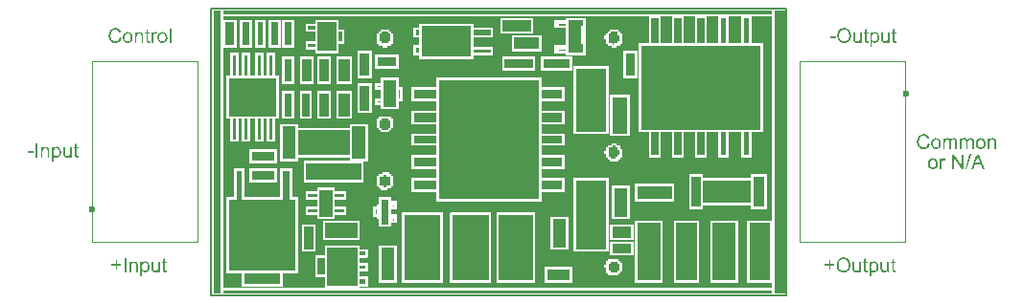
<source format=gto>
%FSLAX33Y33*%
%MOMM*%
%ADD10C,0.0508*%
%ADD11C,0.125*%
%ADD12C,0.6*%
%ADD13C,0.1524*%
%ADD14C,0.6*%
D10*
%LNtop silkscreen_traces*%
G01*
X19537Y25173D02*
X19537Y25173D01*
X18992Y25173*
X18992Y0196*
X19537Y0196*
X19537Y25173*
X18992Y0220D02*
X19537Y0220D01*
X18992Y0270D02*
X19537Y0270D01*
X18992Y0319D02*
X19537Y0319D01*
X18992Y0369D02*
X19537Y0369D01*
X18992Y0418D02*
X19537Y0418D01*
X18992Y0468D02*
X19537Y0468D01*
X18992Y0518D02*
X19537Y0518D01*
X18992Y0567D02*
X19537Y0567D01*
X18992Y0617D02*
X19537Y0617D01*
X18992Y0666D02*
X19537Y0666D01*
X18992Y0716D02*
X19537Y0716D01*
X18992Y0765D02*
X19537Y0765D01*
X18992Y0815D02*
X19537Y0815D01*
X18992Y0864D02*
X19537Y0864D01*
X18992Y0914D02*
X19537Y0914D01*
X18992Y0963D02*
X19537Y0963D01*
X18992Y1013D02*
X19537Y1013D01*
X18992Y1062D02*
X19537Y1062D01*
X18992Y1112D02*
X19537Y1112D01*
X18992Y1161D02*
X19537Y1161D01*
X18992Y1211D02*
X19537Y1211D01*
X18992Y1260D02*
X19537Y1260D01*
X18992Y1310D02*
X19537Y1310D01*
X18992Y1360D02*
X19537Y1360D01*
X18992Y1409D02*
X19537Y1409D01*
X18992Y1459D02*
X19537Y1459D01*
X18992Y1508D02*
X19537Y1508D01*
X18992Y1558D02*
X19537Y1558D01*
X18992Y1607D02*
X19537Y1607D01*
X18992Y1657D02*
X19537Y1657D01*
X18992Y1706D02*
X19537Y1706D01*
X18992Y1756D02*
X19537Y1756D01*
X18992Y1805D02*
X19537Y1805D01*
X18992Y1855D02*
X19537Y1855D01*
X18992Y1904D02*
X19537Y1904D01*
X18992Y1954D02*
X19537Y1954D01*
X18992Y2003D02*
X19537Y2003D01*
X18992Y2053D02*
X19537Y2053D01*
X18992Y2103D02*
X19537Y2103D01*
X18992Y2152D02*
X19537Y2152D01*
X18992Y2202D02*
X19537Y2202D01*
X18992Y2251D02*
X19537Y2251D01*
X18992Y2301D02*
X19537Y2301D01*
X18992Y2350D02*
X19537Y2350D01*
X18992Y2400D02*
X19537Y2400D01*
X18992Y2449D02*
X19537Y2449D01*
X18992Y2499D02*
X19537Y2499D01*
X18992Y2548D02*
X19537Y2548D01*
X18992Y2598D02*
X19537Y2598D01*
X18992Y2647D02*
X19537Y2647D01*
X18992Y2697D02*
X19537Y2697D01*
X18992Y2746D02*
X19537Y2746D01*
X18992Y2796D02*
X19537Y2796D01*
X18992Y2845D02*
X19537Y2845D01*
X18992Y2895D02*
X19537Y2895D01*
X18992Y2945D02*
X19537Y2945D01*
X18992Y2994D02*
X19537Y2994D01*
X18992Y3044D02*
X19537Y3044D01*
X18992Y3093D02*
X19537Y3093D01*
X18992Y3143D02*
X19537Y3143D01*
X18992Y3192D02*
X19537Y3192D01*
X18992Y3242D02*
X19537Y3242D01*
X18992Y3291D02*
X19537Y3291D01*
X18992Y3341D02*
X19537Y3341D01*
X18992Y3390D02*
X19537Y3390D01*
X18992Y3440D02*
X19537Y3440D01*
X18992Y3489D02*
X19537Y3489D01*
X18992Y3539D02*
X19537Y3539D01*
X18992Y3588D02*
X19537Y3588D01*
X18992Y3638D02*
X19537Y3638D01*
X18992Y3687D02*
X19537Y3687D01*
X18992Y3737D02*
X19537Y3737D01*
X18992Y3787D02*
X19537Y3787D01*
X18992Y3836D02*
X19537Y3836D01*
X18992Y3886D02*
X19537Y3886D01*
X18992Y3935D02*
X19537Y3935D01*
X18992Y3985D02*
X19537Y3985D01*
X18992Y4034D02*
X19537Y4034D01*
X18992Y4084D02*
X19537Y4084D01*
X18992Y4133D02*
X19537Y4133D01*
X18992Y4183D02*
X19537Y4183D01*
X18992Y4232D02*
X19537Y4232D01*
X18992Y4282D02*
X19537Y4282D01*
X18992Y4331D02*
X19537Y4331D01*
X18992Y4381D02*
X19537Y4381D01*
X18992Y4430D02*
X19537Y4430D01*
X18992Y4480D02*
X19537Y4480D01*
X18992Y4529D02*
X19537Y4529D01*
X18992Y4579D02*
X19537Y4579D01*
X18992Y4629D02*
X19537Y4629D01*
X18992Y4678D02*
X19537Y4678D01*
X18992Y4728D02*
X19537Y4728D01*
X18992Y4777D02*
X19537Y4777D01*
X18992Y4827D02*
X19537Y4827D01*
X18992Y4876D02*
X19537Y4876D01*
X18992Y4926D02*
X19537Y4926D01*
X18992Y4975D02*
X19537Y4975D01*
X18992Y5025D02*
X19537Y5025D01*
X18992Y5074D02*
X19537Y5074D01*
X18992Y5124D02*
X19537Y5124D01*
X18992Y5173D02*
X19537Y5173D01*
X18992Y5223D02*
X19537Y5223D01*
X18992Y5272D02*
X19537Y5272D01*
X18992Y5322D02*
X19537Y5322D01*
X18992Y5371D02*
X19537Y5371D01*
X18992Y5421D02*
X19537Y5421D01*
X18992Y5471D02*
X19537Y5471D01*
X18992Y5520D02*
X19537Y5520D01*
X18992Y5570D02*
X19537Y5570D01*
X18992Y5619D02*
X19537Y5619D01*
X18992Y5669D02*
X19537Y5669D01*
X18992Y5718D02*
X19537Y5718D01*
X18992Y5768D02*
X19537Y5768D01*
X18992Y5817D02*
X19537Y5817D01*
X18992Y5867D02*
X19537Y5867D01*
X18992Y5916D02*
X19537Y5916D01*
X18992Y5966D02*
X19537Y5966D01*
X18992Y6015D02*
X19537Y6015D01*
X18992Y6065D02*
X19537Y6065D01*
X18992Y6114D02*
X19537Y6114D01*
X18992Y6164D02*
X19537Y6164D01*
X18992Y6213D02*
X19537Y6213D01*
X18992Y6263D02*
X19537Y6263D01*
X18992Y6313D02*
X19537Y6313D01*
X18992Y6362D02*
X19537Y6362D01*
X18992Y6412D02*
X19537Y6412D01*
X18992Y6461D02*
X19537Y6461D01*
X18992Y6511D02*
X19537Y6511D01*
X18992Y6560D02*
X19537Y6560D01*
X18992Y6610D02*
X19537Y6610D01*
X18992Y6659D02*
X19537Y6659D01*
X18992Y6709D02*
X19537Y6709D01*
X18992Y6758D02*
X19537Y6758D01*
X18992Y6808D02*
X19537Y6808D01*
X18992Y6857D02*
X19537Y6857D01*
X18992Y6907D02*
X19537Y6907D01*
X18992Y6956D02*
X19537Y6956D01*
X18992Y7006D02*
X19537Y7006D01*
X18992Y7056D02*
X19537Y7056D01*
X18992Y7105D02*
X19537Y7105D01*
X18992Y7155D02*
X19537Y7155D01*
X18992Y7204D02*
X19537Y7204D01*
X18992Y7254D02*
X19537Y7254D01*
X18992Y7303D02*
X19537Y7303D01*
X18992Y7353D02*
X19537Y7353D01*
X18992Y7402D02*
X19537Y7402D01*
X18992Y7452D02*
X19537Y7452D01*
X18992Y7501D02*
X19537Y7501D01*
X18992Y7551D02*
X19537Y7551D01*
X18992Y7600D02*
X19537Y7600D01*
X18992Y7650D02*
X19537Y7650D01*
X18992Y7699D02*
X19537Y7699D01*
X18992Y7749D02*
X19537Y7749D01*
X18992Y7798D02*
X19537Y7798D01*
X18992Y7848D02*
X19537Y7848D01*
X18992Y7898D02*
X19537Y7898D01*
X18992Y7947D02*
X19537Y7947D01*
X18992Y7997D02*
X19537Y7997D01*
X18992Y8046D02*
X19537Y8046D01*
X18992Y8096D02*
X19537Y8096D01*
X18992Y8145D02*
X19537Y8145D01*
X18992Y8195D02*
X19537Y8195D01*
X18992Y8244D02*
X19537Y8244D01*
X18992Y8294D02*
X19537Y8294D01*
X18992Y8343D02*
X19537Y8343D01*
X18992Y8393D02*
X19537Y8393D01*
X18992Y8442D02*
X19537Y8442D01*
X18992Y8492D02*
X19537Y8492D01*
X18992Y8541D02*
X19537Y8541D01*
X18992Y8591D02*
X19537Y8591D01*
X18992Y8640D02*
X19537Y8640D01*
X18992Y8690D02*
X19537Y8690D01*
X18992Y8740D02*
X19537Y8740D01*
X18992Y8789D02*
X19537Y8789D01*
X18992Y8839D02*
X19537Y8839D01*
X18992Y8888D02*
X19537Y8888D01*
X18992Y8938D02*
X19537Y8938D01*
X18992Y8987D02*
X19537Y8987D01*
X18992Y9037D02*
X19537Y9037D01*
X18992Y9086D02*
X19537Y9086D01*
X18992Y9136D02*
X19537Y9136D01*
X18992Y9185D02*
X19537Y9185D01*
X18992Y9235D02*
X19537Y9235D01*
X18992Y9284D02*
X19537Y9284D01*
X18992Y9334D02*
X19537Y9334D01*
X18992Y9383D02*
X19537Y9383D01*
X18992Y9433D02*
X19537Y9433D01*
X18992Y9482D02*
X19537Y9482D01*
X18992Y9532D02*
X19537Y9532D01*
X18992Y9582D02*
X19537Y9582D01*
X18992Y9631D02*
X19537Y9631D01*
X18992Y9681D02*
X19537Y9681D01*
X18992Y9730D02*
X19537Y9730D01*
X18992Y9780D02*
X19537Y9780D01*
X18992Y9829D02*
X19537Y9829D01*
X18992Y9879D02*
X19537Y9879D01*
X18992Y9928D02*
X19537Y9928D01*
X18992Y9978D02*
X19537Y9978D01*
X18992Y10027D02*
X19537Y10027D01*
X18992Y10077D02*
X19537Y10077D01*
X18992Y10126D02*
X19537Y10126D01*
X18992Y10176D02*
X19537Y10176D01*
X18992Y10225D02*
X19537Y10225D01*
X18992Y10275D02*
X19537Y10275D01*
X18992Y10324D02*
X19537Y10324D01*
X18992Y10374D02*
X19537Y10374D01*
X18992Y10424D02*
X19537Y10424D01*
X18992Y10473D02*
X19537Y10473D01*
X18992Y10523D02*
X19537Y10523D01*
X18992Y10572D02*
X19537Y10572D01*
X18992Y10622D02*
X19537Y10622D01*
X18992Y10671D02*
X19537Y10671D01*
X18992Y10721D02*
X19537Y10721D01*
X18992Y10770D02*
X19537Y10770D01*
X18992Y10820D02*
X19537Y10820D01*
X18992Y10869D02*
X19537Y10869D01*
X18992Y10919D02*
X19537Y10919D01*
X18992Y10968D02*
X19537Y10968D01*
X18992Y11018D02*
X19537Y11018D01*
X18992Y11067D02*
X19537Y11067D01*
X18992Y11117D02*
X19537Y11117D01*
X18992Y11166D02*
X19537Y11166D01*
X18992Y11216D02*
X19537Y11216D01*
X18992Y11266D02*
X19537Y11266D01*
X18992Y11315D02*
X19537Y11315D01*
X18992Y11365D02*
X19537Y11365D01*
X18992Y11414D02*
X19537Y11414D01*
X18992Y11464D02*
X19537Y11464D01*
X18992Y11513D02*
X19537Y11513D01*
X18992Y11563D02*
X19537Y11563D01*
X18992Y11612D02*
X19537Y11612D01*
X18992Y11662D02*
X19537Y11662D01*
X18992Y11711D02*
X19537Y11711D01*
X18992Y11761D02*
X19537Y11761D01*
X18992Y11810D02*
X19537Y11810D01*
X18992Y11860D02*
X19537Y11860D01*
X18992Y11909D02*
X19537Y11909D01*
X18992Y11959D02*
X19537Y11959D01*
X18992Y12009D02*
X19537Y12009D01*
X18992Y12058D02*
X19537Y12058D01*
X18992Y12108D02*
X19537Y12108D01*
X18992Y12157D02*
X19537Y12157D01*
X18992Y12207D02*
X19537Y12207D01*
X18992Y12256D02*
X19537Y12256D01*
X18992Y12306D02*
X19537Y12306D01*
X18992Y12355D02*
X19537Y12355D01*
X18992Y12405D02*
X19537Y12405D01*
X18992Y12454D02*
X19537Y12454D01*
X18992Y12504D02*
X19537Y12504D01*
X18992Y12553D02*
X19537Y12553D01*
X18992Y12603D02*
X19537Y12603D01*
X18992Y12652D02*
X19537Y12652D01*
X18992Y12702D02*
X19537Y12702D01*
X18992Y12751D02*
X19537Y12751D01*
X18992Y12801D02*
X19537Y12801D01*
X18992Y12851D02*
X19537Y12851D01*
X18992Y12900D02*
X19537Y12900D01*
X18992Y12950D02*
X19537Y12950D01*
X18992Y12999D02*
X19537Y12999D01*
X18992Y13049D02*
X19537Y13049D01*
X18992Y13098D02*
X19537Y13098D01*
X18992Y13148D02*
X19537Y13148D01*
X18992Y13197D02*
X19537Y13197D01*
X18992Y13247D02*
X19537Y13247D01*
X18992Y13296D02*
X19537Y13296D01*
X18992Y13346D02*
X19537Y13346D01*
X18992Y13395D02*
X19537Y13395D01*
X18992Y13445D02*
X19537Y13445D01*
X18992Y13494D02*
X19537Y13494D01*
X18992Y13544D02*
X19537Y13544D01*
X18992Y13593D02*
X19537Y13593D01*
X18992Y13643D02*
X19537Y13643D01*
X18992Y13693D02*
X19537Y13693D01*
X18992Y13742D02*
X19537Y13742D01*
X18992Y13792D02*
X19537Y13792D01*
X18992Y13841D02*
X19537Y13841D01*
X18992Y13891D02*
X19537Y13891D01*
X18992Y13940D02*
X19537Y13940D01*
X18992Y13990D02*
X19537Y13990D01*
X18992Y14039D02*
X19537Y14039D01*
X18992Y14089D02*
X19537Y14089D01*
X18992Y14138D02*
X19537Y14138D01*
X18992Y14188D02*
X19537Y14188D01*
X18992Y14237D02*
X19537Y14237D01*
X18992Y14287D02*
X19537Y14287D01*
X18992Y14336D02*
X19537Y14336D01*
X18992Y14386D02*
X19537Y14386D01*
X18992Y14435D02*
X19537Y14435D01*
X18992Y14485D02*
X19537Y14485D01*
X18992Y14535D02*
X19537Y14535D01*
X18992Y14584D02*
X19537Y14584D01*
X18992Y14634D02*
X19537Y14634D01*
X18992Y14683D02*
X19537Y14683D01*
X18992Y14733D02*
X19537Y14733D01*
X18992Y14782D02*
X19537Y14782D01*
X18992Y14832D02*
X19537Y14832D01*
X18992Y14881D02*
X19537Y14881D01*
X18992Y14931D02*
X19537Y14931D01*
X18992Y14980D02*
X19537Y14980D01*
X18992Y15030D02*
X19537Y15030D01*
X18992Y15079D02*
X19537Y15079D01*
X18992Y15129D02*
X19537Y15129D01*
X18992Y15178D02*
X19537Y15178D01*
X18992Y15228D02*
X19537Y15228D01*
X18992Y15277D02*
X19537Y15277D01*
X18992Y15327D02*
X19537Y15327D01*
X18992Y15377D02*
X19537Y15377D01*
X18992Y15426D02*
X19537Y15426D01*
X18992Y15476D02*
X19537Y15476D01*
X18992Y15525D02*
X19537Y15525D01*
X18992Y15575D02*
X19537Y15575D01*
X18992Y15624D02*
X19537Y15624D01*
X18992Y15674D02*
X19537Y15674D01*
X18992Y15723D02*
X19537Y15723D01*
X18992Y15773D02*
X19537Y15773D01*
X18992Y15822D02*
X19537Y15822D01*
X18992Y15872D02*
X19537Y15872D01*
X18992Y15921D02*
X19537Y15921D01*
X18992Y15971D02*
X19537Y15971D01*
X18992Y16020D02*
X19537Y16020D01*
X18992Y16070D02*
X19537Y16070D01*
X18992Y16119D02*
X19537Y16119D01*
X18992Y16169D02*
X19537Y16169D01*
X18992Y16219D02*
X19537Y16219D01*
X18992Y16268D02*
X19537Y16268D01*
X18992Y16318D02*
X19537Y16318D01*
X18992Y16367D02*
X19537Y16367D01*
X18992Y16417D02*
X19537Y16417D01*
X18992Y16466D02*
X19537Y16466D01*
X18992Y16516D02*
X19537Y16516D01*
X18992Y16565D02*
X19537Y16565D01*
X18992Y16615D02*
X19537Y16615D01*
X18992Y16664D02*
X19537Y16664D01*
X18992Y16714D02*
X19537Y16714D01*
X18992Y16763D02*
X19537Y16763D01*
X18992Y16813D02*
X19537Y16813D01*
X18992Y16862D02*
X19537Y16862D01*
X18992Y16912D02*
X19537Y16912D01*
X18992Y16962D02*
X19537Y16962D01*
X18992Y17011D02*
X19537Y17011D01*
X18992Y17061D02*
X19537Y17061D01*
X18992Y17110D02*
X19537Y17110D01*
X18992Y17160D02*
X19537Y17160D01*
X18992Y17209D02*
X19537Y17209D01*
X18992Y17259D02*
X19537Y17259D01*
X18992Y17308D02*
X19537Y17308D01*
X18992Y17358D02*
X19537Y17358D01*
X18992Y17407D02*
X19537Y17407D01*
X18992Y17457D02*
X19537Y17457D01*
X18992Y17506D02*
X19537Y17506D01*
X18992Y17556D02*
X19537Y17556D01*
X18992Y17605D02*
X19537Y17605D01*
X18992Y17655D02*
X19537Y17655D01*
X18992Y17704D02*
X19537Y17704D01*
X18992Y17754D02*
X19537Y17754D01*
X18992Y17804D02*
X19537Y17804D01*
X18992Y17853D02*
X19537Y17853D01*
X18992Y17903D02*
X19537Y17903D01*
X18992Y17952D02*
X19537Y17952D01*
X18992Y18002D02*
X19537Y18002D01*
X18992Y18051D02*
X19537Y18051D01*
X18992Y18101D02*
X19537Y18101D01*
X18992Y18150D02*
X19537Y18150D01*
X18992Y18200D02*
X19537Y18200D01*
X18992Y18249D02*
X19537Y18249D01*
X18992Y18299D02*
X19537Y18299D01*
X18992Y18348D02*
X19537Y18348D01*
X18992Y18398D02*
X19537Y18398D01*
X18992Y18447D02*
X19537Y18447D01*
X18992Y18497D02*
X19537Y18497D01*
X18992Y18546D02*
X19537Y18546D01*
X18992Y18596D02*
X19537Y18596D01*
X18992Y18646D02*
X19537Y18646D01*
X18992Y18695D02*
X19537Y18695D01*
X18992Y18745D02*
X19537Y18745D01*
X18992Y18794D02*
X19537Y18794D01*
X18992Y18844D02*
X19537Y18844D01*
X18992Y18893D02*
X19537Y18893D01*
X18992Y18943D02*
X19537Y18943D01*
X18992Y18992D02*
X19537Y18992D01*
X18992Y19042D02*
X19537Y19042D01*
X18992Y19091D02*
X19537Y19091D01*
X18992Y19141D02*
X19537Y19141D01*
X18992Y19190D02*
X19537Y19190D01*
X18992Y19240D02*
X19537Y19240D01*
X18992Y19289D02*
X19537Y19289D01*
X18992Y19339D02*
X19537Y19339D01*
X18992Y19388D02*
X19537Y19388D01*
X18992Y19438D02*
X19537Y19438D01*
X18992Y19488D02*
X19537Y19488D01*
X18992Y19537D02*
X19537Y19537D01*
X18992Y19587D02*
X19537Y19587D01*
X18992Y19636D02*
X19537Y19636D01*
X18992Y19686D02*
X19537Y19686D01*
X18992Y19735D02*
X19537Y19735D01*
X18992Y19785D02*
X19537Y19785D01*
X18992Y19834D02*
X19537Y19834D01*
X18992Y19884D02*
X19537Y19884D01*
X18992Y19933D02*
X19537Y19933D01*
X18992Y19983D02*
X19537Y19983D01*
X18992Y20032D02*
X19537Y20032D01*
X18992Y20082D02*
X19537Y20082D01*
X18992Y20131D02*
X19537Y20131D01*
X18992Y20181D02*
X19537Y20181D01*
X18992Y20230D02*
X19537Y20230D01*
X18992Y20280D02*
X19537Y20280D01*
X18992Y20330D02*
X19537Y20330D01*
X18992Y20379D02*
X19537Y20379D01*
X18992Y20429D02*
X19537Y20429D01*
X18992Y20478D02*
X19537Y20478D01*
X18992Y20528D02*
X19537Y20528D01*
X18992Y20577D02*
X19537Y20577D01*
X18992Y20627D02*
X19537Y20627D01*
X18992Y20676D02*
X19537Y20676D01*
X18992Y20726D02*
X19537Y20726D01*
X18992Y20775D02*
X19537Y20775D01*
X18992Y20825D02*
X19537Y20825D01*
X18992Y20874D02*
X19537Y20874D01*
X18992Y20924D02*
X19537Y20924D01*
X18992Y20973D02*
X19537Y20973D01*
X18992Y21023D02*
X19537Y21023D01*
X18992Y21072D02*
X19537Y21072D01*
X18992Y21122D02*
X19537Y21122D01*
X18992Y21172D02*
X19537Y21172D01*
X18992Y21221D02*
X19537Y21221D01*
X18992Y21271D02*
X19537Y21271D01*
X18992Y21320D02*
X19537Y21320D01*
X18992Y21370D02*
X19537Y21370D01*
X18992Y21419D02*
X19537Y21419D01*
X18992Y21469D02*
X19537Y21469D01*
X18992Y21518D02*
X19537Y21518D01*
X18992Y21568D02*
X19537Y21568D01*
X18992Y21617D02*
X19537Y21617D01*
X18992Y21667D02*
X19537Y21667D01*
X18992Y21716D02*
X19537Y21716D01*
X18992Y21766D02*
X19537Y21766D01*
X18992Y21815D02*
X19537Y21815D01*
X18992Y21865D02*
X19537Y21865D01*
X18992Y21915D02*
X19537Y21915D01*
X18992Y21964D02*
X19537Y21964D01*
X18992Y22014D02*
X19537Y22014D01*
X18992Y22063D02*
X19537Y22063D01*
X18992Y22113D02*
X19537Y22113D01*
X18992Y22162D02*
X19537Y22162D01*
X18992Y22212D02*
X19537Y22212D01*
X18992Y22261D02*
X19537Y22261D01*
X18992Y22311D02*
X19537Y22311D01*
X18992Y22360D02*
X19537Y22360D01*
X18992Y22410D02*
X19537Y22410D01*
X18992Y22459D02*
X19537Y22459D01*
X18992Y22509D02*
X19537Y22509D01*
X18992Y22558D02*
X19537Y22558D01*
X18992Y22608D02*
X19537Y22608D01*
X18992Y22657D02*
X19537Y22657D01*
X18992Y22707D02*
X19537Y22707D01*
X18992Y22757D02*
X19537Y22757D01*
X18992Y22806D02*
X19537Y22806D01*
X18992Y22856D02*
X19537Y22856D01*
X18992Y22905D02*
X19537Y22905D01*
X18992Y22955D02*
X19537Y22955D01*
X18992Y23004D02*
X19537Y23004D01*
X18992Y23054D02*
X19537Y23054D01*
X18992Y23103D02*
X19537Y23103D01*
X18992Y23153D02*
X19537Y23153D01*
X18992Y23202D02*
X19537Y23202D01*
X18992Y23252D02*
X19537Y23252D01*
X18992Y23301D02*
X19537Y23301D01*
X18992Y23351D02*
X19537Y23351D01*
X18992Y23400D02*
X19537Y23400D01*
X18992Y23450D02*
X19537Y23450D01*
X18992Y23499D02*
X19537Y23499D01*
X18992Y23549D02*
X19537Y23549D01*
X18992Y23599D02*
X19537Y23599D01*
X18992Y23648D02*
X19537Y23648D01*
X18992Y23698D02*
X19537Y23698D01*
X18992Y23747D02*
X19537Y23747D01*
X18992Y23797D02*
X19537Y23797D01*
X18992Y23846D02*
X19537Y23846D01*
X18992Y23896D02*
X19537Y23896D01*
X18992Y23945D02*
X19537Y23945D01*
X18992Y23995D02*
X19537Y23995D01*
X18992Y24044D02*
X19537Y24044D01*
X18992Y24094D02*
X19537Y24094D01*
X18992Y24143D02*
X19537Y24143D01*
X18992Y24193D02*
X19537Y24193D01*
X18992Y24242D02*
X19537Y24242D01*
X18992Y24292D02*
X19537Y24292D01*
X18992Y24341D02*
X19537Y24341D01*
X18992Y24391D02*
X19537Y24391D01*
X18992Y24441D02*
X19537Y24441D01*
X18992Y24490D02*
X19537Y24490D01*
X18992Y24540D02*
X19537Y24540D01*
X18992Y24589D02*
X19537Y24589D01*
X18992Y24639D02*
X19537Y24639D01*
X18992Y24688D02*
X19537Y24688D01*
X18992Y24738D02*
X19537Y24738D01*
X18992Y24787D02*
X19537Y24787D01*
X18992Y24837D02*
X19537Y24837D01*
X18992Y24886D02*
X19537Y24886D01*
X18992Y24936D02*
X19537Y24936D01*
X18992Y24985D02*
X19537Y24985D01*
X18992Y25035D02*
X19537Y25035D01*
X18992Y25084D02*
X19537Y25084D01*
X18992Y25134D02*
X19537Y25134D01*
X68233Y0402D02*
X68233Y0402D01*
X19843Y0402*
X19843Y0196*
X68233Y0196*
X68233Y0402*
X19843Y0220D02*
X68233Y0220D01*
X19843Y0270D02*
X68233Y0270D01*
X19843Y0319D02*
X68233Y0319D01*
X19843Y0369D02*
X68233Y0369D01*
X69425Y25173D02*
X69425Y25173D01*
X68539Y25173*
X68539Y0196*
X69425Y0196*
X69425Y25173*
X68539Y0220D02*
X69425Y0220D01*
X68539Y0270D02*
X69425Y0270D01*
X68539Y0319D02*
X69425Y0319D01*
X68539Y0369D02*
X69425Y0369D01*
X68539Y0418D02*
X69425Y0418D01*
X68539Y0468D02*
X69425Y0468D01*
X68539Y0518D02*
X69425Y0518D01*
X68539Y0567D02*
X69425Y0567D01*
X68539Y0617D02*
X69425Y0617D01*
X68539Y0666D02*
X69425Y0666D01*
X68539Y0716D02*
X69425Y0716D01*
X68539Y0765D02*
X69425Y0765D01*
X68539Y0815D02*
X69425Y0815D01*
X68539Y0864D02*
X69425Y0864D01*
X68539Y0914D02*
X69425Y0914D01*
X68539Y0963D02*
X69425Y0963D01*
X68539Y1013D02*
X69425Y1013D01*
X68539Y1062D02*
X69425Y1062D01*
X68539Y1112D02*
X69425Y1112D01*
X68539Y1161D02*
X69425Y1161D01*
X68539Y1211D02*
X69425Y1211D01*
X68539Y1260D02*
X69425Y1260D01*
X68539Y1310D02*
X69425Y1310D01*
X68539Y1360D02*
X69425Y1360D01*
X68539Y1409D02*
X69425Y1409D01*
X68539Y1459D02*
X69425Y1459D01*
X68539Y1508D02*
X69425Y1508D01*
X68539Y1558D02*
X69425Y1558D01*
X68539Y1607D02*
X69425Y1607D01*
X68539Y1657D02*
X69425Y1657D01*
X68539Y1706D02*
X69425Y1706D01*
X68539Y1756D02*
X69425Y1756D01*
X68539Y1805D02*
X69425Y1805D01*
X68539Y1855D02*
X69425Y1855D01*
X68539Y1904D02*
X69425Y1904D01*
X68539Y1954D02*
X69425Y1954D01*
X68539Y2003D02*
X69425Y2003D01*
X68539Y2053D02*
X69425Y2053D01*
X68539Y2103D02*
X69425Y2103D01*
X68539Y2152D02*
X69425Y2152D01*
X68539Y2202D02*
X69425Y2202D01*
X68539Y2251D02*
X69425Y2251D01*
X68539Y2301D02*
X69425Y2301D01*
X68539Y2350D02*
X69425Y2350D01*
X68539Y2400D02*
X69425Y2400D01*
X68539Y2449D02*
X69425Y2449D01*
X68539Y2499D02*
X69425Y2499D01*
X68539Y2548D02*
X69425Y2548D01*
X68539Y2598D02*
X69425Y2598D01*
X68539Y2647D02*
X69425Y2647D01*
X68539Y2697D02*
X69425Y2697D01*
X68539Y2746D02*
X69425Y2746D01*
X68539Y2796D02*
X69425Y2796D01*
X68539Y2845D02*
X69425Y2845D01*
X68539Y2895D02*
X69425Y2895D01*
X68539Y2945D02*
X69425Y2945D01*
X68539Y2994D02*
X69425Y2994D01*
X68539Y3044D02*
X69425Y3044D01*
X68539Y3093D02*
X69425Y3093D01*
X68539Y3143D02*
X69425Y3143D01*
X68539Y3192D02*
X69425Y3192D01*
X68539Y3242D02*
X69425Y3242D01*
X68539Y3291D02*
X69425Y3291D01*
X68539Y3341D02*
X69425Y3341D01*
X68539Y3390D02*
X69425Y3390D01*
X68539Y3440D02*
X69425Y3440D01*
X68539Y3489D02*
X69425Y3489D01*
X68539Y3539D02*
X69425Y3539D01*
X68539Y3588D02*
X69425Y3588D01*
X68539Y3638D02*
X69425Y3638D01*
X68539Y3687D02*
X69425Y3687D01*
X68539Y3737D02*
X69425Y3737D01*
X68539Y3787D02*
X69425Y3787D01*
X68539Y3836D02*
X69425Y3836D01*
X68539Y3886D02*
X69425Y3886D01*
X68539Y3935D02*
X69425Y3935D01*
X68539Y3985D02*
X69425Y3985D01*
X68539Y4034D02*
X69425Y4034D01*
X68539Y4084D02*
X69425Y4084D01*
X68539Y4133D02*
X69425Y4133D01*
X68539Y4183D02*
X69425Y4183D01*
X68539Y4232D02*
X69425Y4232D01*
X68539Y4282D02*
X69425Y4282D01*
X68539Y4331D02*
X69425Y4331D01*
X68539Y4381D02*
X69425Y4381D01*
X68539Y4430D02*
X69425Y4430D01*
X68539Y4480D02*
X69425Y4480D01*
X68539Y4529D02*
X69425Y4529D01*
X68539Y4579D02*
X69425Y4579D01*
X68539Y4629D02*
X69425Y4629D01*
X68539Y4678D02*
X69425Y4678D01*
X68539Y4728D02*
X69425Y4728D01*
X68539Y4777D02*
X69425Y4777D01*
X68539Y4827D02*
X69425Y4827D01*
X68539Y4876D02*
X69425Y4876D01*
X68539Y4926D02*
X69425Y4926D01*
X68539Y4975D02*
X69425Y4975D01*
X68539Y5025D02*
X69425Y5025D01*
X68539Y5074D02*
X69425Y5074D01*
X68539Y5124D02*
X69425Y5124D01*
X68539Y5173D02*
X69425Y5173D01*
X68539Y5223D02*
X69425Y5223D01*
X68539Y5272D02*
X69425Y5272D01*
X68539Y5322D02*
X69425Y5322D01*
X68539Y5371D02*
X69425Y5371D01*
X68539Y5421D02*
X69425Y5421D01*
X68539Y5471D02*
X69425Y5471D01*
X68539Y5520D02*
X69425Y5520D01*
X68539Y5570D02*
X69425Y5570D01*
X68539Y5619D02*
X69425Y5619D01*
X68539Y5669D02*
X69425Y5669D01*
X68539Y5718D02*
X69425Y5718D01*
X68539Y5768D02*
X69425Y5768D01*
X68539Y5817D02*
X69425Y5817D01*
X68539Y5867D02*
X69425Y5867D01*
X68539Y5916D02*
X69425Y5916D01*
X68539Y5966D02*
X69425Y5966D01*
X68539Y6015D02*
X69425Y6015D01*
X68539Y6065D02*
X69425Y6065D01*
X68539Y6114D02*
X69425Y6114D01*
X68539Y6164D02*
X69425Y6164D01*
X68539Y6213D02*
X69425Y6213D01*
X68539Y6263D02*
X69425Y6263D01*
X68539Y6313D02*
X69425Y6313D01*
X68539Y6362D02*
X69425Y6362D01*
X68539Y6412D02*
X69425Y6412D01*
X68539Y6461D02*
X69425Y6461D01*
X68539Y6511D02*
X69425Y6511D01*
X68539Y6560D02*
X69425Y6560D01*
X68539Y6610D02*
X69425Y6610D01*
X68539Y6659D02*
X69425Y6659D01*
X68539Y6709D02*
X69425Y6709D01*
X68539Y6758D02*
X69425Y6758D01*
X68539Y6808D02*
X69425Y6808D01*
X68539Y6857D02*
X69425Y6857D01*
X68539Y6907D02*
X69425Y6907D01*
X68539Y6956D02*
X69425Y6956D01*
X68539Y7006D02*
X69425Y7006D01*
X68539Y7056D02*
X69425Y7056D01*
X68539Y7105D02*
X69425Y7105D01*
X68539Y7155D02*
X69425Y7155D01*
X68539Y7204D02*
X69425Y7204D01*
X68539Y7254D02*
X69425Y7254D01*
X68539Y7303D02*
X69425Y7303D01*
X68539Y7353D02*
X69425Y7353D01*
X68539Y7402D02*
X69425Y7402D01*
X68539Y7452D02*
X69425Y7452D01*
X68539Y7501D02*
X69425Y7501D01*
X68539Y7551D02*
X69425Y7551D01*
X68539Y7600D02*
X69425Y7600D01*
X68539Y7650D02*
X69425Y7650D01*
X68539Y7699D02*
X69425Y7699D01*
X68539Y7749D02*
X69425Y7749D01*
X68539Y7798D02*
X69425Y7798D01*
X68539Y7848D02*
X69425Y7848D01*
X68539Y7898D02*
X69425Y7898D01*
X68539Y7947D02*
X69425Y7947D01*
X68539Y7997D02*
X69425Y7997D01*
X68539Y8046D02*
X69425Y8046D01*
X68539Y8096D02*
X69425Y8096D01*
X68539Y8145D02*
X69425Y8145D01*
X68539Y8195D02*
X69425Y8195D01*
X68539Y8244D02*
X69425Y8244D01*
X68539Y8294D02*
X69425Y8294D01*
X68539Y8343D02*
X69425Y8343D01*
X68539Y8393D02*
X69425Y8393D01*
X68539Y8442D02*
X69425Y8442D01*
X68539Y8492D02*
X69425Y8492D01*
X68539Y8541D02*
X69425Y8541D01*
X68539Y8591D02*
X69425Y8591D01*
X68539Y8640D02*
X69425Y8640D01*
X68539Y8690D02*
X69425Y8690D01*
X68539Y8740D02*
X69425Y8740D01*
X68539Y8789D02*
X69425Y8789D01*
X68539Y8839D02*
X69425Y8839D01*
X68539Y8888D02*
X69425Y8888D01*
X68539Y8938D02*
X69425Y8938D01*
X68539Y8987D02*
X69425Y8987D01*
X68539Y9037D02*
X69425Y9037D01*
X68539Y9086D02*
X69425Y9086D01*
X68539Y9136D02*
X69425Y9136D01*
X68539Y9185D02*
X69425Y9185D01*
X68539Y9235D02*
X69425Y9235D01*
X68539Y9284D02*
X69425Y9284D01*
X68539Y9334D02*
X69425Y9334D01*
X68539Y9383D02*
X69425Y9383D01*
X68539Y9433D02*
X69425Y9433D01*
X68539Y9482D02*
X69425Y9482D01*
X68539Y9532D02*
X69425Y9532D01*
X68539Y9582D02*
X69425Y9582D01*
X68539Y9631D02*
X69425Y9631D01*
X68539Y9681D02*
X69425Y9681D01*
X68539Y9730D02*
X69425Y9730D01*
X68539Y9780D02*
X69425Y9780D01*
X68539Y9829D02*
X69425Y9829D01*
X68539Y9879D02*
X69425Y9879D01*
X68539Y9928D02*
X69425Y9928D01*
X68539Y9978D02*
X69425Y9978D01*
X68539Y10027D02*
X69425Y10027D01*
X68539Y10077D02*
X69425Y10077D01*
X68539Y10126D02*
X69425Y10126D01*
X68539Y10176D02*
X69425Y10176D01*
X68539Y10225D02*
X69425Y10225D01*
X68539Y10275D02*
X69425Y10275D01*
X68539Y10324D02*
X69425Y10324D01*
X68539Y10374D02*
X69425Y10374D01*
X68539Y10424D02*
X69425Y10424D01*
X68539Y10473D02*
X69425Y10473D01*
X68539Y10523D02*
X69425Y10523D01*
X68539Y10572D02*
X69425Y10572D01*
X68539Y10622D02*
X69425Y10622D01*
X68539Y10671D02*
X69425Y10671D01*
X68539Y10721D02*
X69425Y10721D01*
X68539Y10770D02*
X69425Y10770D01*
X68539Y10820D02*
X69425Y10820D01*
X68539Y10869D02*
X69425Y10869D01*
X68539Y10919D02*
X69425Y10919D01*
X68539Y10968D02*
X69425Y10968D01*
X68539Y11018D02*
X69425Y11018D01*
X68539Y11067D02*
X69425Y11067D01*
X68539Y11117D02*
X69425Y11117D01*
X68539Y11166D02*
X69425Y11166D01*
X68539Y11216D02*
X69425Y11216D01*
X68539Y11266D02*
X69425Y11266D01*
X68539Y11315D02*
X69425Y11315D01*
X68539Y11365D02*
X69425Y11365D01*
X68539Y11414D02*
X69425Y11414D01*
X68539Y11464D02*
X69425Y11464D01*
X68539Y11513D02*
X69425Y11513D01*
X68539Y11563D02*
X69425Y11563D01*
X68539Y11612D02*
X69425Y11612D01*
X68539Y11662D02*
X69425Y11662D01*
X68539Y11711D02*
X69425Y11711D01*
X68539Y11761D02*
X69425Y11761D01*
X68539Y11810D02*
X69425Y11810D01*
X68539Y11860D02*
X69425Y11860D01*
X68539Y11909D02*
X69425Y11909D01*
X68539Y11959D02*
X69425Y11959D01*
X68539Y12009D02*
X69425Y12009D01*
X68539Y12058D02*
X69425Y12058D01*
X68539Y12108D02*
X69425Y12108D01*
X68539Y12157D02*
X69425Y12157D01*
X68539Y12207D02*
X69425Y12207D01*
X68539Y12256D02*
X69425Y12256D01*
X68539Y12306D02*
X69425Y12306D01*
X68539Y12355D02*
X69425Y12355D01*
X68539Y12405D02*
X69425Y12405D01*
X68539Y12454D02*
X69425Y12454D01*
X68539Y12504D02*
X69425Y12504D01*
X68539Y12553D02*
X69425Y12553D01*
X68539Y12603D02*
X69425Y12603D01*
X68539Y12652D02*
X69425Y12652D01*
X68539Y12702D02*
X69425Y12702D01*
X68539Y12751D02*
X69425Y12751D01*
X68539Y12801D02*
X69425Y12801D01*
X68539Y12851D02*
X69425Y12851D01*
X68539Y12900D02*
X69425Y12900D01*
X68539Y12950D02*
X69425Y12950D01*
X68539Y12999D02*
X69425Y12999D01*
X68539Y13049D02*
X69425Y13049D01*
X68539Y13098D02*
X69425Y13098D01*
X68539Y13148D02*
X69425Y13148D01*
X68539Y13197D02*
X69425Y13197D01*
X68539Y13247D02*
X69425Y13247D01*
X68539Y13296D02*
X69425Y13296D01*
X68539Y13346D02*
X69425Y13346D01*
X68539Y13395D02*
X69425Y13395D01*
X68539Y13445D02*
X69425Y13445D01*
X68539Y13494D02*
X69425Y13494D01*
X68539Y13544D02*
X69425Y13544D01*
X68539Y13593D02*
X69425Y13593D01*
X68539Y13643D02*
X69425Y13643D01*
X68539Y13693D02*
X69425Y13693D01*
X68539Y13742D02*
X69425Y13742D01*
X68539Y13792D02*
X69425Y13792D01*
X68539Y13841D02*
X69425Y13841D01*
X68539Y13891D02*
X69425Y13891D01*
X68539Y13940D02*
X69425Y13940D01*
X68539Y13990D02*
X69425Y13990D01*
X68539Y14039D02*
X69425Y14039D01*
X68539Y14089D02*
X69425Y14089D01*
X68539Y14138D02*
X69425Y14138D01*
X68539Y14188D02*
X69425Y14188D01*
X68539Y14237D02*
X69425Y14237D01*
X68539Y14287D02*
X69425Y14287D01*
X68539Y14336D02*
X69425Y14336D01*
X68539Y14386D02*
X69425Y14386D01*
X68539Y14435D02*
X69425Y14435D01*
X68539Y14485D02*
X69425Y14485D01*
X68539Y14535D02*
X69425Y14535D01*
X68539Y14584D02*
X69425Y14584D01*
X68539Y14634D02*
X69425Y14634D01*
X68539Y14683D02*
X69425Y14683D01*
X68539Y14733D02*
X69425Y14733D01*
X68539Y14782D02*
X69425Y14782D01*
X68539Y14832D02*
X69425Y14832D01*
X68539Y14881D02*
X69425Y14881D01*
X68539Y14931D02*
X69425Y14931D01*
X68539Y14980D02*
X69425Y14980D01*
X68539Y15030D02*
X69425Y15030D01*
X68539Y15079D02*
X69425Y15079D01*
X68539Y15129D02*
X69425Y15129D01*
X68539Y15178D02*
X69425Y15178D01*
X68539Y15228D02*
X69425Y15228D01*
X68539Y15277D02*
X69425Y15277D01*
X68539Y15327D02*
X69425Y15327D01*
X68539Y15377D02*
X69425Y15377D01*
X68539Y15426D02*
X69425Y15426D01*
X68539Y15476D02*
X69425Y15476D01*
X68539Y15525D02*
X69425Y15525D01*
X68539Y15575D02*
X69425Y15575D01*
X68539Y15624D02*
X69425Y15624D01*
X68539Y15674D02*
X69425Y15674D01*
X68539Y15723D02*
X69425Y15723D01*
X68539Y15773D02*
X69425Y15773D01*
X68539Y15822D02*
X69425Y15822D01*
X68539Y15872D02*
X69425Y15872D01*
X68539Y15921D02*
X69425Y15921D01*
X68539Y15971D02*
X69425Y15971D01*
X68539Y16020D02*
X69425Y16020D01*
X68539Y16070D02*
X69425Y16070D01*
X68539Y16119D02*
X69425Y16119D01*
X68539Y16169D02*
X69425Y16169D01*
X68539Y16219D02*
X69425Y16219D01*
X68539Y16268D02*
X69425Y16268D01*
X68539Y16318D02*
X69425Y16318D01*
X68539Y16367D02*
X69425Y16367D01*
X68539Y16417D02*
X69425Y16417D01*
X68539Y16466D02*
X69425Y16466D01*
X68539Y16516D02*
X69425Y16516D01*
X68539Y16565D02*
X69425Y16565D01*
X68539Y16615D02*
X69425Y16615D01*
X68539Y16664D02*
X69425Y16664D01*
X68539Y16714D02*
X69425Y16714D01*
X68539Y16763D02*
X69425Y16763D01*
X68539Y16813D02*
X69425Y16813D01*
X68539Y16862D02*
X69425Y16862D01*
X68539Y16912D02*
X69425Y16912D01*
X68539Y16962D02*
X69425Y16962D01*
X68539Y17011D02*
X69425Y17011D01*
X68539Y17061D02*
X69425Y17061D01*
X68539Y17110D02*
X69425Y17110D01*
X68539Y17160D02*
X69425Y17160D01*
X68539Y17209D02*
X69425Y17209D01*
X68539Y17259D02*
X69425Y17259D01*
X68539Y17308D02*
X69425Y17308D01*
X68539Y17358D02*
X69425Y17358D01*
X68539Y17407D02*
X69425Y17407D01*
X68539Y17457D02*
X69425Y17457D01*
X68539Y17506D02*
X69425Y17506D01*
X68539Y17556D02*
X69425Y17556D01*
X68539Y17605D02*
X69425Y17605D01*
X68539Y17655D02*
X69425Y17655D01*
X68539Y17704D02*
X69425Y17704D01*
X68539Y17754D02*
X69425Y17754D01*
X68539Y17804D02*
X69425Y17804D01*
X68539Y17853D02*
X69425Y17853D01*
X68539Y17903D02*
X69425Y17903D01*
X68539Y17952D02*
X69425Y17952D01*
X68539Y18002D02*
X69425Y18002D01*
X68539Y18051D02*
X69425Y18051D01*
X68539Y18101D02*
X69425Y18101D01*
X68539Y18150D02*
X69425Y18150D01*
X68539Y18200D02*
X69425Y18200D01*
X68539Y18249D02*
X69425Y18249D01*
X68539Y18299D02*
X69425Y18299D01*
X68539Y18348D02*
X69425Y18348D01*
X68539Y18398D02*
X69425Y18398D01*
X68539Y18447D02*
X69425Y18447D01*
X68539Y18497D02*
X69425Y18497D01*
X68539Y18546D02*
X69425Y18546D01*
X68539Y18596D02*
X69425Y18596D01*
X68539Y18646D02*
X69425Y18646D01*
X68539Y18695D02*
X69425Y18695D01*
X68539Y18745D02*
X69425Y18745D01*
X68539Y18794D02*
X69425Y18794D01*
X68539Y18844D02*
X69425Y18844D01*
X68539Y18893D02*
X69425Y18893D01*
X68539Y18943D02*
X69425Y18943D01*
X68539Y18992D02*
X69425Y18992D01*
X68539Y19042D02*
X69425Y19042D01*
X68539Y19091D02*
X69425Y19091D01*
X68539Y19141D02*
X69425Y19141D01*
X68539Y19190D02*
X69425Y19190D01*
X68539Y19240D02*
X69425Y19240D01*
X68539Y19289D02*
X69425Y19289D01*
X68539Y19339D02*
X69425Y19339D01*
X68539Y19388D02*
X69425Y19388D01*
X68539Y19438D02*
X69425Y19438D01*
X68539Y19488D02*
X69425Y19488D01*
X68539Y19537D02*
X69425Y19537D01*
X68539Y19587D02*
X69425Y19587D01*
X68539Y19636D02*
X69425Y19636D01*
X68539Y19686D02*
X69425Y19686D01*
X68539Y19735D02*
X69425Y19735D01*
X68539Y19785D02*
X69425Y19785D01*
X68539Y19834D02*
X69425Y19834D01*
X68539Y19884D02*
X69425Y19884D01*
X68539Y19933D02*
X69425Y19933D01*
X68539Y19983D02*
X69425Y19983D01*
X68539Y20032D02*
X69425Y20032D01*
X68539Y20082D02*
X69425Y20082D01*
X68539Y20131D02*
X69425Y20131D01*
X68539Y20181D02*
X69425Y20181D01*
X68539Y20230D02*
X69425Y20230D01*
X68539Y20280D02*
X69425Y20280D01*
X68539Y20330D02*
X69425Y20330D01*
X68539Y20379D02*
X69425Y20379D01*
X68539Y20429D02*
X69425Y20429D01*
X68539Y20478D02*
X69425Y20478D01*
X68539Y20528D02*
X69425Y20528D01*
X68539Y20577D02*
X69425Y20577D01*
X68539Y20627D02*
X69425Y20627D01*
X68539Y20676D02*
X69425Y20676D01*
X68539Y20726D02*
X69425Y20726D01*
X68539Y20775D02*
X69425Y20775D01*
X68539Y20825D02*
X69425Y20825D01*
X68539Y20874D02*
X69425Y20874D01*
X68539Y20924D02*
X69425Y20924D01*
X68539Y20973D02*
X69425Y20973D01*
X68539Y21023D02*
X69425Y21023D01*
X68539Y21072D02*
X69425Y21072D01*
X68539Y21122D02*
X69425Y21122D01*
X68539Y21172D02*
X69425Y21172D01*
X68539Y21221D02*
X69425Y21221D01*
X68539Y21271D02*
X69425Y21271D01*
X68539Y21320D02*
X69425Y21320D01*
X68539Y21370D02*
X69425Y21370D01*
X68539Y21419D02*
X69425Y21419D01*
X68539Y21469D02*
X69425Y21469D01*
X68539Y21518D02*
X69425Y21518D01*
X68539Y21568D02*
X69425Y21568D01*
X68539Y21617D02*
X69425Y21617D01*
X68539Y21667D02*
X69425Y21667D01*
X68539Y21716D02*
X69425Y21716D01*
X68539Y21766D02*
X69425Y21766D01*
X68539Y21815D02*
X69425Y21815D01*
X68539Y21865D02*
X69425Y21865D01*
X68539Y21915D02*
X69425Y21915D01*
X68539Y21964D02*
X69425Y21964D01*
X68539Y22014D02*
X69425Y22014D01*
X68539Y22063D02*
X69425Y22063D01*
X68539Y22113D02*
X69425Y22113D01*
X68539Y22162D02*
X69425Y22162D01*
X68539Y22212D02*
X69425Y22212D01*
X68539Y22261D02*
X69425Y22261D01*
X68539Y22311D02*
X69425Y22311D01*
X68539Y22360D02*
X69425Y22360D01*
X68539Y22410D02*
X69425Y22410D01*
X68539Y22459D02*
X69425Y22459D01*
X68539Y22509D02*
X69425Y22509D01*
X68539Y22558D02*
X69425Y22558D01*
X68539Y22608D02*
X69425Y22608D01*
X68539Y22657D02*
X69425Y22657D01*
X68539Y22707D02*
X69425Y22707D01*
X68539Y22757D02*
X69425Y22757D01*
X68539Y22806D02*
X69425Y22806D01*
X68539Y22856D02*
X69425Y22856D01*
X68539Y22905D02*
X69425Y22905D01*
X68539Y22955D02*
X69425Y22955D01*
X68539Y23004D02*
X69425Y23004D01*
X68539Y23054D02*
X69425Y23054D01*
X68539Y23103D02*
X69425Y23103D01*
X68539Y23153D02*
X69425Y23153D01*
X68539Y23202D02*
X69425Y23202D01*
X68539Y23252D02*
X69425Y23252D01*
X68539Y23301D02*
X69425Y23301D01*
X68539Y23351D02*
X69425Y23351D01*
X68539Y23400D02*
X69425Y23400D01*
X68539Y23450D02*
X69425Y23450D01*
X68539Y23499D02*
X69425Y23499D01*
X68539Y23549D02*
X69425Y23549D01*
X68539Y23599D02*
X69425Y23599D01*
X68539Y23648D02*
X69425Y23648D01*
X68539Y23698D02*
X69425Y23698D01*
X68539Y23747D02*
X69425Y23747D01*
X68539Y23797D02*
X69425Y23797D01*
X68539Y23846D02*
X69425Y23846D01*
X68539Y23896D02*
X69425Y23896D01*
X68539Y23945D02*
X69425Y23945D01*
X68539Y23995D02*
X69425Y23995D01*
X68539Y24044D02*
X69425Y24044D01*
X68539Y24094D02*
X69425Y24094D01*
X68539Y24143D02*
X69425Y24143D01*
X68539Y24193D02*
X69425Y24193D01*
X68539Y24242D02*
X69425Y24242D01*
X68539Y24292D02*
X69425Y24292D01*
X68539Y24341D02*
X69425Y24341D01*
X68539Y24391D02*
X69425Y24391D01*
X68539Y24441D02*
X69425Y24441D01*
X68539Y24490D02*
X69425Y24490D01*
X68539Y24540D02*
X69425Y24540D01*
X68539Y24589D02*
X69425Y24589D01*
X68539Y24639D02*
X69425Y24639D01*
X68539Y24688D02*
X69425Y24688D01*
X68539Y24738D02*
X69425Y24738D01*
X68539Y24787D02*
X69425Y24787D01*
X68539Y24837D02*
X69425Y24837D01*
X68539Y24886D02*
X69425Y24886D01*
X68539Y24936D02*
X69425Y24936D01*
X68539Y24985D02*
X69425Y24985D01*
X68539Y25035D02*
X69425Y25035D01*
X68539Y25084D02*
X69425Y25084D01*
X68539Y25134D02*
X69425Y25134D01*
X68233Y1085D02*
X68233Y1085D01*
X66034Y1085*
X66019Y1100*
X66019Y6673*
X66034Y6688*
X68233Y6688*
X68233Y24661*
X66496Y24661*
X66496Y22405*
X67502Y22405*
X67517Y22391*
X67517Y14425*
X67502Y14411*
X66496Y14411*
X66496Y12205*
X66481Y12190*
X65523Y12190*
X65508Y12205*
X65508Y14411*
X64453Y14411*
X64453Y12205*
X64438Y12190*
X63480Y12190*
X63465Y12205*
X63465Y14411*
X62580Y14411*
X62580Y12205*
X62565Y12190*
X61437Y12190*
X61422Y12205*
X61422Y14411*
X60536Y14411*
X60536Y12205*
X60522Y12190*
X59394Y12190*
X59379Y12205*
X59379Y14411*
X58493Y14411*
X58493Y12205*
X58478Y12190*
X57351Y12190*
X57336Y12205*
X57336Y14411*
X56499Y14411*
X56484Y14425*
X56484Y22391*
X56499Y22405*
X57336Y22405*
X57336Y24661*
X19843Y24661*
X19843Y24455*
X21020Y24455*
X21035Y24441*
X21035Y21942*
X21020Y21927*
X19843Y21927*
X19843Y0709*
X28731Y0709*
X28731Y1598*
X27895Y1598*
X27880Y1612*
X27880Y3598*
X27895Y3613*
X28731Y3613*
X28731Y4452*
X28746Y4467*
X31917Y4467*
X31932Y4452*
X31932Y4126*
X32598Y4126*
X32613Y4111*
X32613Y3321*
X32598Y3306*
X31932Y3306*
X31932Y2930*
X32598Y2930*
X32613Y2915*
X32613Y2125*
X32598Y2110*
X31932Y2110*
X31932Y1734*
X32598Y1734*
X32613Y1719*
X32613Y0758*
X32598Y0743*
X31932Y0743*
X31932Y0709*
X68233Y0709*
X68233Y1085*
X25121Y0758D02*
X25121Y0758D01*
X25121Y1939*
X26468Y1939*
X26483Y1954*
X26483Y8723*
X26468Y8738*
X25973Y8738*
X25973Y11286*
X25958Y11301*
X24830Y11301*
X24815Y11286*
X24815Y8738*
X21716Y8738*
X21716Y11286*
X21701Y11301*
X20744Y11301*
X20729Y11286*
X20729Y8738*
X20062Y8738*
X20048Y8723*
X20048Y1954*
X20062Y1939*
X21410Y1939*
X21410Y0758*
X21425Y0743*
X25106Y0743*
X25121Y0758*
X35167Y1100D02*
X35167Y1100D01*
X35167Y4452*
X35152Y4467*
X33513Y4467*
X33499Y4452*
X33499Y1100*
X33513Y1085*
X35152Y1085*
X35167Y1100*
X39253Y1100D02*
X39253Y1100D01*
X39253Y7357*
X39238Y7372*
X35557Y7372*
X35542Y7357*
X35542Y1100*
X35557Y1085*
X39238Y1085*
X39253Y1100*
X43510Y1100D02*
X43510Y1100D01*
X43510Y7357*
X43495Y7372*
X39813Y7372*
X39798Y7357*
X39798Y1100*
X39813Y1085*
X43495Y1085*
X43510Y1100*
X47426Y1100D02*
X47426Y1100D01*
X47426Y7357*
X47411Y7372*
X43900Y7372*
X43885Y7357*
X43885Y1100*
X43900Y1085*
X47411Y1085*
X47426Y1100*
X50661Y1100D02*
X50661Y1100D01*
X50661Y2573*
X50646Y2588*
X48156Y2588*
X48141Y2573*
X48141Y1100*
X48156Y1085*
X50646Y1085*
X50661Y1100*
X58664Y1100D02*
X58664Y1100D01*
X58664Y6673*
X58649Y6688*
X56159Y6688*
X56144Y6673*
X56144Y1100*
X56159Y1085*
X58649Y1085*
X58664Y1100*
X61899Y1100D02*
X61899Y1100D01*
X61899Y6673*
X61884Y6688*
X59564Y6688*
X59549Y6673*
X59549Y1100*
X59564Y1085*
X61884Y1085*
X61899Y1100*
X65304Y1100D02*
X65304Y1100D01*
X65304Y6673*
X65289Y6688*
X62799Y6688*
X62784Y6673*
X62784Y1100*
X62799Y1085*
X65289Y1085*
X65304Y1100*
X54747Y1783D02*
X54747Y1783D01*
X54747Y1939*
X54903Y1939*
X54918Y1954*
X54918Y2110*
X55073Y2110*
X55088Y2125*
X55088Y2915*
X55073Y2930*
X54918Y2930*
X54918Y3086*
X54903Y3101*
X54747Y3101*
X54747Y3256*
X54733Y3271*
X53775Y3271*
X53760Y3256*
X53760Y3101*
X53605Y3101*
X53590Y3086*
X53590Y2759*
X53435Y2759*
X53420Y2744*
X53420Y2467*
X53435Y2452*
X53590Y2452*
X53590Y1954*
X53605Y1939*
X53760Y1939*
X53760Y1783*
X53775Y1768*
X54733Y1768*
X54747Y1783*
X56110Y3492D02*
X56110Y3492D01*
X56110Y4794*
X56095Y4809*
X53945Y4809*
X53930Y4794*
X53930Y3492*
X53945Y3477*
X56095Y3477*
X56110Y3492*
X28016Y3833D02*
X28016Y3833D01*
X28016Y6332*
X28001Y6346*
X26703Y6346*
X26688Y6332*
X26688Y3833*
X26703Y3818*
X28001Y3818*
X28016Y3833*
X53896Y3833D02*
X53896Y3833D01*
X53896Y10432*
X53881Y10447*
X50710Y10447*
X50695Y10432*
X50695Y3833*
X50710Y3818*
X53881Y3818*
X53896Y3833*
X50321Y4004D02*
X50321Y4004D01*
X50321Y7015*
X50306Y7030*
X48667Y7030*
X48652Y7015*
X48652Y4004*
X48667Y3989*
X50306Y3989*
X50321Y4004*
X31932Y4858D02*
X31932Y4858D01*
X31932Y6673*
X31917Y6688*
X28576Y6688*
X28561Y6673*
X28561Y4858*
X28576Y4844*
X31917Y4844*
X31932Y4858*
X56110Y4858D02*
X56110Y4858D01*
X56110Y6332*
X56095Y6346*
X53945Y6346*
X53930Y6332*
X53930Y4858*
X53945Y4844*
X56095Y4844*
X56110Y4858*
X34656Y6054D02*
X34656Y6054D01*
X34656Y6381*
X35152Y6381*
X35167Y6396*
X35167Y7186*
X35152Y7201*
X34656Y7201*
X34656Y7577*
X35152Y7577*
X35167Y7592*
X35167Y8382*
X35152Y8397*
X34656Y8397*
X34656Y8723*
X34641Y8738*
X33513Y8738*
X33499Y8723*
X33499Y8055*
X33343Y8055*
X33328Y8040*
X33328Y7884*
X33003Y7884*
X32988Y7869*
X32988Y6908*
X33003Y6894*
X33328Y6894*
X33328Y6738*
X33343Y6723*
X33499Y6723*
X33499Y6054*
X33513Y6039*
X34641Y6039*
X34656Y6054*
X29718Y6738D02*
X29718Y6738D01*
X29718Y7064*
X30725Y7064*
X30740Y7079*
X30740Y7869*
X30725Y7884*
X29718Y7884*
X29718Y8431*
X30725Y8431*
X30740Y8446*
X30740Y9236*
X30725Y9251*
X29718Y9251*
X29718Y9578*
X29704Y9592*
X28065Y9592*
X28050Y9578*
X28050Y9251*
X27043Y9251*
X27028Y9236*
X27028Y8446*
X27043Y8431*
X28050Y8431*
X28050Y7884*
X27043Y7884*
X27028Y7869*
X27028Y7079*
X27043Y7064*
X28050Y7064*
X28050Y6738*
X28065Y6723*
X29704Y6723*
X29718Y6738*
X55769Y6738D02*
X55769Y6738D01*
X55769Y9748*
X55754Y9763*
X54116Y9763*
X54101Y9748*
X54101Y6738*
X54116Y6723*
X55754Y6723*
X55769Y6738*
X62239Y7592D02*
X62239Y7592D01*
X62239Y7919*
X66360Y7919*
X66360Y7592*
X66375Y7577*
X67843Y7577*
X67858Y7592*
X67858Y10773*
X67843Y10788*
X66375Y10788*
X66360Y10773*
X66360Y10447*
X62239Y10447*
X62239Y10773*
X62224Y10788*
X60926Y10788*
X60911Y10773*
X60911Y7592*
X60926Y7577*
X62224Y7577*
X62239Y7592*
X47937Y8275D02*
X47937Y8275D01*
X47937Y9115*
X49965Y9115*
X49980Y9129*
X49980Y10432*
X49965Y10447*
X47937Y10447*
X47937Y11165*
X49965Y11165*
X49980Y11179*
X49980Y12482*
X49965Y12497*
X47937Y12497*
X47937Y13215*
X49965Y13215*
X49980Y13230*
X49980Y14361*
X49965Y14376*
X47937Y14376*
X47937Y15094*
X49965Y15094*
X49980Y15109*
X49980Y16411*
X49965Y16426*
X47937Y16426*
X47937Y17144*
X49965Y17144*
X49980Y17159*
X49980Y18461*
X49965Y18476*
X47937Y18476*
X47937Y19315*
X47922Y19330*
X38621Y19330*
X38607Y19315*
X38607Y18476*
X36408Y18476*
X36393Y18461*
X36393Y17159*
X36408Y17144*
X38607Y17144*
X38607Y16426*
X36408Y16426*
X36393Y16411*
X36393Y15109*
X36408Y15094*
X38607Y15094*
X38607Y14376*
X36408Y14376*
X36393Y14361*
X36393Y13230*
X36408Y13215*
X38607Y13215*
X38607Y12497*
X36408Y12497*
X36393Y12482*
X36393Y11179*
X36408Y11165*
X38607Y11165*
X38607Y10447*
X36408Y10447*
X36393Y10432*
X36393Y9129*
X36408Y9115*
X38607Y9115*
X38607Y8275*
X38621Y8260*
X47922Y8260*
X47937Y8275*
X59685Y8275D02*
X59685Y8275D01*
X59685Y9919*
X59670Y9934*
X56159Y9934*
X56144Y9919*
X56144Y8275*
X56159Y8260*
X59670Y8260*
X59685Y8275*
X34316Y9300D02*
X34316Y9300D01*
X34316Y9456*
X34641Y9456*
X34656Y9471*
X34656Y9627*
X34811Y9627*
X34826Y9642*
X34826Y10603*
X34811Y10617*
X34656Y10617*
X34656Y10773*
X34641Y10788*
X34486Y10788*
X34486Y10944*
X34471Y10959*
X33854Y10959*
X33839Y10944*
X33839Y10788*
X33513Y10788*
X33499Y10773*
X33499Y10617*
X33343Y10617*
X33328Y10603*
X33328Y9642*
X33343Y9627*
X33499Y9627*
X33499Y9471*
X33513Y9456*
X33669Y9456*
X33669Y9300*
X33684Y9285*
X34301Y9285*
X34316Y9300*
X24610Y9984D02*
X24610Y9984D01*
X24610Y11286*
X24596Y11301*
X22106Y11301*
X22091Y11286*
X22091Y9984*
X22106Y9969*
X24596Y9969*
X24610Y9984*
X32272Y9984D02*
X32272Y9984D01*
X32272Y11848*
X32598Y11848*
X32613Y11863*
X32613Y15215*
X32598Y15230*
X30959Y15230*
X30945Y15215*
X30945Y14888*
X26483Y14888*
X26483Y15215*
X26468Y15230*
X24830Y15230*
X24815Y15215*
X24815Y11863*
X24830Y11848*
X26468Y11848*
X26483Y11863*
X26483Y12190*
X30945Y12190*
X30945Y11984*
X26873Y11984*
X26858Y11969*
X26858Y9984*
X26873Y9969*
X32257Y9969*
X32272Y9984*
X24610Y11692D02*
X24610Y11692D01*
X24610Y12994*
X24596Y13009*
X22106Y13009*
X22091Y12994*
X22091Y11692*
X22106Y11677*
X24596Y11677*
X24610Y11692*
X54747Y11863D02*
X54747Y11863D01*
X54747Y12019*
X54903Y12019*
X54918Y12034*
X54918Y12190*
X55073Y12190*
X55088Y12205*
X55088Y12994*
X55073Y13009*
X54918Y13009*
X54918Y13336*
X54903Y13351*
X54577Y13351*
X54577Y13507*
X54562Y13522*
X54116Y13522*
X54101Y13507*
X54101Y13351*
X53775Y13351*
X53760Y13336*
X53760Y13180*
X53605Y13180*
X53590Y13165*
X53590Y12838*
X53435Y12838*
X53420Y12823*
X53420Y12546*
X53435Y12531*
X53590Y12531*
X53590Y12205*
X53605Y12190*
X53760Y12190*
X53760Y12034*
X53775Y12019*
X53930Y12019*
X53930Y11863*
X53945Y11848*
X54733Y11848*
X54747Y11863*
X21205Y13571D02*
X21205Y13571D01*
X21205Y15606*
X21410Y15606*
X21410Y13571*
X21425Y13556*
X22212Y13556*
X22227Y13571*
X22227Y15606*
X22602Y15606*
X22602Y13571*
X22616Y13556*
X23404Y13556*
X23419Y13571*
X23419Y15606*
X23623Y15606*
X23623Y13571*
X23638Y13556*
X24425Y13556*
X24440Y13571*
X24440Y15606*
X24766Y15606*
X24781Y15621*
X24781Y19486*
X24766Y19501*
X24440Y19501*
X24440Y21536*
X24425Y21551*
X23638Y21551*
X23623Y21536*
X23623Y19501*
X23419Y19501*
X23419Y21536*
X23404Y21551*
X22616Y21551*
X22602Y21536*
X22602Y19501*
X22227Y19501*
X22227Y21536*
X22212Y21551*
X21425Y21551*
X21410Y21536*
X21410Y19501*
X21205Y19501*
X21205Y21536*
X21190Y21551*
X20403Y21551*
X20388Y21536*
X20388Y19501*
X20062Y19501*
X20048Y19486*
X20048Y15621*
X20062Y15606*
X20388Y15606*
X20388Y13571*
X20403Y13556*
X21190Y13556*
X21205Y13571*
X55769Y14084D02*
X55769Y14084D01*
X55769Y17778*
X55754Y17793*
X53945Y17793*
X53930Y17778*
X53930Y14084*
X53945Y14069*
X55754Y14069*
X55769Y14084*
X53896Y14255D02*
X53896Y14255D01*
X53896Y20340*
X53881Y20355*
X50710Y20355*
X50695Y20340*
X50695Y14255*
X50710Y14240*
X53881Y14240*
X53896Y14255*
X34486Y14425D02*
X34486Y14425D01*
X34486Y14581*
X34641Y14581*
X34656Y14596*
X34656Y14752*
X34811Y14752*
X34826Y14767*
X34826Y15728*
X34811Y15743*
X34656Y15743*
X34656Y15899*
X34641Y15913*
X33513Y15913*
X33499Y15899*
X33499Y15743*
X33343Y15743*
X33328Y15728*
X33328Y14767*
X33343Y14752*
X33499Y14752*
X33499Y14596*
X33513Y14581*
X33669Y14581*
X33669Y14425*
X33684Y14411*
X34471Y14411*
X34486Y14425*
X26143Y15621D02*
X26143Y15621D01*
X26143Y18120*
X26128Y18134*
X25000Y18134*
X24985Y18120*
X24985Y15621*
X25000Y15606*
X26128Y15606*
X26143Y15621*
X27675Y15621D02*
X27675Y15621D01*
X27675Y18120*
X27660Y18134*
X26533Y18134*
X26518Y18120*
X26518Y15621*
X26533Y15606*
X27660Y15606*
X27675Y15621*
X29378Y15621D02*
X29378Y15621D01*
X29378Y18120*
X29363Y18134*
X28065Y18134*
X28050Y18120*
X28050Y15621*
X28065Y15606*
X29363Y15606*
X29378Y15621*
X31251Y15621D02*
X31251Y15621D01*
X31251Y18120*
X31236Y18134*
X29768Y18134*
X29753Y18120*
X29753Y15621*
X29768Y15606*
X31236Y15606*
X31251Y15621*
X32953Y16134D02*
X32953Y16134D01*
X32953Y18803*
X32939Y18818*
X31641Y18818*
X31626Y18803*
X31626Y16134*
X31641Y16119*
X32939Y16119*
X32953Y16134*
X35337Y16475D02*
X35337Y16475D01*
X35337Y17144*
X35663Y17144*
X35678Y17159*
X35678Y18461*
X35663Y18476*
X35337Y18476*
X35337Y19315*
X35322Y19330*
X33684Y19330*
X33669Y19315*
X33669Y18818*
X33173Y18818*
X33158Y18803*
X33158Y18184*
X33173Y18169*
X33669Y18169*
X33669Y17451*
X33173Y17451*
X33158Y17436*
X33158Y16817*
X33173Y16802*
X33669Y16802*
X33669Y16475*
X33684Y16461*
X35322Y16461*
X35337Y16475*
X26143Y18696D02*
X26143Y18696D01*
X26143Y21195*
X26128Y21210*
X25000Y21210*
X24985Y21195*
X24985Y18696*
X25000Y18682*
X26128Y18682*
X26143Y18696*
X27845Y18696D02*
X27845Y18696D01*
X27845Y21195*
X27831Y21210*
X26533Y21210*
X26518Y21195*
X26518Y18696*
X26533Y18682*
X27831Y18682*
X27845Y18696*
X29378Y18696D02*
X29378Y18696D01*
X29378Y21195*
X29363Y21210*
X28065Y21210*
X28050Y21195*
X28050Y18696*
X28065Y18682*
X29363Y18682*
X29378Y18696*
X31251Y18696D02*
X31251Y18696D01*
X31251Y21195*
X31236Y21210*
X29768Y21210*
X29753Y21195*
X29753Y18696*
X29768Y18682*
X31236Y18682*
X31251Y18696*
X32953Y19209D02*
X32953Y19209D01*
X32953Y21707*
X32939Y21722*
X31641Y21722*
X31626Y21707*
X31626Y19209*
X31641Y19194*
X32939Y19194*
X32953Y19209*
X56450Y19209D02*
X56450Y19209D01*
X56450Y21707*
X56435Y21722*
X55137Y21722*
X55122Y21707*
X55122Y19209*
X55137Y19194*
X56435Y19194*
X56450Y19209*
X47426Y19892D02*
X47426Y19892D01*
X47426Y21195*
X47411Y21210*
X44410Y21210*
X44396Y21195*
X44396Y19892*
X44410Y19877*
X47411Y19877*
X47426Y19892*
X50661Y19892D02*
X50661Y19892D01*
X50661Y21195*
X50646Y21210*
X47816Y21210*
X47801Y21195*
X47801Y19892*
X47816Y19877*
X50646Y19877*
X50661Y19892*
X35337Y20063D02*
X35337Y20063D01*
X35337Y21365*
X35322Y21380*
X33173Y21380*
X33158Y21365*
X33158Y20063*
X33173Y20048*
X35322Y20048*
X35337Y20063*
X41978Y20917D02*
X41978Y20917D01*
X41978Y21244*
X43665Y21244*
X43680Y21259*
X43680Y22049*
X43665Y22064*
X41978Y22064*
X41978Y22782*
X43665Y22782*
X43680Y22797*
X43680Y23757*
X43665Y23772*
X41978Y23772*
X41978Y24099*
X41963Y24114*
X37089Y24114*
X37074Y24099*
X37074Y23772*
X36578Y23772*
X36563Y23757*
X36563Y22797*
X36578Y22782*
X37074Y22782*
X37074Y22235*
X36578Y22235*
X36563Y22220*
X36563Y21259*
X36578Y21244*
X37074Y21244*
X37074Y20917*
X37089Y20902*
X41963Y20902*
X41978Y20917*
X51853Y21259D02*
X51853Y21259D01*
X51853Y24611*
X51838Y24626*
X50029Y24626*
X50014Y24611*
X50014Y24455*
X49008Y24455*
X48993Y24441*
X48993Y23651*
X49008Y23636*
X50014Y23636*
X50014Y22235*
X49008Y22235*
X48993Y22220*
X48993Y21430*
X49008Y21415*
X50014Y21415*
X50014Y21259*
X50029Y21244*
X51838Y21244*
X51853Y21259*
X30059Y21430D02*
X30059Y21430D01*
X30059Y22269*
X30555Y22269*
X30570Y22284*
X30570Y23586*
X30555Y23601*
X30059Y23601*
X30059Y24441*
X30044Y24455*
X27895Y24455*
X27880Y24441*
X27880Y24114*
X27043Y24114*
X27028Y24099*
X27028Y23309*
X27043Y23294*
X27880Y23294*
X27880Y22576*
X27043Y22576*
X27028Y22561*
X27028Y21772*
X27043Y21757*
X27880Y21757*
X27880Y21430*
X27895Y21415*
X30044Y21415*
X30059Y21430*
X47937Y21601D02*
X47937Y21601D01*
X47937Y23074*
X47922Y23089*
X45262Y23089*
X45247Y23074*
X45247Y21601*
X45262Y21586*
X47922Y21586*
X47937Y21601*
X22397Y21942D02*
X22397Y21942D01*
X22397Y24441*
X22382Y24455*
X21254Y24455*
X21239Y24441*
X21239Y21942*
X21254Y21927*
X22382Y21927*
X22397Y21942*
X23589Y21942D02*
X23589Y21942D01*
X23589Y24441*
X23574Y24455*
X22616Y24455*
X22602Y24441*
X22602Y21942*
X22616Y21927*
X23574Y21927*
X23589Y21942*
X24951Y21942D02*
X24951Y21942D01*
X24951Y24441*
X24936Y24455*
X23808Y24455*
X23793Y24441*
X23793Y21942*
X23808Y21927*
X24936Y21927*
X24951Y21942*
X26143Y21942D02*
X26143Y21942D01*
X26143Y24441*
X26128Y24455*
X25000Y24455*
X24985Y24441*
X24985Y21942*
X25000Y21927*
X26128Y21927*
X26143Y21942*
X34316Y21942D02*
X34316Y21942D01*
X34316Y22098*
X34641Y22098*
X34656Y22113*
X34656Y22269*
X34811Y22269*
X34826Y22284*
X34826Y23245*
X34811Y23260*
X34656Y23260*
X34656Y23416*
X34641Y23430*
X34486Y23430*
X34486Y23586*
X34471Y23601*
X33684Y23601*
X33669Y23586*
X33669Y23430*
X33513Y23430*
X33499Y23416*
X33499Y23260*
X33343Y23260*
X33328Y23245*
X33328Y22284*
X33343Y22269*
X33499Y22269*
X33499Y22113*
X33513Y22098*
X33839Y22098*
X33839Y21942*
X33854Y21927*
X34301Y21927*
X34316Y21942*
X54577Y21942D02*
X54577Y21942D01*
X54577Y22098*
X54903Y22098*
X54918Y22113*
X54918Y22269*
X55073Y22269*
X55088Y22284*
X55088Y23245*
X55073Y23260*
X54918Y23260*
X54918Y23416*
X54903Y23430*
X54747Y23430*
X54747Y23586*
X54733Y23601*
X53945Y23601*
X53930Y23586*
X53930Y23430*
X53775Y23430*
X53760Y23416*
X53760Y23260*
X53605Y23260*
X53590Y23245*
X53590Y23089*
X53435Y23089*
X53420Y23074*
X53420Y22626*
X53435Y22611*
X53590Y22611*
X53590Y22284*
X53605Y22269*
X53760Y22269*
X53760Y22113*
X53775Y22098*
X54101Y22098*
X54101Y21942*
X54116Y21927*
X54562Y21927*
X54577Y21942*
X47256Y23138D02*
X47256Y23138D01*
X47256Y24611*
X47241Y24626*
X44240Y24626*
X44225Y24611*
X44225Y23138*
X44240Y23123*
X47241Y23123*
X47256Y23138*
X19843Y0733D02*
X28731Y0733D01*
X31932Y0733D02*
X68233Y0733D01*
X19843Y0782D02*
X21410Y0782D01*
X25121Y0782D02*
X28731Y0782D01*
X32613Y0782D02*
X68233Y0782D01*
X19843Y0832D02*
X21410Y0832D01*
X25121Y0832D02*
X28731Y0832D01*
X32613Y0832D02*
X68233Y0832D01*
X19843Y0881D02*
X21410Y0881D01*
X25121Y0881D02*
X28731Y0881D01*
X32613Y0881D02*
X68233Y0881D01*
X19843Y0931D02*
X21410Y0931D01*
X25121Y0931D02*
X28731Y0931D01*
X32613Y0931D02*
X68233Y0931D01*
X19843Y0981D02*
X21410Y0981D01*
X25121Y0981D02*
X28731Y0981D01*
X32613Y0981D02*
X68233Y0981D01*
X19843Y1030D02*
X21410Y1030D01*
X25121Y1030D02*
X28731Y1030D01*
X32613Y1030D02*
X68233Y1030D01*
X19843Y1080D02*
X21410Y1080D01*
X25121Y1080D02*
X28731Y1080D01*
X32613Y1080D02*
X68233Y1080D01*
X19843Y1129D02*
X21410Y1129D01*
X25121Y1129D02*
X28731Y1129D01*
X32613Y1129D02*
X33499Y1129D01*
X35167Y1129D02*
X35542Y1129D01*
X39253Y1129D02*
X39798Y1129D01*
X43510Y1129D02*
X43885Y1129D01*
X47426Y1129D02*
X48141Y1129D01*
X50661Y1129D02*
X56144Y1129D01*
X58664Y1129D02*
X59549Y1129D01*
X61899Y1129D02*
X62784Y1129D01*
X65304Y1129D02*
X66019Y1129D01*
X19843Y1179D02*
X21410Y1179D01*
X25121Y1179D02*
X28731Y1179D01*
X32613Y1179D02*
X33499Y1179D01*
X35167Y1179D02*
X35542Y1179D01*
X39253Y1179D02*
X39798Y1179D01*
X43510Y1179D02*
X43885Y1179D01*
X47426Y1179D02*
X48141Y1179D01*
X50661Y1179D02*
X56144Y1179D01*
X58664Y1179D02*
X59549Y1179D01*
X61899Y1179D02*
X62784Y1179D01*
X65304Y1179D02*
X66019Y1179D01*
X19843Y1228D02*
X21410Y1228D01*
X25121Y1228D02*
X28731Y1228D01*
X32613Y1228D02*
X33499Y1228D01*
X35167Y1228D02*
X35542Y1228D01*
X39253Y1228D02*
X39798Y1228D01*
X43510Y1228D02*
X43885Y1228D01*
X47426Y1228D02*
X48141Y1228D01*
X50661Y1228D02*
X56144Y1228D01*
X58664Y1228D02*
X59549Y1228D01*
X61899Y1228D02*
X62784Y1228D01*
X65304Y1228D02*
X66019Y1228D01*
X19843Y1278D02*
X21410Y1278D01*
X25121Y1278D02*
X28731Y1278D01*
X32613Y1278D02*
X33499Y1278D01*
X35167Y1278D02*
X35542Y1278D01*
X39253Y1278D02*
X39798Y1278D01*
X43510Y1278D02*
X43885Y1278D01*
X47426Y1278D02*
X48141Y1278D01*
X50661Y1278D02*
X56144Y1278D01*
X58664Y1278D02*
X59549Y1278D01*
X61899Y1278D02*
X62784Y1278D01*
X65304Y1278D02*
X66019Y1278D01*
X19843Y1327D02*
X21410Y1327D01*
X25121Y1327D02*
X28731Y1327D01*
X32613Y1327D02*
X33499Y1327D01*
X35167Y1327D02*
X35542Y1327D01*
X39253Y1327D02*
X39798Y1327D01*
X43510Y1327D02*
X43885Y1327D01*
X47426Y1327D02*
X48141Y1327D01*
X50661Y1327D02*
X56144Y1327D01*
X58664Y1327D02*
X59549Y1327D01*
X61899Y1327D02*
X62784Y1327D01*
X65304Y1327D02*
X66019Y1327D01*
X19843Y1377D02*
X21410Y1377D01*
X25121Y1377D02*
X28731Y1377D01*
X32613Y1377D02*
X33499Y1377D01*
X35167Y1377D02*
X35542Y1377D01*
X39253Y1377D02*
X39798Y1377D01*
X43510Y1377D02*
X43885Y1377D01*
X47426Y1377D02*
X48141Y1377D01*
X50661Y1377D02*
X56144Y1377D01*
X58664Y1377D02*
X59549Y1377D01*
X61899Y1377D02*
X62784Y1377D01*
X65304Y1377D02*
X66019Y1377D01*
X19843Y1426D02*
X21410Y1426D01*
X25121Y1426D02*
X28731Y1426D01*
X32613Y1426D02*
X33499Y1426D01*
X35167Y1426D02*
X35542Y1426D01*
X39253Y1426D02*
X39798Y1426D01*
X43510Y1426D02*
X43885Y1426D01*
X47426Y1426D02*
X48141Y1426D01*
X50661Y1426D02*
X56144Y1426D01*
X58664Y1426D02*
X59549Y1426D01*
X61899Y1426D02*
X62784Y1426D01*
X65304Y1426D02*
X66019Y1426D01*
X19843Y1476D02*
X21410Y1476D01*
X25121Y1476D02*
X28731Y1476D01*
X32613Y1476D02*
X33499Y1476D01*
X35167Y1476D02*
X35542Y1476D01*
X39253Y1476D02*
X39798Y1476D01*
X43510Y1476D02*
X43885Y1476D01*
X47426Y1476D02*
X48141Y1476D01*
X50661Y1476D02*
X56144Y1476D01*
X58664Y1476D02*
X59549Y1476D01*
X61899Y1476D02*
X62784Y1476D01*
X65304Y1476D02*
X66019Y1476D01*
X19843Y1525D02*
X21410Y1525D01*
X25121Y1525D02*
X28731Y1525D01*
X32613Y1525D02*
X33499Y1525D01*
X35167Y1525D02*
X35542Y1525D01*
X39253Y1525D02*
X39798Y1525D01*
X43510Y1525D02*
X43885Y1525D01*
X47426Y1525D02*
X48141Y1525D01*
X50661Y1525D02*
X56144Y1525D01*
X58664Y1525D02*
X59549Y1525D01*
X61899Y1525D02*
X62784Y1525D01*
X65304Y1525D02*
X66019Y1525D01*
X19843Y1575D02*
X21410Y1575D01*
X25121Y1575D02*
X28731Y1575D01*
X32613Y1575D02*
X33499Y1575D01*
X35167Y1575D02*
X35542Y1575D01*
X39253Y1575D02*
X39798Y1575D01*
X43510Y1575D02*
X43885Y1575D01*
X47426Y1575D02*
X48141Y1575D01*
X50661Y1575D02*
X56144Y1575D01*
X58664Y1575D02*
X59549Y1575D01*
X61899Y1575D02*
X62784Y1575D01*
X65304Y1575D02*
X66019Y1575D01*
X19843Y1624D02*
X21410Y1624D01*
X25121Y1624D02*
X27880Y1624D01*
X32613Y1624D02*
X33499Y1624D01*
X35167Y1624D02*
X35542Y1624D01*
X39253Y1624D02*
X39798Y1624D01*
X43510Y1624D02*
X43885Y1624D01*
X47426Y1624D02*
X48141Y1624D01*
X50661Y1624D02*
X56144Y1624D01*
X58664Y1624D02*
X59549Y1624D01*
X61899Y1624D02*
X62784Y1624D01*
X65304Y1624D02*
X66019Y1624D01*
X19843Y1674D02*
X21410Y1674D01*
X25121Y1674D02*
X27880Y1674D01*
X32613Y1674D02*
X33499Y1674D01*
X35167Y1674D02*
X35542Y1674D01*
X39253Y1674D02*
X39798Y1674D01*
X43510Y1674D02*
X43885Y1674D01*
X47426Y1674D02*
X48141Y1674D01*
X50661Y1674D02*
X56144Y1674D01*
X58664Y1674D02*
X59549Y1674D01*
X61899Y1674D02*
X62784Y1674D01*
X65304Y1674D02*
X66019Y1674D01*
X19843Y1723D02*
X21410Y1723D01*
X25121Y1723D02*
X27880Y1723D01*
X32608Y1723D02*
X33499Y1723D01*
X35167Y1723D02*
X35542Y1723D01*
X39253Y1723D02*
X39798Y1723D01*
X43510Y1723D02*
X43885Y1723D01*
X47426Y1723D02*
X48141Y1723D01*
X50661Y1723D02*
X56144Y1723D01*
X58664Y1723D02*
X59549Y1723D01*
X61899Y1723D02*
X62784Y1723D01*
X65304Y1723D02*
X66019Y1723D01*
X19843Y1773D02*
X21410Y1773D01*
X25121Y1773D02*
X27880Y1773D01*
X31932Y1773D02*
X33499Y1773D01*
X35167Y1773D02*
X35542Y1773D01*
X39253Y1773D02*
X39798Y1773D01*
X43510Y1773D02*
X43885Y1773D01*
X47426Y1773D02*
X48141Y1773D01*
X50661Y1773D02*
X53770Y1773D01*
X54737Y1773D02*
X56144Y1773D01*
X58664Y1773D02*
X59549Y1773D01*
X61899Y1773D02*
X62784Y1773D01*
X65304Y1773D02*
X66019Y1773D01*
X19843Y1823D02*
X21410Y1823D01*
X25121Y1823D02*
X27880Y1823D01*
X31932Y1823D02*
X33499Y1823D01*
X35167Y1823D02*
X35542Y1823D01*
X39253Y1823D02*
X39798Y1823D01*
X43510Y1823D02*
X43885Y1823D01*
X47426Y1823D02*
X48141Y1823D01*
X50661Y1823D02*
X53760Y1823D01*
X54747Y1823D02*
X56144Y1823D01*
X58664Y1823D02*
X59549Y1823D01*
X61899Y1823D02*
X62784Y1823D01*
X65304Y1823D02*
X66019Y1823D01*
X19843Y1872D02*
X21410Y1872D01*
X25121Y1872D02*
X27880Y1872D01*
X31932Y1872D02*
X33499Y1872D01*
X35167Y1872D02*
X35542Y1872D01*
X39253Y1872D02*
X39798Y1872D01*
X43510Y1872D02*
X43885Y1872D01*
X47426Y1872D02*
X48141Y1872D01*
X50661Y1872D02*
X53760Y1872D01*
X54747Y1872D02*
X56144Y1872D01*
X58664Y1872D02*
X59549Y1872D01*
X61899Y1872D02*
X62784Y1872D01*
X65304Y1872D02*
X66019Y1872D01*
X19843Y1922D02*
X21410Y1922D01*
X25121Y1922D02*
X27880Y1922D01*
X31932Y1922D02*
X33499Y1922D01*
X35167Y1922D02*
X35542Y1922D01*
X39253Y1922D02*
X39798Y1922D01*
X43510Y1922D02*
X43885Y1922D01*
X47426Y1922D02*
X48141Y1922D01*
X50661Y1922D02*
X53760Y1922D01*
X54747Y1922D02*
X56144Y1922D01*
X58664Y1922D02*
X59549Y1922D01*
X61899Y1922D02*
X62784Y1922D01*
X65304Y1922D02*
X66019Y1922D01*
X19843Y1971D02*
X20048Y1971D01*
X26483Y1971D02*
X27880Y1971D01*
X31932Y1971D02*
X33499Y1971D01*
X35167Y1971D02*
X35542Y1971D01*
X39253Y1971D02*
X39798Y1971D01*
X43510Y1971D02*
X43885Y1971D01*
X47426Y1971D02*
X48141Y1971D01*
X50661Y1971D02*
X53590Y1971D01*
X54918Y1971D02*
X56144Y1971D01*
X58664Y1971D02*
X59549Y1971D01*
X61899Y1971D02*
X62784Y1971D01*
X65304Y1971D02*
X66019Y1971D01*
X19843Y2021D02*
X20048Y2021D01*
X26483Y2021D02*
X27880Y2021D01*
X31932Y2021D02*
X33499Y2021D01*
X35167Y2021D02*
X35542Y2021D01*
X39253Y2021D02*
X39798Y2021D01*
X43510Y2021D02*
X43885Y2021D01*
X47426Y2021D02*
X48141Y2021D01*
X50661Y2021D02*
X53590Y2021D01*
X54918Y2021D02*
X56144Y2021D01*
X58664Y2021D02*
X59549Y2021D01*
X61899Y2021D02*
X62784Y2021D01*
X65304Y2021D02*
X66019Y2021D01*
X19843Y2070D02*
X20048Y2070D01*
X26483Y2070D02*
X27880Y2070D01*
X31932Y2070D02*
X33499Y2070D01*
X35167Y2070D02*
X35542Y2070D01*
X39253Y2070D02*
X39798Y2070D01*
X43510Y2070D02*
X43885Y2070D01*
X47426Y2070D02*
X48141Y2070D01*
X50661Y2070D02*
X53590Y2070D01*
X54918Y2070D02*
X56144Y2070D01*
X58664Y2070D02*
X59549Y2070D01*
X61899Y2070D02*
X62784Y2070D01*
X65304Y2070D02*
X66019Y2070D01*
X19843Y2120D02*
X20048Y2120D01*
X26483Y2120D02*
X27880Y2120D01*
X32608Y2120D02*
X33499Y2120D01*
X35167Y2120D02*
X35542Y2120D01*
X39253Y2120D02*
X39798Y2120D01*
X43510Y2120D02*
X43885Y2120D01*
X47426Y2120D02*
X48141Y2120D01*
X50661Y2120D02*
X53590Y2120D01*
X55083Y2120D02*
X56144Y2120D01*
X58664Y2120D02*
X59549Y2120D01*
X61899Y2120D02*
X62784Y2120D01*
X65304Y2120D02*
X66019Y2120D01*
X19843Y2169D02*
X20048Y2169D01*
X26483Y2169D02*
X27880Y2169D01*
X32613Y2169D02*
X33499Y2169D01*
X35167Y2169D02*
X35542Y2169D01*
X39253Y2169D02*
X39798Y2169D01*
X43510Y2169D02*
X43885Y2169D01*
X47426Y2169D02*
X48141Y2169D01*
X50661Y2169D02*
X53590Y2169D01*
X55088Y2169D02*
X56144Y2169D01*
X58664Y2169D02*
X59549Y2169D01*
X61899Y2169D02*
X62784Y2169D01*
X65304Y2169D02*
X66019Y2169D01*
X19843Y2219D02*
X20048Y2219D01*
X26483Y2219D02*
X27880Y2219D01*
X32613Y2219D02*
X33499Y2219D01*
X35167Y2219D02*
X35542Y2219D01*
X39253Y2219D02*
X39798Y2219D01*
X43510Y2219D02*
X43885Y2219D01*
X47426Y2219D02*
X48141Y2219D01*
X50661Y2219D02*
X53590Y2219D01*
X55088Y2219D02*
X56144Y2219D01*
X58664Y2219D02*
X59549Y2219D01*
X61899Y2219D02*
X62784Y2219D01*
X65304Y2219D02*
X66019Y2219D01*
X19843Y2268D02*
X20048Y2268D01*
X26483Y2268D02*
X27880Y2268D01*
X32613Y2268D02*
X33499Y2268D01*
X35167Y2268D02*
X35542Y2268D01*
X39253Y2268D02*
X39798Y2268D01*
X43510Y2268D02*
X43885Y2268D01*
X47426Y2268D02*
X48141Y2268D01*
X50661Y2268D02*
X53590Y2268D01*
X55088Y2268D02*
X56144Y2268D01*
X58664Y2268D02*
X59549Y2268D01*
X61899Y2268D02*
X62784Y2268D01*
X65304Y2268D02*
X66019Y2268D01*
X19843Y2318D02*
X20048Y2318D01*
X26483Y2318D02*
X27880Y2318D01*
X32613Y2318D02*
X33499Y2318D01*
X35167Y2318D02*
X35542Y2318D01*
X39253Y2318D02*
X39798Y2318D01*
X43510Y2318D02*
X43885Y2318D01*
X47426Y2318D02*
X48141Y2318D01*
X50661Y2318D02*
X53590Y2318D01*
X55088Y2318D02*
X56144Y2318D01*
X58664Y2318D02*
X59549Y2318D01*
X61899Y2318D02*
X62784Y2318D01*
X65304Y2318D02*
X66019Y2318D01*
X19843Y2367D02*
X20048Y2367D01*
X26483Y2367D02*
X27880Y2367D01*
X32613Y2367D02*
X33499Y2367D01*
X35167Y2367D02*
X35542Y2367D01*
X39253Y2367D02*
X39798Y2367D01*
X43510Y2367D02*
X43885Y2367D01*
X47426Y2367D02*
X48141Y2367D01*
X50661Y2367D02*
X53590Y2367D01*
X55088Y2367D02*
X56144Y2367D01*
X58664Y2367D02*
X59549Y2367D01*
X61899Y2367D02*
X62784Y2367D01*
X65304Y2367D02*
X66019Y2367D01*
X19843Y2417D02*
X20048Y2417D01*
X26483Y2417D02*
X27880Y2417D01*
X32613Y2417D02*
X33499Y2417D01*
X35167Y2417D02*
X35542Y2417D01*
X39253Y2417D02*
X39798Y2417D01*
X43510Y2417D02*
X43885Y2417D01*
X47426Y2417D02*
X48141Y2417D01*
X50661Y2417D02*
X53590Y2417D01*
X55088Y2417D02*
X56144Y2417D01*
X58664Y2417D02*
X59549Y2417D01*
X61899Y2417D02*
X62784Y2417D01*
X65304Y2417D02*
X66019Y2417D01*
X19843Y2466D02*
X20048Y2466D01*
X26483Y2466D02*
X27880Y2466D01*
X32613Y2466D02*
X33499Y2466D01*
X35167Y2466D02*
X35542Y2466D01*
X39253Y2466D02*
X39798Y2466D01*
X43510Y2466D02*
X43885Y2466D01*
X47426Y2466D02*
X48141Y2466D01*
X50661Y2466D02*
X53420Y2466D01*
X55088Y2466D02*
X56144Y2466D01*
X58664Y2466D02*
X59549Y2466D01*
X61899Y2466D02*
X62784Y2466D01*
X65304Y2466D02*
X66019Y2466D01*
X19843Y2516D02*
X20048Y2516D01*
X26483Y2516D02*
X27880Y2516D01*
X32613Y2516D02*
X33499Y2516D01*
X35167Y2516D02*
X35542Y2516D01*
X39253Y2516D02*
X39798Y2516D01*
X43510Y2516D02*
X43885Y2516D01*
X47426Y2516D02*
X48141Y2516D01*
X50661Y2516D02*
X53420Y2516D01*
X55088Y2516D02*
X56144Y2516D01*
X58664Y2516D02*
X59549Y2516D01*
X61899Y2516D02*
X62784Y2516D01*
X65304Y2516D02*
X66019Y2516D01*
X19843Y2565D02*
X20048Y2565D01*
X26483Y2565D02*
X27880Y2565D01*
X32613Y2565D02*
X33499Y2565D01*
X35167Y2565D02*
X35542Y2565D01*
X39253Y2565D02*
X39798Y2565D01*
X43510Y2565D02*
X43885Y2565D01*
X47426Y2565D02*
X48141Y2565D01*
X50661Y2565D02*
X53420Y2565D01*
X55088Y2565D02*
X56144Y2565D01*
X58664Y2565D02*
X59549Y2565D01*
X61899Y2565D02*
X62784Y2565D01*
X65304Y2565D02*
X66019Y2565D01*
X19843Y2615D02*
X20048Y2615D01*
X26483Y2615D02*
X27880Y2615D01*
X32613Y2615D02*
X33499Y2615D01*
X35167Y2615D02*
X35542Y2615D01*
X39253Y2615D02*
X39798Y2615D01*
X43510Y2615D02*
X43885Y2615D01*
X47426Y2615D02*
X53420Y2615D01*
X55088Y2615D02*
X56144Y2615D01*
X58664Y2615D02*
X59549Y2615D01*
X61899Y2615D02*
X62784Y2615D01*
X65304Y2615D02*
X66019Y2615D01*
X19843Y2665D02*
X20048Y2665D01*
X26483Y2665D02*
X27880Y2665D01*
X32613Y2665D02*
X33499Y2665D01*
X35167Y2665D02*
X35542Y2665D01*
X39253Y2665D02*
X39798Y2665D01*
X43510Y2665D02*
X43885Y2665D01*
X47426Y2665D02*
X53420Y2665D01*
X55088Y2665D02*
X56144Y2665D01*
X58664Y2665D02*
X59549Y2665D01*
X61899Y2665D02*
X62784Y2665D01*
X65304Y2665D02*
X66019Y2665D01*
X19843Y2714D02*
X20048Y2714D01*
X26483Y2714D02*
X27880Y2714D01*
X32613Y2714D02*
X33499Y2714D01*
X35167Y2714D02*
X35542Y2714D01*
X39253Y2714D02*
X39798Y2714D01*
X43510Y2714D02*
X43885Y2714D01*
X47426Y2714D02*
X53420Y2714D01*
X55088Y2714D02*
X56144Y2714D01*
X58664Y2714D02*
X59549Y2714D01*
X61899Y2714D02*
X62784Y2714D01*
X65304Y2714D02*
X66019Y2714D01*
X19843Y2764D02*
X20048Y2764D01*
X26483Y2764D02*
X27880Y2764D01*
X32613Y2764D02*
X33499Y2764D01*
X35167Y2764D02*
X35542Y2764D01*
X39253Y2764D02*
X39798Y2764D01*
X43510Y2764D02*
X43885Y2764D01*
X47426Y2764D02*
X53590Y2764D01*
X55088Y2764D02*
X56144Y2764D01*
X58664Y2764D02*
X59549Y2764D01*
X61899Y2764D02*
X62784Y2764D01*
X65304Y2764D02*
X66019Y2764D01*
X19843Y2813D02*
X20048Y2813D01*
X26483Y2813D02*
X27880Y2813D01*
X32613Y2813D02*
X33499Y2813D01*
X35167Y2813D02*
X35542Y2813D01*
X39253Y2813D02*
X39798Y2813D01*
X43510Y2813D02*
X43885Y2813D01*
X47426Y2813D02*
X53590Y2813D01*
X55088Y2813D02*
X56144Y2813D01*
X58664Y2813D02*
X59549Y2813D01*
X61899Y2813D02*
X62784Y2813D01*
X65304Y2813D02*
X66019Y2813D01*
X19843Y2863D02*
X20048Y2863D01*
X26483Y2863D02*
X27880Y2863D01*
X32613Y2863D02*
X33499Y2863D01*
X35167Y2863D02*
X35542Y2863D01*
X39253Y2863D02*
X39798Y2863D01*
X43510Y2863D02*
X43885Y2863D01*
X47426Y2863D02*
X53590Y2863D01*
X55088Y2863D02*
X56144Y2863D01*
X58664Y2863D02*
X59549Y2863D01*
X61899Y2863D02*
X62784Y2863D01*
X65304Y2863D02*
X66019Y2863D01*
X19843Y2912D02*
X20048Y2912D01*
X26483Y2912D02*
X27880Y2912D01*
X32613Y2912D02*
X33499Y2912D01*
X35167Y2912D02*
X35542Y2912D01*
X39253Y2912D02*
X39798Y2912D01*
X43510Y2912D02*
X43885Y2912D01*
X47426Y2912D02*
X53590Y2912D01*
X55088Y2912D02*
X56144Y2912D01*
X58664Y2912D02*
X59549Y2912D01*
X61899Y2912D02*
X62784Y2912D01*
X65304Y2912D02*
X66019Y2912D01*
X19843Y2962D02*
X20048Y2962D01*
X26483Y2962D02*
X27880Y2962D01*
X31932Y2962D02*
X33499Y2962D01*
X35167Y2962D02*
X35542Y2962D01*
X39253Y2962D02*
X39798Y2962D01*
X43510Y2962D02*
X43885Y2962D01*
X47426Y2962D02*
X53590Y2962D01*
X54918Y2962D02*
X56144Y2962D01*
X58664Y2962D02*
X59549Y2962D01*
X61899Y2962D02*
X62784Y2962D01*
X65304Y2962D02*
X66019Y2962D01*
X19843Y3011D02*
X20048Y3011D01*
X26483Y3011D02*
X27880Y3011D01*
X31932Y3011D02*
X33499Y3011D01*
X35167Y3011D02*
X35542Y3011D01*
X39253Y3011D02*
X39798Y3011D01*
X43510Y3011D02*
X43885Y3011D01*
X47426Y3011D02*
X53590Y3011D01*
X54918Y3011D02*
X56144Y3011D01*
X58664Y3011D02*
X59549Y3011D01*
X61899Y3011D02*
X62784Y3011D01*
X65304Y3011D02*
X66019Y3011D01*
X19843Y3061D02*
X20048Y3061D01*
X26483Y3061D02*
X27880Y3061D01*
X31932Y3061D02*
X33499Y3061D01*
X35167Y3061D02*
X35542Y3061D01*
X39253Y3061D02*
X39798Y3061D01*
X43510Y3061D02*
X43885Y3061D01*
X47426Y3061D02*
X53590Y3061D01*
X54918Y3061D02*
X56144Y3061D01*
X58664Y3061D02*
X59549Y3061D01*
X61899Y3061D02*
X62784Y3061D01*
X65304Y3061D02*
X66019Y3061D01*
X19843Y3110D02*
X20048Y3110D01*
X26483Y3110D02*
X27880Y3110D01*
X31932Y3110D02*
X33499Y3110D01*
X35167Y3110D02*
X35542Y3110D01*
X39253Y3110D02*
X39798Y3110D01*
X43510Y3110D02*
X43885Y3110D01*
X47426Y3110D02*
X53760Y3110D01*
X54747Y3110D02*
X56144Y3110D01*
X58664Y3110D02*
X59549Y3110D01*
X61899Y3110D02*
X62784Y3110D01*
X65304Y3110D02*
X66019Y3110D01*
X19843Y3160D02*
X20048Y3160D01*
X26483Y3160D02*
X27880Y3160D01*
X31932Y3160D02*
X33499Y3160D01*
X35167Y3160D02*
X35542Y3160D01*
X39253Y3160D02*
X39798Y3160D01*
X43510Y3160D02*
X43885Y3160D01*
X47426Y3160D02*
X53760Y3160D01*
X54747Y3160D02*
X56144Y3160D01*
X58664Y3160D02*
X59549Y3160D01*
X61899Y3160D02*
X62784Y3160D01*
X65304Y3160D02*
X66019Y3160D01*
X19843Y3209D02*
X20048Y3209D01*
X26483Y3209D02*
X27880Y3209D01*
X31932Y3209D02*
X33499Y3209D01*
X35167Y3209D02*
X35542Y3209D01*
X39253Y3209D02*
X39798Y3209D01*
X43510Y3209D02*
X43885Y3209D01*
X47426Y3209D02*
X53760Y3209D01*
X54747Y3209D02*
X56144Y3209D01*
X58664Y3209D02*
X59549Y3209D01*
X61899Y3209D02*
X62784Y3209D01*
X65304Y3209D02*
X66019Y3209D01*
X19843Y3259D02*
X20048Y3259D01*
X26483Y3259D02*
X27880Y3259D01*
X31932Y3259D02*
X33499Y3259D01*
X35167Y3259D02*
X35542Y3259D01*
X39253Y3259D02*
X39798Y3259D01*
X43510Y3259D02*
X43885Y3259D01*
X47426Y3259D02*
X53763Y3259D01*
X54745Y3259D02*
X56144Y3259D01*
X58664Y3259D02*
X59549Y3259D01*
X61899Y3259D02*
X62784Y3259D01*
X65304Y3259D02*
X66019Y3259D01*
X19843Y3308D02*
X20048Y3308D01*
X26483Y3308D02*
X27880Y3308D01*
X32601Y3308D02*
X33499Y3308D01*
X35167Y3308D02*
X35542Y3308D01*
X39253Y3308D02*
X39798Y3308D01*
X43510Y3308D02*
X43885Y3308D01*
X47426Y3308D02*
X56144Y3308D01*
X58664Y3308D02*
X59549Y3308D01*
X61899Y3308D02*
X62784Y3308D01*
X65304Y3308D02*
X66019Y3308D01*
X19843Y3358D02*
X20048Y3358D01*
X26483Y3358D02*
X27880Y3358D01*
X32613Y3358D02*
X33499Y3358D01*
X35167Y3358D02*
X35542Y3358D01*
X39253Y3358D02*
X39798Y3358D01*
X43510Y3358D02*
X43885Y3358D01*
X47426Y3358D02*
X56144Y3358D01*
X58664Y3358D02*
X59549Y3358D01*
X61899Y3358D02*
X62784Y3358D01*
X65304Y3358D02*
X66019Y3358D01*
X19843Y3408D02*
X20048Y3408D01*
X26483Y3408D02*
X27880Y3408D01*
X32613Y3408D02*
X33499Y3408D01*
X35167Y3408D02*
X35542Y3408D01*
X39253Y3408D02*
X39798Y3408D01*
X43510Y3408D02*
X43885Y3408D01*
X47426Y3408D02*
X56144Y3408D01*
X58664Y3408D02*
X59549Y3408D01*
X61899Y3408D02*
X62784Y3408D01*
X65304Y3408D02*
X66019Y3408D01*
X19843Y3457D02*
X20048Y3457D01*
X26483Y3457D02*
X27880Y3457D01*
X32613Y3457D02*
X33499Y3457D01*
X35167Y3457D02*
X35542Y3457D01*
X39253Y3457D02*
X39798Y3457D01*
X43510Y3457D02*
X43885Y3457D01*
X47426Y3457D02*
X56144Y3457D01*
X58664Y3457D02*
X59549Y3457D01*
X61899Y3457D02*
X62784Y3457D01*
X65304Y3457D02*
X66019Y3457D01*
X19843Y3507D02*
X20048Y3507D01*
X26483Y3507D02*
X27880Y3507D01*
X32613Y3507D02*
X33499Y3507D01*
X35167Y3507D02*
X35542Y3507D01*
X39253Y3507D02*
X39798Y3507D01*
X43510Y3507D02*
X43885Y3507D01*
X47426Y3507D02*
X53930Y3507D01*
X56110Y3507D02*
X56144Y3507D01*
X58664Y3507D02*
X59549Y3507D01*
X61899Y3507D02*
X62784Y3507D01*
X65304Y3507D02*
X66019Y3507D01*
X19843Y3556D02*
X20048Y3556D01*
X26483Y3556D02*
X27880Y3556D01*
X32613Y3556D02*
X33499Y3556D01*
X35167Y3556D02*
X35542Y3556D01*
X39253Y3556D02*
X39798Y3556D01*
X43510Y3556D02*
X43885Y3556D01*
X47426Y3556D02*
X53930Y3556D01*
X56110Y3556D02*
X56144Y3556D01*
X58664Y3556D02*
X59549Y3556D01*
X61899Y3556D02*
X62784Y3556D01*
X65304Y3556D02*
X66019Y3556D01*
X19843Y3606D02*
X20048Y3606D01*
X26483Y3606D02*
X27887Y3606D01*
X32613Y3606D02*
X33499Y3606D01*
X35167Y3606D02*
X35542Y3606D01*
X39253Y3606D02*
X39798Y3606D01*
X43510Y3606D02*
X43885Y3606D01*
X47426Y3606D02*
X53930Y3606D01*
X56110Y3606D02*
X56144Y3606D01*
X58664Y3606D02*
X59549Y3606D01*
X61899Y3606D02*
X62784Y3606D01*
X65304Y3606D02*
X66019Y3606D01*
X19843Y3655D02*
X20048Y3655D01*
X26483Y3655D02*
X28731Y3655D01*
X32613Y3655D02*
X33499Y3655D01*
X35167Y3655D02*
X35542Y3655D01*
X39253Y3655D02*
X39798Y3655D01*
X43510Y3655D02*
X43885Y3655D01*
X47426Y3655D02*
X53930Y3655D01*
X56110Y3655D02*
X56144Y3655D01*
X58664Y3655D02*
X59549Y3655D01*
X61899Y3655D02*
X62784Y3655D01*
X65304Y3655D02*
X66019Y3655D01*
X19843Y3705D02*
X20048Y3705D01*
X26483Y3705D02*
X28731Y3705D01*
X32613Y3705D02*
X33499Y3705D01*
X35167Y3705D02*
X35542Y3705D01*
X39253Y3705D02*
X39798Y3705D01*
X43510Y3705D02*
X43885Y3705D01*
X47426Y3705D02*
X53930Y3705D01*
X56110Y3705D02*
X56144Y3705D01*
X58664Y3705D02*
X59549Y3705D01*
X61899Y3705D02*
X62784Y3705D01*
X65304Y3705D02*
X66019Y3705D01*
X19843Y3754D02*
X20048Y3754D01*
X26483Y3754D02*
X28731Y3754D01*
X32613Y3754D02*
X33499Y3754D01*
X35167Y3754D02*
X35542Y3754D01*
X39253Y3754D02*
X39798Y3754D01*
X43510Y3754D02*
X43885Y3754D01*
X47426Y3754D02*
X53930Y3754D01*
X56110Y3754D02*
X56144Y3754D01*
X58664Y3754D02*
X59549Y3754D01*
X61899Y3754D02*
X62784Y3754D01*
X65304Y3754D02*
X66019Y3754D01*
X19843Y3804D02*
X20048Y3804D01*
X26483Y3804D02*
X28731Y3804D01*
X32613Y3804D02*
X33499Y3804D01*
X35167Y3804D02*
X35542Y3804D01*
X39253Y3804D02*
X39798Y3804D01*
X43510Y3804D02*
X43885Y3804D01*
X47426Y3804D02*
X53930Y3804D01*
X56110Y3804D02*
X56144Y3804D01*
X58664Y3804D02*
X59549Y3804D01*
X61899Y3804D02*
X62784Y3804D01*
X65304Y3804D02*
X66019Y3804D01*
X19843Y3853D02*
X20048Y3853D01*
X26483Y3853D02*
X26688Y3853D01*
X28016Y3853D02*
X28731Y3853D01*
X32613Y3853D02*
X33499Y3853D01*
X35167Y3853D02*
X35542Y3853D01*
X39253Y3853D02*
X39798Y3853D01*
X43510Y3853D02*
X43885Y3853D01*
X47426Y3853D02*
X50695Y3853D01*
X53896Y3853D02*
X53930Y3853D01*
X56110Y3853D02*
X56144Y3853D01*
X58664Y3853D02*
X59549Y3853D01*
X61899Y3853D02*
X62784Y3853D01*
X65304Y3853D02*
X66019Y3853D01*
X19843Y3903D02*
X20048Y3903D01*
X26483Y3903D02*
X26688Y3903D01*
X28016Y3903D02*
X28731Y3903D01*
X32613Y3903D02*
X33499Y3903D01*
X35167Y3903D02*
X35542Y3903D01*
X39253Y3903D02*
X39798Y3903D01*
X43510Y3903D02*
X43885Y3903D01*
X47426Y3903D02*
X50695Y3903D01*
X53896Y3903D02*
X53930Y3903D01*
X56110Y3903D02*
X56144Y3903D01*
X58664Y3903D02*
X59549Y3903D01*
X61899Y3903D02*
X62784Y3903D01*
X65304Y3903D02*
X66019Y3903D01*
X19843Y3952D02*
X20048Y3952D01*
X26483Y3952D02*
X26688Y3952D01*
X28016Y3952D02*
X28731Y3952D01*
X32613Y3952D02*
X33499Y3952D01*
X35167Y3952D02*
X35542Y3952D01*
X39253Y3952D02*
X39798Y3952D01*
X43510Y3952D02*
X43885Y3952D01*
X47426Y3952D02*
X50695Y3952D01*
X53896Y3952D02*
X53930Y3952D01*
X56110Y3952D02*
X56144Y3952D01*
X58664Y3952D02*
X59549Y3952D01*
X61899Y3952D02*
X62784Y3952D01*
X65304Y3952D02*
X66019Y3952D01*
X19843Y4002D02*
X20048Y4002D01*
X26483Y4002D02*
X26688Y4002D01*
X28016Y4002D02*
X28731Y4002D01*
X32613Y4002D02*
X33499Y4002D01*
X35167Y4002D02*
X35542Y4002D01*
X39253Y4002D02*
X39798Y4002D01*
X43510Y4002D02*
X43885Y4002D01*
X47426Y4002D02*
X48655Y4002D01*
X50318Y4002D02*
X50695Y4002D01*
X53896Y4002D02*
X53930Y4002D01*
X56110Y4002D02*
X56144Y4002D01*
X58664Y4002D02*
X59549Y4002D01*
X61899Y4002D02*
X62784Y4002D01*
X65304Y4002D02*
X66019Y4002D01*
X19843Y4051D02*
X20048Y4051D01*
X26483Y4051D02*
X26688Y4051D01*
X28016Y4051D02*
X28731Y4051D01*
X32613Y4051D02*
X33499Y4051D01*
X35167Y4051D02*
X35542Y4051D01*
X39253Y4051D02*
X39798Y4051D01*
X43510Y4051D02*
X43885Y4051D01*
X47426Y4051D02*
X48652Y4051D01*
X50321Y4051D02*
X50695Y4051D01*
X53896Y4051D02*
X53930Y4051D01*
X56110Y4051D02*
X56144Y4051D01*
X58664Y4051D02*
X59549Y4051D01*
X61899Y4051D02*
X62784Y4051D01*
X65304Y4051D02*
X66019Y4051D01*
X19843Y4101D02*
X20048Y4101D01*
X26483Y4101D02*
X26688Y4101D01*
X28016Y4101D02*
X28731Y4101D01*
X32613Y4101D02*
X33499Y4101D01*
X35167Y4101D02*
X35542Y4101D01*
X39253Y4101D02*
X39798Y4101D01*
X43510Y4101D02*
X43885Y4101D01*
X47426Y4101D02*
X48652Y4101D01*
X50321Y4101D02*
X50695Y4101D01*
X53896Y4101D02*
X53930Y4101D01*
X56110Y4101D02*
X56144Y4101D01*
X58664Y4101D02*
X59549Y4101D01*
X61899Y4101D02*
X62784Y4101D01*
X65304Y4101D02*
X66019Y4101D01*
X19843Y4150D02*
X20048Y4150D01*
X26483Y4150D02*
X26688Y4150D01*
X28016Y4150D02*
X28731Y4150D01*
X31932Y4150D02*
X33499Y4150D01*
X35167Y4150D02*
X35542Y4150D01*
X39253Y4150D02*
X39798Y4150D01*
X43510Y4150D02*
X43885Y4150D01*
X47426Y4150D02*
X48652Y4150D01*
X50321Y4150D02*
X50695Y4150D01*
X53896Y4150D02*
X53930Y4150D01*
X56110Y4150D02*
X56144Y4150D01*
X58664Y4150D02*
X59549Y4150D01*
X61899Y4150D02*
X62784Y4150D01*
X65304Y4150D02*
X66019Y4150D01*
X19843Y4200D02*
X20048Y4200D01*
X26483Y4200D02*
X26688Y4200D01*
X28016Y4200D02*
X28731Y4200D01*
X31932Y4200D02*
X33499Y4200D01*
X35167Y4200D02*
X35542Y4200D01*
X39253Y4200D02*
X39798Y4200D01*
X43510Y4200D02*
X43885Y4200D01*
X47426Y4200D02*
X48652Y4200D01*
X50321Y4200D02*
X50695Y4200D01*
X53896Y4200D02*
X53930Y4200D01*
X56110Y4200D02*
X56144Y4200D01*
X58664Y4200D02*
X59549Y4200D01*
X61899Y4200D02*
X62784Y4200D01*
X65304Y4200D02*
X66019Y4200D01*
X19843Y4250D02*
X20048Y4250D01*
X26483Y4250D02*
X26688Y4250D01*
X28016Y4250D02*
X28731Y4250D01*
X31932Y4250D02*
X33499Y4250D01*
X35167Y4250D02*
X35542Y4250D01*
X39253Y4250D02*
X39798Y4250D01*
X43510Y4250D02*
X43885Y4250D01*
X47426Y4250D02*
X48652Y4250D01*
X50321Y4250D02*
X50695Y4250D01*
X53896Y4250D02*
X53930Y4250D01*
X56110Y4250D02*
X56144Y4250D01*
X58664Y4250D02*
X59549Y4250D01*
X61899Y4250D02*
X62784Y4250D01*
X65304Y4250D02*
X66019Y4250D01*
X19843Y4299D02*
X20048Y4299D01*
X26483Y4299D02*
X26688Y4299D01*
X28016Y4299D02*
X28731Y4299D01*
X31932Y4299D02*
X33499Y4299D01*
X35167Y4299D02*
X35542Y4299D01*
X39253Y4299D02*
X39798Y4299D01*
X43510Y4299D02*
X43885Y4299D01*
X47426Y4299D02*
X48652Y4299D01*
X50321Y4299D02*
X50695Y4299D01*
X53896Y4299D02*
X53930Y4299D01*
X56110Y4299D02*
X56144Y4299D01*
X58664Y4299D02*
X59549Y4299D01*
X61899Y4299D02*
X62784Y4299D01*
X65304Y4299D02*
X66019Y4299D01*
X19843Y4349D02*
X20048Y4349D01*
X26483Y4349D02*
X26688Y4349D01*
X28016Y4349D02*
X28731Y4349D01*
X31932Y4349D02*
X33499Y4349D01*
X35167Y4349D02*
X35542Y4349D01*
X39253Y4349D02*
X39798Y4349D01*
X43510Y4349D02*
X43885Y4349D01*
X47426Y4349D02*
X48652Y4349D01*
X50321Y4349D02*
X50695Y4349D01*
X53896Y4349D02*
X53930Y4349D01*
X56110Y4349D02*
X56144Y4349D01*
X58664Y4349D02*
X59549Y4349D01*
X61899Y4349D02*
X62784Y4349D01*
X65304Y4349D02*
X66019Y4349D01*
X19843Y4398D02*
X20048Y4398D01*
X26483Y4398D02*
X26688Y4398D01*
X28016Y4398D02*
X28731Y4398D01*
X31932Y4398D02*
X33499Y4398D01*
X35167Y4398D02*
X35542Y4398D01*
X39253Y4398D02*
X39798Y4398D01*
X43510Y4398D02*
X43885Y4398D01*
X47426Y4398D02*
X48652Y4398D01*
X50321Y4398D02*
X50695Y4398D01*
X53896Y4398D02*
X53930Y4398D01*
X56110Y4398D02*
X56144Y4398D01*
X58664Y4398D02*
X59549Y4398D01*
X61899Y4398D02*
X62784Y4398D01*
X65304Y4398D02*
X66019Y4398D01*
X19843Y4448D02*
X20048Y4448D01*
X26483Y4448D02*
X26688Y4448D01*
X28016Y4448D02*
X28731Y4448D01*
X31932Y4448D02*
X33499Y4448D01*
X35167Y4448D02*
X35542Y4448D01*
X39253Y4448D02*
X39798Y4448D01*
X43510Y4448D02*
X43885Y4448D01*
X47426Y4448D02*
X48652Y4448D01*
X50321Y4448D02*
X50695Y4448D01*
X53896Y4448D02*
X53930Y4448D01*
X56110Y4448D02*
X56144Y4448D01*
X58664Y4448D02*
X59549Y4448D01*
X61899Y4448D02*
X62784Y4448D01*
X65304Y4448D02*
X66019Y4448D01*
X19843Y4497D02*
X20048Y4497D01*
X26483Y4497D02*
X26688Y4497D01*
X28016Y4497D02*
X35542Y4497D01*
X39253Y4497D02*
X39798Y4497D01*
X43510Y4497D02*
X43885Y4497D01*
X47426Y4497D02*
X48652Y4497D01*
X50321Y4497D02*
X50695Y4497D01*
X53896Y4497D02*
X53930Y4497D01*
X56110Y4497D02*
X56144Y4497D01*
X58664Y4497D02*
X59549Y4497D01*
X61899Y4497D02*
X62784Y4497D01*
X65304Y4497D02*
X66019Y4497D01*
X19843Y4547D02*
X20048Y4547D01*
X26483Y4547D02*
X26688Y4547D01*
X28016Y4547D02*
X35542Y4547D01*
X39253Y4547D02*
X39798Y4547D01*
X43510Y4547D02*
X43885Y4547D01*
X47426Y4547D02*
X48652Y4547D01*
X50321Y4547D02*
X50695Y4547D01*
X53896Y4547D02*
X53930Y4547D01*
X56110Y4547D02*
X56144Y4547D01*
X58664Y4547D02*
X59549Y4547D01*
X61899Y4547D02*
X62784Y4547D01*
X65304Y4547D02*
X66019Y4547D01*
X19843Y4596D02*
X20048Y4596D01*
X26483Y4596D02*
X26688Y4596D01*
X28016Y4596D02*
X35542Y4596D01*
X39253Y4596D02*
X39798Y4596D01*
X43510Y4596D02*
X43885Y4596D01*
X47426Y4596D02*
X48652Y4596D01*
X50321Y4596D02*
X50695Y4596D01*
X53896Y4596D02*
X53930Y4596D01*
X56110Y4596D02*
X56144Y4596D01*
X58664Y4596D02*
X59549Y4596D01*
X61899Y4596D02*
X62784Y4596D01*
X65304Y4596D02*
X66019Y4596D01*
X19843Y4646D02*
X20048Y4646D01*
X26483Y4646D02*
X26688Y4646D01*
X28016Y4646D02*
X35542Y4646D01*
X39253Y4646D02*
X39798Y4646D01*
X43510Y4646D02*
X43885Y4646D01*
X47426Y4646D02*
X48652Y4646D01*
X50321Y4646D02*
X50695Y4646D01*
X53896Y4646D02*
X53930Y4646D01*
X56110Y4646D02*
X56144Y4646D01*
X58664Y4646D02*
X59549Y4646D01*
X61899Y4646D02*
X62784Y4646D01*
X65304Y4646D02*
X66019Y4646D01*
X19843Y4695D02*
X20048Y4695D01*
X26483Y4695D02*
X26688Y4695D01*
X28016Y4695D02*
X35542Y4695D01*
X39253Y4695D02*
X39798Y4695D01*
X43510Y4695D02*
X43885Y4695D01*
X47426Y4695D02*
X48652Y4695D01*
X50321Y4695D02*
X50695Y4695D01*
X53896Y4695D02*
X53930Y4695D01*
X56110Y4695D02*
X56144Y4695D01*
X58664Y4695D02*
X59549Y4695D01*
X61899Y4695D02*
X62784Y4695D01*
X65304Y4695D02*
X66019Y4695D01*
X19843Y4745D02*
X20048Y4745D01*
X26483Y4745D02*
X26688Y4745D01*
X28016Y4745D02*
X35542Y4745D01*
X39253Y4745D02*
X39798Y4745D01*
X43510Y4745D02*
X43885Y4745D01*
X47426Y4745D02*
X48652Y4745D01*
X50321Y4745D02*
X50695Y4745D01*
X53896Y4745D02*
X53930Y4745D01*
X56110Y4745D02*
X56144Y4745D01*
X58664Y4745D02*
X59549Y4745D01*
X61899Y4745D02*
X62784Y4745D01*
X65304Y4745D02*
X66019Y4745D01*
X19843Y4794D02*
X20048Y4794D01*
X26483Y4794D02*
X26688Y4794D01*
X28016Y4794D02*
X35542Y4794D01*
X39253Y4794D02*
X39798Y4794D01*
X43510Y4794D02*
X43885Y4794D01*
X47426Y4794D02*
X48652Y4794D01*
X50321Y4794D02*
X50695Y4794D01*
X53896Y4794D02*
X53931Y4794D01*
X56109Y4794D02*
X56144Y4794D01*
X58664Y4794D02*
X59549Y4794D01*
X61899Y4794D02*
X62784Y4794D01*
X65304Y4794D02*
X66019Y4794D01*
X19843Y4844D02*
X20048Y4844D01*
X26483Y4844D02*
X26688Y4844D01*
X28016Y4844D02*
X28575Y4844D01*
X31917Y4844D02*
X35542Y4844D01*
X39253Y4844D02*
X39798Y4844D01*
X43510Y4844D02*
X43885Y4844D01*
X47426Y4844D02*
X48652Y4844D01*
X50321Y4844D02*
X50695Y4844D01*
X53896Y4844D02*
X53945Y4844D01*
X56095Y4844D02*
X56144Y4844D01*
X58664Y4844D02*
X59549Y4844D01*
X61899Y4844D02*
X62784Y4844D01*
X65304Y4844D02*
X66019Y4844D01*
X19843Y4893D02*
X20048Y4893D01*
X26483Y4893D02*
X26688Y4893D01*
X28016Y4893D02*
X28561Y4893D01*
X31932Y4893D02*
X35542Y4893D01*
X39253Y4893D02*
X39798Y4893D01*
X43510Y4893D02*
X43885Y4893D01*
X47426Y4893D02*
X48652Y4893D01*
X50321Y4893D02*
X50695Y4893D01*
X53896Y4893D02*
X53930Y4893D01*
X56110Y4893D02*
X56144Y4893D01*
X58664Y4893D02*
X59549Y4893D01*
X61899Y4893D02*
X62784Y4893D01*
X65304Y4893D02*
X66019Y4893D01*
X19843Y4943D02*
X20048Y4943D01*
X26483Y4943D02*
X26688Y4943D01*
X28016Y4943D02*
X28561Y4943D01*
X31932Y4943D02*
X35542Y4943D01*
X39253Y4943D02*
X39798Y4943D01*
X43510Y4943D02*
X43885Y4943D01*
X47426Y4943D02*
X48652Y4943D01*
X50321Y4943D02*
X50695Y4943D01*
X53896Y4943D02*
X53930Y4943D01*
X56110Y4943D02*
X56144Y4943D01*
X58664Y4943D02*
X59549Y4943D01*
X61899Y4943D02*
X62784Y4943D01*
X65304Y4943D02*
X66019Y4943D01*
X19843Y4992D02*
X20048Y4992D01*
X26483Y4992D02*
X26688Y4992D01*
X28016Y4992D02*
X28561Y4992D01*
X31932Y4992D02*
X35542Y4992D01*
X39253Y4992D02*
X39798Y4992D01*
X43510Y4992D02*
X43885Y4992D01*
X47426Y4992D02*
X48652Y4992D01*
X50321Y4992D02*
X50695Y4992D01*
X53896Y4992D02*
X53930Y4992D01*
X56110Y4992D02*
X56144Y4992D01*
X58664Y4992D02*
X59549Y4992D01*
X61899Y4992D02*
X62784Y4992D01*
X65304Y4992D02*
X66019Y4992D01*
X19843Y5042D02*
X20048Y5042D01*
X26483Y5042D02*
X26688Y5042D01*
X28016Y5042D02*
X28561Y5042D01*
X31932Y5042D02*
X35542Y5042D01*
X39253Y5042D02*
X39798Y5042D01*
X43510Y5042D02*
X43885Y5042D01*
X47426Y5042D02*
X48652Y5042D01*
X50321Y5042D02*
X50695Y5042D01*
X53896Y5042D02*
X53930Y5042D01*
X56110Y5042D02*
X56144Y5042D01*
X58664Y5042D02*
X59549Y5042D01*
X61899Y5042D02*
X62784Y5042D01*
X65304Y5042D02*
X66019Y5042D01*
X19843Y5092D02*
X20048Y5092D01*
X26483Y5092D02*
X26688Y5092D01*
X28016Y5092D02*
X28561Y5092D01*
X31932Y5092D02*
X35542Y5092D01*
X39253Y5092D02*
X39798Y5092D01*
X43510Y5092D02*
X43885Y5092D01*
X47426Y5092D02*
X48652Y5092D01*
X50321Y5092D02*
X50695Y5092D01*
X53896Y5092D02*
X53930Y5092D01*
X56110Y5092D02*
X56144Y5092D01*
X58664Y5092D02*
X59549Y5092D01*
X61899Y5092D02*
X62784Y5092D01*
X65304Y5092D02*
X66019Y5092D01*
X19843Y5141D02*
X20048Y5141D01*
X26483Y5141D02*
X26688Y5141D01*
X28016Y5141D02*
X28561Y5141D01*
X31932Y5141D02*
X35542Y5141D01*
X39253Y5141D02*
X39798Y5141D01*
X43510Y5141D02*
X43885Y5141D01*
X47426Y5141D02*
X48652Y5141D01*
X50321Y5141D02*
X50695Y5141D01*
X53896Y5141D02*
X53930Y5141D01*
X56110Y5141D02*
X56144Y5141D01*
X58664Y5141D02*
X59549Y5141D01*
X61899Y5141D02*
X62784Y5141D01*
X65304Y5141D02*
X66019Y5141D01*
X19843Y5191D02*
X20048Y5191D01*
X26483Y5191D02*
X26688Y5191D01*
X28016Y5191D02*
X28561Y5191D01*
X31932Y5191D02*
X35542Y5191D01*
X39253Y5191D02*
X39798Y5191D01*
X43510Y5191D02*
X43885Y5191D01*
X47426Y5191D02*
X48652Y5191D01*
X50321Y5191D02*
X50695Y5191D01*
X53896Y5191D02*
X53930Y5191D01*
X56110Y5191D02*
X56144Y5191D01*
X58664Y5191D02*
X59549Y5191D01*
X61899Y5191D02*
X62784Y5191D01*
X65304Y5191D02*
X66019Y5191D01*
X19843Y5240D02*
X20048Y5240D01*
X26483Y5240D02*
X26688Y5240D01*
X28016Y5240D02*
X28561Y5240D01*
X31932Y5240D02*
X35542Y5240D01*
X39253Y5240D02*
X39798Y5240D01*
X43510Y5240D02*
X43885Y5240D01*
X47426Y5240D02*
X48652Y5240D01*
X50321Y5240D02*
X50695Y5240D01*
X53896Y5240D02*
X53930Y5240D01*
X56110Y5240D02*
X56144Y5240D01*
X58664Y5240D02*
X59549Y5240D01*
X61899Y5240D02*
X62784Y5240D01*
X65304Y5240D02*
X66019Y5240D01*
X19843Y5290D02*
X20048Y5290D01*
X26483Y5290D02*
X26688Y5290D01*
X28016Y5290D02*
X28561Y5290D01*
X31932Y5290D02*
X35542Y5290D01*
X39253Y5290D02*
X39798Y5290D01*
X43510Y5290D02*
X43885Y5290D01*
X47426Y5290D02*
X48652Y5290D01*
X50321Y5290D02*
X50695Y5290D01*
X53896Y5290D02*
X53930Y5290D01*
X56110Y5290D02*
X56144Y5290D01*
X58664Y5290D02*
X59549Y5290D01*
X61899Y5290D02*
X62784Y5290D01*
X65304Y5290D02*
X66019Y5290D01*
X19843Y5339D02*
X20048Y5339D01*
X26483Y5339D02*
X26688Y5339D01*
X28016Y5339D02*
X28561Y5339D01*
X31932Y5339D02*
X35542Y5339D01*
X39253Y5339D02*
X39798Y5339D01*
X43510Y5339D02*
X43885Y5339D01*
X47426Y5339D02*
X48652Y5339D01*
X50321Y5339D02*
X50695Y5339D01*
X53896Y5339D02*
X53930Y5339D01*
X56110Y5339D02*
X56144Y5339D01*
X58664Y5339D02*
X59549Y5339D01*
X61899Y5339D02*
X62784Y5339D01*
X65304Y5339D02*
X66019Y5339D01*
X19843Y5389D02*
X20048Y5389D01*
X26483Y5389D02*
X26688Y5389D01*
X28016Y5389D02*
X28561Y5389D01*
X31932Y5389D02*
X35542Y5389D01*
X39253Y5389D02*
X39798Y5389D01*
X43510Y5389D02*
X43885Y5389D01*
X47426Y5389D02*
X48652Y5389D01*
X50321Y5389D02*
X50695Y5389D01*
X53896Y5389D02*
X53930Y5389D01*
X56110Y5389D02*
X56144Y5389D01*
X58664Y5389D02*
X59549Y5389D01*
X61899Y5389D02*
X62784Y5389D01*
X65304Y5389D02*
X66019Y5389D01*
X19843Y5438D02*
X20048Y5438D01*
X26483Y5438D02*
X26688Y5438D01*
X28016Y5438D02*
X28561Y5438D01*
X31932Y5438D02*
X35542Y5438D01*
X39253Y5438D02*
X39798Y5438D01*
X43510Y5438D02*
X43885Y5438D01*
X47426Y5438D02*
X48652Y5438D01*
X50321Y5438D02*
X50695Y5438D01*
X53896Y5438D02*
X53930Y5438D01*
X56110Y5438D02*
X56144Y5438D01*
X58664Y5438D02*
X59549Y5438D01*
X61899Y5438D02*
X62784Y5438D01*
X65304Y5438D02*
X66019Y5438D01*
X19843Y5488D02*
X20048Y5488D01*
X26483Y5488D02*
X26688Y5488D01*
X28016Y5488D02*
X28561Y5488D01*
X31932Y5488D02*
X35542Y5488D01*
X39253Y5488D02*
X39798Y5488D01*
X43510Y5488D02*
X43885Y5488D01*
X47426Y5488D02*
X48652Y5488D01*
X50321Y5488D02*
X50695Y5488D01*
X53896Y5488D02*
X53930Y5488D01*
X56110Y5488D02*
X56144Y5488D01*
X58664Y5488D02*
X59549Y5488D01*
X61899Y5488D02*
X62784Y5488D01*
X65304Y5488D02*
X66019Y5488D01*
X19843Y5537D02*
X20048Y5537D01*
X26483Y5537D02*
X26688Y5537D01*
X28016Y5537D02*
X28561Y5537D01*
X31932Y5537D02*
X35542Y5537D01*
X39253Y5537D02*
X39798Y5537D01*
X43510Y5537D02*
X43885Y5537D01*
X47426Y5537D02*
X48652Y5537D01*
X50321Y5537D02*
X50695Y5537D01*
X53896Y5537D02*
X53930Y5537D01*
X56110Y5537D02*
X56144Y5537D01*
X58664Y5537D02*
X59549Y5537D01*
X61899Y5537D02*
X62784Y5537D01*
X65304Y5537D02*
X66019Y5537D01*
X19843Y5587D02*
X20048Y5587D01*
X26483Y5587D02*
X26688Y5587D01*
X28016Y5587D02*
X28561Y5587D01*
X31932Y5587D02*
X35542Y5587D01*
X39253Y5587D02*
X39798Y5587D01*
X43510Y5587D02*
X43885Y5587D01*
X47426Y5587D02*
X48652Y5587D01*
X50321Y5587D02*
X50695Y5587D01*
X53896Y5587D02*
X53930Y5587D01*
X56110Y5587D02*
X56144Y5587D01*
X58664Y5587D02*
X59549Y5587D01*
X61899Y5587D02*
X62784Y5587D01*
X65304Y5587D02*
X66019Y5587D01*
X19843Y5636D02*
X20048Y5636D01*
X26483Y5636D02*
X26688Y5636D01*
X28016Y5636D02*
X28561Y5636D01*
X31932Y5636D02*
X35542Y5636D01*
X39253Y5636D02*
X39798Y5636D01*
X43510Y5636D02*
X43885Y5636D01*
X47426Y5636D02*
X48652Y5636D01*
X50321Y5636D02*
X50695Y5636D01*
X53896Y5636D02*
X53930Y5636D01*
X56110Y5636D02*
X56144Y5636D01*
X58664Y5636D02*
X59549Y5636D01*
X61899Y5636D02*
X62784Y5636D01*
X65304Y5636D02*
X66019Y5636D01*
X19843Y5686D02*
X20048Y5686D01*
X26483Y5686D02*
X26688Y5686D01*
X28016Y5686D02*
X28561Y5686D01*
X31932Y5686D02*
X35542Y5686D01*
X39253Y5686D02*
X39798Y5686D01*
X43510Y5686D02*
X43885Y5686D01*
X47426Y5686D02*
X48652Y5686D01*
X50321Y5686D02*
X50695Y5686D01*
X53896Y5686D02*
X53930Y5686D01*
X56110Y5686D02*
X56144Y5686D01*
X58664Y5686D02*
X59549Y5686D01*
X61899Y5686D02*
X62784Y5686D01*
X65304Y5686D02*
X66019Y5686D01*
X19843Y5735D02*
X20048Y5735D01*
X26483Y5735D02*
X26688Y5735D01*
X28016Y5735D02*
X28561Y5735D01*
X31932Y5735D02*
X35542Y5735D01*
X39253Y5735D02*
X39798Y5735D01*
X43510Y5735D02*
X43885Y5735D01*
X47426Y5735D02*
X48652Y5735D01*
X50321Y5735D02*
X50695Y5735D01*
X53896Y5735D02*
X53930Y5735D01*
X56110Y5735D02*
X56144Y5735D01*
X58664Y5735D02*
X59549Y5735D01*
X61899Y5735D02*
X62784Y5735D01*
X65304Y5735D02*
X66019Y5735D01*
X19843Y5785D02*
X20048Y5785D01*
X26483Y5785D02*
X26688Y5785D01*
X28016Y5785D02*
X28561Y5785D01*
X31932Y5785D02*
X35542Y5785D01*
X39253Y5785D02*
X39798Y5785D01*
X43510Y5785D02*
X43885Y5785D01*
X47426Y5785D02*
X48652Y5785D01*
X50321Y5785D02*
X50695Y5785D01*
X53896Y5785D02*
X53930Y5785D01*
X56110Y5785D02*
X56144Y5785D01*
X58664Y5785D02*
X59549Y5785D01*
X61899Y5785D02*
X62784Y5785D01*
X65304Y5785D02*
X66019Y5785D01*
X19843Y5834D02*
X20048Y5834D01*
X26483Y5834D02*
X26688Y5834D01*
X28016Y5834D02*
X28561Y5834D01*
X31932Y5834D02*
X35542Y5834D01*
X39253Y5834D02*
X39798Y5834D01*
X43510Y5834D02*
X43885Y5834D01*
X47426Y5834D02*
X48652Y5834D01*
X50321Y5834D02*
X50695Y5834D01*
X53896Y5834D02*
X53930Y5834D01*
X56110Y5834D02*
X56144Y5834D01*
X58664Y5834D02*
X59549Y5834D01*
X61899Y5834D02*
X62784Y5834D01*
X65304Y5834D02*
X66019Y5834D01*
X19843Y5884D02*
X20048Y5884D01*
X26483Y5884D02*
X26688Y5884D01*
X28016Y5884D02*
X28561Y5884D01*
X31932Y5884D02*
X35542Y5884D01*
X39253Y5884D02*
X39798Y5884D01*
X43510Y5884D02*
X43885Y5884D01*
X47426Y5884D02*
X48652Y5884D01*
X50321Y5884D02*
X50695Y5884D01*
X53896Y5884D02*
X53930Y5884D01*
X56110Y5884D02*
X56144Y5884D01*
X58664Y5884D02*
X59549Y5884D01*
X61899Y5884D02*
X62784Y5884D01*
X65304Y5884D02*
X66019Y5884D01*
X19843Y5934D02*
X20048Y5934D01*
X26483Y5934D02*
X26688Y5934D01*
X28016Y5934D02*
X28561Y5934D01*
X31932Y5934D02*
X35542Y5934D01*
X39253Y5934D02*
X39798Y5934D01*
X43510Y5934D02*
X43885Y5934D01*
X47426Y5934D02*
X48652Y5934D01*
X50321Y5934D02*
X50695Y5934D01*
X53896Y5934D02*
X53930Y5934D01*
X56110Y5934D02*
X56144Y5934D01*
X58664Y5934D02*
X59549Y5934D01*
X61899Y5934D02*
X62784Y5934D01*
X65304Y5934D02*
X66019Y5934D01*
X19843Y5983D02*
X20048Y5983D01*
X26483Y5983D02*
X26688Y5983D01*
X28016Y5983D02*
X28561Y5983D01*
X31932Y5983D02*
X35542Y5983D01*
X39253Y5983D02*
X39798Y5983D01*
X43510Y5983D02*
X43885Y5983D01*
X47426Y5983D02*
X48652Y5983D01*
X50321Y5983D02*
X50695Y5983D01*
X53896Y5983D02*
X53930Y5983D01*
X56110Y5983D02*
X56144Y5983D01*
X58664Y5983D02*
X59549Y5983D01*
X61899Y5983D02*
X62784Y5983D01*
X65304Y5983D02*
X66019Y5983D01*
X19843Y6033D02*
X20048Y6033D01*
X26483Y6033D02*
X26688Y6033D01*
X28016Y6033D02*
X28561Y6033D01*
X31932Y6033D02*
X35542Y6033D01*
X39253Y6033D02*
X39798Y6033D01*
X43510Y6033D02*
X43885Y6033D01*
X47426Y6033D02*
X48652Y6033D01*
X50321Y6033D02*
X50695Y6033D01*
X53896Y6033D02*
X53930Y6033D01*
X56110Y6033D02*
X56144Y6033D01*
X58664Y6033D02*
X59549Y6033D01*
X61899Y6033D02*
X62784Y6033D01*
X65304Y6033D02*
X66019Y6033D01*
X19843Y6082D02*
X20048Y6082D01*
X26483Y6082D02*
X26688Y6082D01*
X28016Y6082D02*
X28561Y6082D01*
X31932Y6082D02*
X33499Y6082D01*
X34656Y6082D02*
X35542Y6082D01*
X39253Y6082D02*
X39798Y6082D01*
X43510Y6082D02*
X43885Y6082D01*
X47426Y6082D02*
X48652Y6082D01*
X50321Y6082D02*
X50695Y6082D01*
X53896Y6082D02*
X53930Y6082D01*
X56110Y6082D02*
X56144Y6082D01*
X58664Y6082D02*
X59549Y6082D01*
X61899Y6082D02*
X62784Y6082D01*
X65304Y6082D02*
X66019Y6082D01*
X19843Y6132D02*
X20048Y6132D01*
X26483Y6132D02*
X26688Y6132D01*
X28016Y6132D02*
X28561Y6132D01*
X31932Y6132D02*
X33499Y6132D01*
X34656Y6132D02*
X35542Y6132D01*
X39253Y6132D02*
X39798Y6132D01*
X43510Y6132D02*
X43885Y6132D01*
X47426Y6132D02*
X48652Y6132D01*
X50321Y6132D02*
X50695Y6132D01*
X53896Y6132D02*
X53930Y6132D01*
X56110Y6132D02*
X56144Y6132D01*
X58664Y6132D02*
X59549Y6132D01*
X61899Y6132D02*
X62784Y6132D01*
X65304Y6132D02*
X66019Y6132D01*
X19843Y6181D02*
X20048Y6181D01*
X26483Y6181D02*
X26688Y6181D01*
X28016Y6181D02*
X28561Y6181D01*
X31932Y6181D02*
X33499Y6181D01*
X34656Y6181D02*
X35542Y6181D01*
X39253Y6181D02*
X39798Y6181D01*
X43510Y6181D02*
X43885Y6181D01*
X47426Y6181D02*
X48652Y6181D01*
X50321Y6181D02*
X50695Y6181D01*
X53896Y6181D02*
X53930Y6181D01*
X56110Y6181D02*
X56144Y6181D01*
X58664Y6181D02*
X59549Y6181D01*
X61899Y6181D02*
X62784Y6181D01*
X65304Y6181D02*
X66019Y6181D01*
X19843Y6231D02*
X20048Y6231D01*
X26483Y6231D02*
X26688Y6231D01*
X28016Y6231D02*
X28561Y6231D01*
X31932Y6231D02*
X33499Y6231D01*
X34656Y6231D02*
X35542Y6231D01*
X39253Y6231D02*
X39798Y6231D01*
X43510Y6231D02*
X43885Y6231D01*
X47426Y6231D02*
X48652Y6231D01*
X50321Y6231D02*
X50695Y6231D01*
X53896Y6231D02*
X53930Y6231D01*
X56110Y6231D02*
X56144Y6231D01*
X58664Y6231D02*
X59549Y6231D01*
X61899Y6231D02*
X62784Y6231D01*
X65304Y6231D02*
X66019Y6231D01*
X19843Y6280D02*
X20048Y6280D01*
X26483Y6280D02*
X26688Y6280D01*
X28016Y6280D02*
X28561Y6280D01*
X31932Y6280D02*
X33499Y6280D01*
X34656Y6280D02*
X35542Y6280D01*
X39253Y6280D02*
X39798Y6280D01*
X43510Y6280D02*
X43885Y6280D01*
X47426Y6280D02*
X48652Y6280D01*
X50321Y6280D02*
X50695Y6280D01*
X53896Y6280D02*
X53930Y6280D01*
X56110Y6280D02*
X56144Y6280D01*
X58664Y6280D02*
X59549Y6280D01*
X61899Y6280D02*
X62784Y6280D01*
X65304Y6280D02*
X66019Y6280D01*
X19843Y6330D02*
X20048Y6330D01*
X26483Y6330D02*
X26688Y6330D01*
X28016Y6330D02*
X28561Y6330D01*
X31932Y6330D02*
X33499Y6330D01*
X34656Y6330D02*
X35542Y6330D01*
X39253Y6330D02*
X39798Y6330D01*
X43510Y6330D02*
X43885Y6330D01*
X47426Y6330D02*
X48652Y6330D01*
X50321Y6330D02*
X50695Y6330D01*
X53896Y6330D02*
X53930Y6330D01*
X56110Y6330D02*
X56144Y6330D01*
X58664Y6330D02*
X59549Y6330D01*
X61899Y6330D02*
X62784Y6330D01*
X65304Y6330D02*
X66019Y6330D01*
X19843Y6379D02*
X20048Y6379D01*
X26483Y6379D02*
X28561Y6379D01*
X31932Y6379D02*
X33499Y6379D01*
X34656Y6379D02*
X35542Y6379D01*
X39253Y6379D02*
X39798Y6379D01*
X43510Y6379D02*
X43885Y6379D01*
X47426Y6379D02*
X48652Y6379D01*
X50321Y6379D02*
X50695Y6379D01*
X53896Y6379D02*
X56144Y6379D01*
X58664Y6379D02*
X59549Y6379D01*
X61899Y6379D02*
X62784Y6379D01*
X65304Y6379D02*
X66019Y6379D01*
X19843Y6429D02*
X20048Y6429D01*
X26483Y6429D02*
X28561Y6429D01*
X31932Y6429D02*
X33499Y6429D01*
X35167Y6429D02*
X35542Y6429D01*
X39253Y6429D02*
X39798Y6429D01*
X43510Y6429D02*
X43885Y6429D01*
X47426Y6429D02*
X48652Y6429D01*
X50321Y6429D02*
X50695Y6429D01*
X53896Y6429D02*
X56144Y6429D01*
X58664Y6429D02*
X59549Y6429D01*
X61899Y6429D02*
X62784Y6429D01*
X65304Y6429D02*
X66019Y6429D01*
X19843Y6478D02*
X20048Y6478D01*
X26483Y6478D02*
X28561Y6478D01*
X31932Y6478D02*
X33499Y6478D01*
X35167Y6478D02*
X35542Y6478D01*
X39253Y6478D02*
X39798Y6478D01*
X43510Y6478D02*
X43885Y6478D01*
X47426Y6478D02*
X48652Y6478D01*
X50321Y6478D02*
X50695Y6478D01*
X53896Y6478D02*
X56144Y6478D01*
X58664Y6478D02*
X59549Y6478D01*
X61899Y6478D02*
X62784Y6478D01*
X65304Y6478D02*
X66019Y6478D01*
X19843Y6528D02*
X20048Y6528D01*
X26483Y6528D02*
X28561Y6528D01*
X31932Y6528D02*
X33499Y6528D01*
X35167Y6528D02*
X35542Y6528D01*
X39253Y6528D02*
X39798Y6528D01*
X43510Y6528D02*
X43885Y6528D01*
X47426Y6528D02*
X48652Y6528D01*
X50321Y6528D02*
X50695Y6528D01*
X53896Y6528D02*
X56144Y6528D01*
X58664Y6528D02*
X59549Y6528D01*
X61899Y6528D02*
X62784Y6528D01*
X65304Y6528D02*
X66019Y6528D01*
X19843Y6577D02*
X20048Y6577D01*
X26483Y6577D02*
X28561Y6577D01*
X31932Y6577D02*
X33499Y6577D01*
X35167Y6577D02*
X35542Y6577D01*
X39253Y6577D02*
X39798Y6577D01*
X43510Y6577D02*
X43885Y6577D01*
X47426Y6577D02*
X48652Y6577D01*
X50321Y6577D02*
X50695Y6577D01*
X53896Y6577D02*
X56144Y6577D01*
X58664Y6577D02*
X59549Y6577D01*
X61899Y6577D02*
X62784Y6577D01*
X65304Y6577D02*
X66019Y6577D01*
X19843Y6627D02*
X20048Y6627D01*
X26483Y6627D02*
X28561Y6627D01*
X31932Y6627D02*
X33499Y6627D01*
X35167Y6627D02*
X35542Y6627D01*
X39253Y6627D02*
X39798Y6627D01*
X43510Y6627D02*
X43885Y6627D01*
X47426Y6627D02*
X48652Y6627D01*
X50321Y6627D02*
X50695Y6627D01*
X53896Y6627D02*
X56144Y6627D01*
X58664Y6627D02*
X59549Y6627D01*
X61899Y6627D02*
X62784Y6627D01*
X65304Y6627D02*
X66019Y6627D01*
X19843Y6676D02*
X20048Y6676D01*
X26483Y6676D02*
X28564Y6676D01*
X31929Y6676D02*
X33499Y6676D01*
X35167Y6676D02*
X35542Y6676D01*
X39253Y6676D02*
X39798Y6676D01*
X43510Y6676D02*
X43885Y6676D01*
X47426Y6676D02*
X48652Y6676D01*
X50321Y6676D02*
X50695Y6676D01*
X53896Y6676D02*
X56147Y6676D01*
X58660Y6676D02*
X59552Y6676D01*
X61895Y6676D02*
X62787Y6676D01*
X65301Y6676D02*
X66023Y6676D01*
X19843Y6726D02*
X20048Y6726D01*
X26483Y6726D02*
X28062Y6726D01*
X29707Y6726D02*
X33340Y6726D01*
X35167Y6726D02*
X35542Y6726D01*
X39253Y6726D02*
X39798Y6726D01*
X43510Y6726D02*
X43885Y6726D01*
X47426Y6726D02*
X48652Y6726D01*
X50321Y6726D02*
X50695Y6726D01*
X53896Y6726D02*
X54112Y6726D01*
X55757Y6726D02*
X68233Y6726D01*
X19843Y6776D02*
X20048Y6776D01*
X26483Y6776D02*
X28050Y6776D01*
X29718Y6776D02*
X33328Y6776D01*
X35167Y6776D02*
X35542Y6776D01*
X39253Y6776D02*
X39798Y6776D01*
X43510Y6776D02*
X43885Y6776D01*
X47426Y6776D02*
X48652Y6776D01*
X50321Y6776D02*
X50695Y6776D01*
X53896Y6776D02*
X54101Y6776D01*
X55769Y6776D02*
X68233Y6776D01*
X19843Y6825D02*
X20048Y6825D01*
X26483Y6825D02*
X28050Y6825D01*
X29718Y6825D02*
X33328Y6825D01*
X35167Y6825D02*
X35542Y6825D01*
X39253Y6825D02*
X39798Y6825D01*
X43510Y6825D02*
X43885Y6825D01*
X47426Y6825D02*
X48652Y6825D01*
X50321Y6825D02*
X50695Y6825D01*
X53896Y6825D02*
X54101Y6825D01*
X55769Y6825D02*
X68233Y6825D01*
X19843Y6875D02*
X20048Y6875D01*
X26483Y6875D02*
X28050Y6875D01*
X29718Y6875D02*
X33328Y6875D01*
X35167Y6875D02*
X35542Y6875D01*
X39253Y6875D02*
X39798Y6875D01*
X43510Y6875D02*
X43885Y6875D01*
X47426Y6875D02*
X48652Y6875D01*
X50321Y6875D02*
X50695Y6875D01*
X53896Y6875D02*
X54101Y6875D01*
X55769Y6875D02*
X68233Y6875D01*
X19843Y6924D02*
X20048Y6924D01*
X26483Y6924D02*
X28050Y6924D01*
X29718Y6924D02*
X32988Y6924D01*
X35167Y6924D02*
X35542Y6924D01*
X39253Y6924D02*
X39798Y6924D01*
X43510Y6924D02*
X43885Y6924D01*
X47426Y6924D02*
X48652Y6924D01*
X50321Y6924D02*
X50695Y6924D01*
X53896Y6924D02*
X54101Y6924D01*
X55769Y6924D02*
X68233Y6924D01*
X19843Y6974D02*
X20048Y6974D01*
X26483Y6974D02*
X28050Y6974D01*
X29718Y6974D02*
X32988Y6974D01*
X35167Y6974D02*
X35542Y6974D01*
X39253Y6974D02*
X39798Y6974D01*
X43510Y6974D02*
X43885Y6974D01*
X47426Y6974D02*
X48652Y6974D01*
X50321Y6974D02*
X50695Y6974D01*
X53896Y6974D02*
X54101Y6974D01*
X55769Y6974D02*
X68233Y6974D01*
X19843Y7023D02*
X20048Y7023D01*
X26483Y7023D02*
X28050Y7023D01*
X29718Y7023D02*
X32988Y7023D01*
X35167Y7023D02*
X35542Y7023D01*
X39253Y7023D02*
X39798Y7023D01*
X43510Y7023D02*
X43885Y7023D01*
X47426Y7023D02*
X48660Y7023D01*
X50312Y7023D02*
X50695Y7023D01*
X53896Y7023D02*
X54101Y7023D01*
X55769Y7023D02*
X68233Y7023D01*
X19843Y7073D02*
X20048Y7073D01*
X26483Y7073D02*
X27035Y7073D01*
X30733Y7073D02*
X32988Y7073D01*
X35167Y7073D02*
X35542Y7073D01*
X39253Y7073D02*
X39798Y7073D01*
X43510Y7073D02*
X43885Y7073D01*
X47426Y7073D02*
X50695Y7073D01*
X53896Y7073D02*
X54101Y7073D01*
X55769Y7073D02*
X68233Y7073D01*
X19843Y7122D02*
X20048Y7122D01*
X26483Y7122D02*
X27028Y7122D01*
X30740Y7122D02*
X32988Y7122D01*
X35167Y7122D02*
X35542Y7122D01*
X39253Y7122D02*
X39798Y7122D01*
X43510Y7122D02*
X43885Y7122D01*
X47426Y7122D02*
X50695Y7122D01*
X53896Y7122D02*
X54101Y7122D01*
X55769Y7122D02*
X68233Y7122D01*
X19843Y7172D02*
X20048Y7172D01*
X26483Y7172D02*
X27028Y7172D01*
X30740Y7172D02*
X32988Y7172D01*
X35167Y7172D02*
X35542Y7172D01*
X39253Y7172D02*
X39798Y7172D01*
X43510Y7172D02*
X43885Y7172D01*
X47426Y7172D02*
X50695Y7172D01*
X53896Y7172D02*
X54101Y7172D01*
X55769Y7172D02*
X68233Y7172D01*
X19843Y7221D02*
X20048Y7221D01*
X26483Y7221D02*
X27028Y7221D01*
X30740Y7221D02*
X32988Y7221D01*
X34656Y7221D02*
X35542Y7221D01*
X39253Y7221D02*
X39798Y7221D01*
X43510Y7221D02*
X43885Y7221D01*
X47426Y7221D02*
X50695Y7221D01*
X53896Y7221D02*
X54101Y7221D01*
X55769Y7221D02*
X68233Y7221D01*
X19843Y7271D02*
X20048Y7271D01*
X26483Y7271D02*
X27028Y7271D01*
X30740Y7271D02*
X32988Y7271D01*
X34656Y7271D02*
X35542Y7271D01*
X39253Y7271D02*
X39798Y7271D01*
X43510Y7271D02*
X43885Y7271D01*
X47426Y7271D02*
X50695Y7271D01*
X53896Y7271D02*
X54101Y7271D01*
X55769Y7271D02*
X68233Y7271D01*
X19843Y7320D02*
X20048Y7320D01*
X26483Y7320D02*
X27028Y7320D01*
X30740Y7320D02*
X32988Y7320D01*
X34656Y7320D02*
X35542Y7320D01*
X39253Y7320D02*
X39798Y7320D01*
X43510Y7320D02*
X43885Y7320D01*
X47426Y7320D02*
X50695Y7320D01*
X53896Y7320D02*
X54101Y7320D01*
X55769Y7320D02*
X68233Y7320D01*
X19843Y7370D02*
X20048Y7370D01*
X26483Y7370D02*
X27028Y7370D01*
X30740Y7370D02*
X32988Y7370D01*
X34656Y7370D02*
X35555Y7370D01*
X39240Y7370D02*
X39812Y7370D01*
X43497Y7370D02*
X43898Y7370D01*
X47413Y7370D02*
X50695Y7370D01*
X53896Y7370D02*
X54101Y7370D01*
X55769Y7370D02*
X68233Y7370D01*
X19843Y7419D02*
X20048Y7419D01*
X26483Y7419D02*
X27028Y7419D01*
X30740Y7419D02*
X32988Y7419D01*
X34656Y7419D02*
X50695Y7419D01*
X53896Y7419D02*
X54101Y7419D01*
X55769Y7419D02*
X68233Y7419D01*
X19843Y7469D02*
X20048Y7469D01*
X26483Y7469D02*
X27028Y7469D01*
X30740Y7469D02*
X32988Y7469D01*
X34656Y7469D02*
X50695Y7469D01*
X53896Y7469D02*
X54101Y7469D01*
X55769Y7469D02*
X68233Y7469D01*
X19843Y7518D02*
X20048Y7518D01*
X26483Y7518D02*
X27028Y7518D01*
X30740Y7518D02*
X32988Y7518D01*
X34656Y7518D02*
X50695Y7518D01*
X53896Y7518D02*
X54101Y7518D01*
X55769Y7518D02*
X68233Y7518D01*
X19843Y7568D02*
X20048Y7568D01*
X26483Y7568D02*
X27028Y7568D01*
X30740Y7568D02*
X32988Y7568D01*
X34656Y7568D02*
X50695Y7568D01*
X53896Y7568D02*
X54101Y7568D01*
X55769Y7568D02*
X68233Y7568D01*
X19843Y7618D02*
X20048Y7618D01*
X26483Y7618D02*
X27028Y7618D01*
X30740Y7618D02*
X32988Y7618D01*
X35167Y7618D02*
X50695Y7618D01*
X53896Y7618D02*
X54101Y7618D01*
X55769Y7618D02*
X60911Y7618D01*
X62239Y7618D02*
X66360Y7618D01*
X67858Y7618D02*
X68233Y7618D01*
X19843Y7667D02*
X20048Y7667D01*
X26483Y7667D02*
X27028Y7667D01*
X30740Y7667D02*
X32988Y7667D01*
X35167Y7667D02*
X50695Y7667D01*
X53896Y7667D02*
X54101Y7667D01*
X55769Y7667D02*
X60911Y7667D01*
X62239Y7667D02*
X66360Y7667D01*
X67858Y7667D02*
X68233Y7667D01*
X19843Y7717D02*
X20048Y7717D01*
X26483Y7717D02*
X27028Y7717D01*
X30740Y7717D02*
X32988Y7717D01*
X35167Y7717D02*
X50695Y7717D01*
X53896Y7717D02*
X54101Y7717D01*
X55769Y7717D02*
X60911Y7717D01*
X62239Y7717D02*
X66360Y7717D01*
X67858Y7717D02*
X68233Y7717D01*
X19843Y7766D02*
X20048Y7766D01*
X26483Y7766D02*
X27028Y7766D01*
X30740Y7766D02*
X32988Y7766D01*
X35167Y7766D02*
X50695Y7766D01*
X53896Y7766D02*
X54101Y7766D01*
X55769Y7766D02*
X60911Y7766D01*
X62239Y7766D02*
X66360Y7766D01*
X67858Y7766D02*
X68233Y7766D01*
X19843Y7816D02*
X20048Y7816D01*
X26483Y7816D02*
X27028Y7816D01*
X30740Y7816D02*
X32988Y7816D01*
X35167Y7816D02*
X50695Y7816D01*
X53896Y7816D02*
X54101Y7816D01*
X55769Y7816D02*
X60911Y7816D01*
X62239Y7816D02*
X66360Y7816D01*
X67858Y7816D02*
X68233Y7816D01*
X19843Y7865D02*
X20048Y7865D01*
X26483Y7865D02*
X27028Y7865D01*
X30740Y7865D02*
X32988Y7865D01*
X35167Y7865D02*
X50695Y7865D01*
X53896Y7865D02*
X54101Y7865D01*
X55769Y7865D02*
X60911Y7865D01*
X62239Y7865D02*
X66360Y7865D01*
X67858Y7865D02*
X68233Y7865D01*
X19843Y7915D02*
X20048Y7915D01*
X26483Y7915D02*
X28050Y7915D01*
X29718Y7915D02*
X33328Y7915D01*
X35167Y7915D02*
X50695Y7915D01*
X53896Y7915D02*
X54101Y7915D01*
X55769Y7915D02*
X60911Y7915D01*
X62239Y7915D02*
X66360Y7915D01*
X67858Y7915D02*
X68233Y7915D01*
X19843Y7964D02*
X20048Y7964D01*
X26483Y7964D02*
X28050Y7964D01*
X29718Y7964D02*
X33328Y7964D01*
X35167Y7964D02*
X50695Y7964D01*
X53896Y7964D02*
X54101Y7964D01*
X55769Y7964D02*
X60911Y7964D01*
X67858Y7964D02*
X68233Y7964D01*
X19843Y8014D02*
X20048Y8014D01*
X26483Y8014D02*
X28050Y8014D01*
X29718Y8014D02*
X33328Y8014D01*
X35167Y8014D02*
X50695Y8014D01*
X53896Y8014D02*
X54101Y8014D01*
X55769Y8014D02*
X60911Y8014D01*
X67858Y8014D02*
X68233Y8014D01*
X19843Y8063D02*
X20048Y8063D01*
X26483Y8063D02*
X28050Y8063D01*
X29718Y8063D02*
X33499Y8063D01*
X35167Y8063D02*
X50695Y8063D01*
X53896Y8063D02*
X54101Y8063D01*
X55769Y8063D02*
X60911Y8063D01*
X67858Y8063D02*
X68233Y8063D01*
X19843Y8113D02*
X20048Y8113D01*
X26483Y8113D02*
X28050Y8113D01*
X29718Y8113D02*
X33499Y8113D01*
X35167Y8113D02*
X50695Y8113D01*
X53896Y8113D02*
X54101Y8113D01*
X55769Y8113D02*
X60911Y8113D01*
X67858Y8113D02*
X68233Y8113D01*
X19843Y8162D02*
X20048Y8162D01*
X26483Y8162D02*
X28050Y8162D01*
X29718Y8162D02*
X33499Y8162D01*
X35167Y8162D02*
X50695Y8162D01*
X53896Y8162D02*
X54101Y8162D01*
X55769Y8162D02*
X60911Y8162D01*
X67858Y8162D02*
X68233Y8162D01*
X19843Y8212D02*
X20048Y8212D01*
X26483Y8212D02*
X28050Y8212D01*
X29718Y8212D02*
X33499Y8212D01*
X35167Y8212D02*
X50695Y8212D01*
X53896Y8212D02*
X54101Y8212D01*
X55769Y8212D02*
X60911Y8212D01*
X67858Y8212D02*
X68233Y8212D01*
X19843Y8261D02*
X20048Y8261D01*
X26483Y8261D02*
X28050Y8261D01*
X29718Y8261D02*
X33499Y8261D01*
X35167Y8261D02*
X38620Y8261D01*
X47923Y8261D02*
X50695Y8261D01*
X53896Y8261D02*
X54101Y8261D01*
X55769Y8261D02*
X56158Y8261D01*
X59671Y8261D02*
X60911Y8261D01*
X67858Y8261D02*
X68233Y8261D01*
X19843Y8311D02*
X20048Y8311D01*
X26483Y8311D02*
X28050Y8311D01*
X29718Y8311D02*
X33499Y8311D01*
X35167Y8311D02*
X38607Y8311D01*
X47937Y8311D02*
X50695Y8311D01*
X53896Y8311D02*
X54101Y8311D01*
X55769Y8311D02*
X56144Y8311D01*
X59685Y8311D02*
X60911Y8311D01*
X67858Y8311D02*
X68233Y8311D01*
X19843Y8361D02*
X20048Y8361D01*
X26483Y8361D02*
X28050Y8361D01*
X29718Y8361D02*
X33499Y8361D01*
X35167Y8361D02*
X38607Y8361D01*
X47937Y8361D02*
X50695Y8361D01*
X53896Y8361D02*
X54101Y8361D01*
X55769Y8361D02*
X56144Y8361D01*
X59685Y8361D02*
X60911Y8361D01*
X67858Y8361D02*
X68233Y8361D01*
X19843Y8410D02*
X20048Y8410D01*
X26483Y8410D02*
X28050Y8410D01*
X29718Y8410D02*
X33499Y8410D01*
X34656Y8410D02*
X38607Y8410D01*
X47937Y8410D02*
X50695Y8410D01*
X53896Y8410D02*
X54101Y8410D01*
X55769Y8410D02*
X56144Y8410D01*
X59685Y8410D02*
X60911Y8410D01*
X67858Y8410D02*
X68233Y8410D01*
X19843Y8460D02*
X20048Y8460D01*
X26483Y8460D02*
X27028Y8460D01*
X30740Y8460D02*
X33499Y8460D01*
X34656Y8460D02*
X38607Y8460D01*
X47937Y8460D02*
X50695Y8460D01*
X53896Y8460D02*
X54101Y8460D01*
X55769Y8460D02*
X56144Y8460D01*
X59685Y8460D02*
X60911Y8460D01*
X67858Y8460D02*
X68233Y8460D01*
X19843Y8509D02*
X20048Y8509D01*
X26483Y8509D02*
X27028Y8509D01*
X30740Y8509D02*
X33499Y8509D01*
X34656Y8509D02*
X38607Y8509D01*
X47937Y8509D02*
X50695Y8509D01*
X53896Y8509D02*
X54101Y8509D01*
X55769Y8509D02*
X56144Y8509D01*
X59685Y8509D02*
X60911Y8509D01*
X67858Y8509D02*
X68233Y8509D01*
X19843Y8559D02*
X20048Y8559D01*
X26483Y8559D02*
X27028Y8559D01*
X30740Y8559D02*
X33499Y8559D01*
X34656Y8559D02*
X38607Y8559D01*
X47937Y8559D02*
X50695Y8559D01*
X53896Y8559D02*
X54101Y8559D01*
X55769Y8559D02*
X56144Y8559D01*
X59685Y8559D02*
X60911Y8559D01*
X67858Y8559D02*
X68233Y8559D01*
X19843Y8608D02*
X20048Y8608D01*
X26483Y8608D02*
X27028Y8608D01*
X30740Y8608D02*
X33499Y8608D01*
X34656Y8608D02*
X38607Y8608D01*
X47937Y8608D02*
X50695Y8608D01*
X53896Y8608D02*
X54101Y8608D01*
X55769Y8608D02*
X56144Y8608D01*
X59685Y8608D02*
X60911Y8608D01*
X67858Y8608D02*
X68233Y8608D01*
X19843Y8658D02*
X20048Y8658D01*
X26483Y8658D02*
X27028Y8658D01*
X30740Y8658D02*
X33499Y8658D01*
X34656Y8658D02*
X38607Y8658D01*
X47937Y8658D02*
X50695Y8658D01*
X53896Y8658D02*
X54101Y8658D01*
X55769Y8658D02*
X56144Y8658D01*
X59685Y8658D02*
X60911Y8658D01*
X67858Y8658D02*
X68233Y8658D01*
X19843Y8707D02*
X20048Y8707D01*
X26483Y8707D02*
X27028Y8707D01*
X30740Y8707D02*
X33499Y8707D01*
X34656Y8707D02*
X38607Y8707D01*
X47937Y8707D02*
X50695Y8707D01*
X53896Y8707D02*
X54101Y8707D01*
X55769Y8707D02*
X56144Y8707D01*
X59685Y8707D02*
X60911Y8707D01*
X67858Y8707D02*
X68233Y8707D01*
X19843Y8757D02*
X20729Y8757D01*
X21716Y8757D02*
X24815Y8757D01*
X25973Y8757D02*
X27028Y8757D01*
X30740Y8757D02*
X38607Y8757D01*
X47937Y8757D02*
X50695Y8757D01*
X53896Y8757D02*
X54101Y8757D01*
X55769Y8757D02*
X56144Y8757D01*
X59685Y8757D02*
X60911Y8757D01*
X67858Y8757D02*
X68233Y8757D01*
X19843Y8806D02*
X20729Y8806D01*
X21716Y8806D02*
X24815Y8806D01*
X25973Y8806D02*
X27028Y8806D01*
X30740Y8806D02*
X38607Y8806D01*
X47937Y8806D02*
X50695Y8806D01*
X53896Y8806D02*
X54101Y8806D01*
X55769Y8806D02*
X56144Y8806D01*
X59685Y8806D02*
X60911Y8806D01*
X67858Y8806D02*
X68233Y8806D01*
X19843Y8856D02*
X20729Y8856D01*
X21716Y8856D02*
X24815Y8856D01*
X25973Y8856D02*
X27028Y8856D01*
X30740Y8856D02*
X38607Y8856D01*
X47937Y8856D02*
X50695Y8856D01*
X53896Y8856D02*
X54101Y8856D01*
X55769Y8856D02*
X56144Y8856D01*
X59685Y8856D02*
X60911Y8856D01*
X67858Y8856D02*
X68233Y8856D01*
X19843Y8905D02*
X20729Y8905D01*
X21716Y8905D02*
X24815Y8905D01*
X25973Y8905D02*
X27028Y8905D01*
X30740Y8905D02*
X38607Y8905D01*
X47937Y8905D02*
X50695Y8905D01*
X53896Y8905D02*
X54101Y8905D01*
X55769Y8905D02*
X56144Y8905D01*
X59685Y8905D02*
X60911Y8905D01*
X67858Y8905D02*
X68233Y8905D01*
X19843Y8955D02*
X20729Y8955D01*
X21716Y8955D02*
X24815Y8955D01*
X25973Y8955D02*
X27028Y8955D01*
X30740Y8955D02*
X38607Y8955D01*
X47937Y8955D02*
X50695Y8955D01*
X53896Y8955D02*
X54101Y8955D01*
X55769Y8955D02*
X56144Y8955D01*
X59685Y8955D02*
X60911Y8955D01*
X67858Y8955D02*
X68233Y8955D01*
X19843Y9004D02*
X20729Y9004D01*
X21716Y9004D02*
X24815Y9004D01*
X25973Y9004D02*
X27028Y9004D01*
X30740Y9004D02*
X38607Y9004D01*
X47937Y9004D02*
X50695Y9004D01*
X53896Y9004D02*
X54101Y9004D01*
X55769Y9004D02*
X56144Y9004D01*
X59685Y9004D02*
X60911Y9004D01*
X67858Y9004D02*
X68233Y9004D01*
X19843Y9054D02*
X20729Y9054D01*
X21716Y9054D02*
X24815Y9054D01*
X25973Y9054D02*
X27028Y9054D01*
X30740Y9054D02*
X38607Y9054D01*
X47937Y9054D02*
X50695Y9054D01*
X53896Y9054D02*
X54101Y9054D01*
X55769Y9054D02*
X56144Y9054D01*
X59685Y9054D02*
X60911Y9054D01*
X67858Y9054D02*
X68233Y9054D01*
X19843Y9103D02*
X20729Y9103D01*
X21716Y9103D02*
X24815Y9103D01*
X25973Y9103D02*
X27028Y9103D01*
X30740Y9103D02*
X38607Y9103D01*
X47937Y9103D02*
X50695Y9103D01*
X53896Y9103D02*
X54101Y9103D01*
X55769Y9103D02*
X56144Y9103D01*
X59685Y9103D02*
X60911Y9103D01*
X67858Y9103D02*
X68233Y9103D01*
X19843Y9153D02*
X20729Y9153D01*
X21716Y9153D02*
X24815Y9153D01*
X25973Y9153D02*
X27028Y9153D01*
X30740Y9153D02*
X36393Y9153D01*
X49980Y9153D02*
X50695Y9153D01*
X53896Y9153D02*
X54101Y9153D01*
X55769Y9153D02*
X56144Y9153D01*
X59685Y9153D02*
X60911Y9153D01*
X67858Y9153D02*
X68233Y9153D01*
X19843Y9203D02*
X20729Y9203D01*
X21716Y9203D02*
X24815Y9203D01*
X25973Y9203D02*
X27028Y9203D01*
X30740Y9203D02*
X36393Y9203D01*
X49980Y9203D02*
X50695Y9203D01*
X53896Y9203D02*
X54101Y9203D01*
X55769Y9203D02*
X56144Y9203D01*
X59685Y9203D02*
X60911Y9203D01*
X67858Y9203D02*
X68233Y9203D01*
X19843Y9252D02*
X20729Y9252D01*
X21716Y9252D02*
X24815Y9252D01*
X25973Y9252D02*
X28050Y9252D01*
X29718Y9252D02*
X36393Y9252D01*
X49980Y9252D02*
X50695Y9252D01*
X53896Y9252D02*
X54101Y9252D01*
X55769Y9252D02*
X56144Y9252D01*
X59685Y9252D02*
X60911Y9252D01*
X67858Y9252D02*
X68233Y9252D01*
X19843Y9302D02*
X20729Y9302D01*
X21716Y9302D02*
X24815Y9302D01*
X25973Y9302D02*
X28050Y9302D01*
X29718Y9302D02*
X33669Y9302D01*
X34316Y9302D02*
X36393Y9302D01*
X49980Y9302D02*
X50695Y9302D01*
X53896Y9302D02*
X54101Y9302D01*
X55769Y9302D02*
X56144Y9302D01*
X59685Y9302D02*
X60911Y9302D01*
X67858Y9302D02*
X68233Y9302D01*
X19843Y9351D02*
X20729Y9351D01*
X21716Y9351D02*
X24815Y9351D01*
X25973Y9351D02*
X28050Y9351D01*
X29718Y9351D02*
X33669Y9351D01*
X34316Y9351D02*
X36393Y9351D01*
X49980Y9351D02*
X50695Y9351D01*
X53896Y9351D02*
X54101Y9351D01*
X55769Y9351D02*
X56144Y9351D01*
X59685Y9351D02*
X60911Y9351D01*
X67858Y9351D02*
X68233Y9351D01*
X19843Y9401D02*
X20729Y9401D01*
X21716Y9401D02*
X24815Y9401D01*
X25973Y9401D02*
X28050Y9401D01*
X29718Y9401D02*
X33669Y9401D01*
X34316Y9401D02*
X36393Y9401D01*
X49980Y9401D02*
X50695Y9401D01*
X53896Y9401D02*
X54101Y9401D01*
X55769Y9401D02*
X56144Y9401D01*
X59685Y9401D02*
X60911Y9401D01*
X67858Y9401D02*
X68233Y9401D01*
X19843Y9450D02*
X20729Y9450D01*
X21716Y9450D02*
X24815Y9450D01*
X25973Y9450D02*
X28050Y9450D01*
X29718Y9450D02*
X33669Y9450D01*
X34316Y9450D02*
X36393Y9450D01*
X49980Y9450D02*
X50695Y9450D01*
X53896Y9450D02*
X54101Y9450D01*
X55769Y9450D02*
X56144Y9450D01*
X59685Y9450D02*
X60911Y9450D01*
X67858Y9450D02*
X68233Y9450D01*
X19843Y9500D02*
X20729Y9500D01*
X21716Y9500D02*
X24815Y9500D01*
X25973Y9500D02*
X28050Y9500D01*
X29718Y9500D02*
X33499Y9500D01*
X34656Y9500D02*
X36393Y9500D01*
X49980Y9500D02*
X50695Y9500D01*
X53896Y9500D02*
X54101Y9500D01*
X55769Y9500D02*
X56144Y9500D01*
X59685Y9500D02*
X60911Y9500D01*
X67858Y9500D02*
X68233Y9500D01*
X19843Y9549D02*
X20729Y9549D01*
X21716Y9549D02*
X24815Y9549D01*
X25973Y9549D02*
X28050Y9549D01*
X29718Y9549D02*
X33499Y9549D01*
X34656Y9549D02*
X36393Y9549D01*
X49980Y9549D02*
X50695Y9549D01*
X53896Y9549D02*
X54101Y9549D01*
X55769Y9549D02*
X56144Y9549D01*
X59685Y9549D02*
X60911Y9549D01*
X67858Y9549D02*
X68233Y9549D01*
X19843Y9599D02*
X20729Y9599D01*
X21716Y9599D02*
X24815Y9599D01*
X25973Y9599D02*
X33499Y9599D01*
X34656Y9599D02*
X36393Y9599D01*
X49980Y9599D02*
X50695Y9599D01*
X53896Y9599D02*
X54101Y9599D01*
X55769Y9599D02*
X56144Y9599D01*
X59685Y9599D02*
X60911Y9599D01*
X67858Y9599D02*
X68233Y9599D01*
X19843Y9648D02*
X20729Y9648D01*
X21716Y9648D02*
X24815Y9648D01*
X25973Y9648D02*
X33328Y9648D01*
X34826Y9648D02*
X36393Y9648D01*
X49980Y9648D02*
X50695Y9648D01*
X53896Y9648D02*
X54101Y9648D01*
X55769Y9648D02*
X56144Y9648D01*
X59685Y9648D02*
X60911Y9648D01*
X67858Y9648D02*
X68233Y9648D01*
X19843Y9698D02*
X20729Y9698D01*
X21716Y9698D02*
X24815Y9698D01*
X25973Y9698D02*
X33328Y9698D01*
X34826Y9698D02*
X36393Y9698D01*
X49980Y9698D02*
X50695Y9698D01*
X53896Y9698D02*
X54101Y9698D01*
X55769Y9698D02*
X56144Y9698D01*
X59685Y9698D02*
X60911Y9698D01*
X67858Y9698D02*
X68233Y9698D01*
X19843Y9747D02*
X20729Y9747D01*
X21716Y9747D02*
X24815Y9747D01*
X25973Y9747D02*
X33328Y9747D01*
X34826Y9747D02*
X36393Y9747D01*
X49980Y9747D02*
X50695Y9747D01*
X53896Y9747D02*
X54101Y9747D01*
X55769Y9747D02*
X56144Y9747D01*
X59685Y9747D02*
X60911Y9747D01*
X67858Y9747D02*
X68233Y9747D01*
X19843Y9797D02*
X20729Y9797D01*
X21716Y9797D02*
X24815Y9797D01*
X25973Y9797D02*
X33328Y9797D01*
X34826Y9797D02*
X36393Y9797D01*
X49980Y9797D02*
X50695Y9797D01*
X53896Y9797D02*
X56144Y9797D01*
X59685Y9797D02*
X60911Y9797D01*
X67858Y9797D02*
X68233Y9797D01*
X19843Y9846D02*
X20729Y9846D01*
X21716Y9846D02*
X24815Y9846D01*
X25973Y9846D02*
X33328Y9846D01*
X34826Y9846D02*
X36393Y9846D01*
X49980Y9846D02*
X50695Y9846D01*
X53896Y9846D02*
X56144Y9846D01*
X59685Y9846D02*
X60911Y9846D01*
X67858Y9846D02*
X68233Y9846D01*
X19843Y9896D02*
X20729Y9896D01*
X21716Y9896D02*
X24815Y9896D01*
X25973Y9896D02*
X33328Y9896D01*
X34826Y9896D02*
X36393Y9896D01*
X49980Y9896D02*
X50695Y9896D01*
X53896Y9896D02*
X56144Y9896D01*
X59685Y9896D02*
X60911Y9896D01*
X67858Y9896D02*
X68233Y9896D01*
X19843Y9945D02*
X20729Y9945D01*
X21716Y9945D02*
X24815Y9945D01*
X25973Y9945D02*
X33328Y9945D01*
X34826Y9945D02*
X36393Y9945D01*
X49980Y9945D02*
X50695Y9945D01*
X53896Y9945D02*
X60911Y9945D01*
X67858Y9945D02*
X68233Y9945D01*
X19843Y9995D02*
X20729Y9995D01*
X21716Y9995D02*
X22091Y9995D01*
X24610Y9995D02*
X24815Y9995D01*
X25973Y9995D02*
X26858Y9995D01*
X32272Y9995D02*
X33328Y9995D01*
X34826Y9995D02*
X36393Y9995D01*
X49980Y9995D02*
X50695Y9995D01*
X53896Y9995D02*
X60911Y9995D01*
X67858Y9995D02*
X68233Y9995D01*
X19843Y10045D02*
X20729Y10045D01*
X21716Y10045D02*
X22091Y10045D01*
X24610Y10045D02*
X24815Y10045D01*
X25973Y10045D02*
X26858Y10045D01*
X32272Y10045D02*
X33328Y10045D01*
X34826Y10045D02*
X36393Y10045D01*
X49980Y10045D02*
X50695Y10045D01*
X53896Y10045D02*
X60911Y10045D01*
X67858Y10045D02*
X68233Y10045D01*
X19843Y10094D02*
X20729Y10094D01*
X21716Y10094D02*
X22091Y10094D01*
X24610Y10094D02*
X24815Y10094D01*
X25973Y10094D02*
X26858Y10094D01*
X32272Y10094D02*
X33328Y10094D01*
X34826Y10094D02*
X36393Y10094D01*
X49980Y10094D02*
X50695Y10094D01*
X53896Y10094D02*
X60911Y10094D01*
X67858Y10094D02*
X68233Y10094D01*
X19843Y10144D02*
X20729Y10144D01*
X21716Y10144D02*
X22091Y10144D01*
X24610Y10144D02*
X24815Y10144D01*
X25973Y10144D02*
X26858Y10144D01*
X32272Y10144D02*
X33328Y10144D01*
X34826Y10144D02*
X36393Y10144D01*
X49980Y10144D02*
X50695Y10144D01*
X53896Y10144D02*
X60911Y10144D01*
X67858Y10144D02*
X68233Y10144D01*
X19843Y10193D02*
X20729Y10193D01*
X21716Y10193D02*
X22091Y10193D01*
X24610Y10193D02*
X24815Y10193D01*
X25973Y10193D02*
X26858Y10193D01*
X32272Y10193D02*
X33328Y10193D01*
X34826Y10193D02*
X36393Y10193D01*
X49980Y10193D02*
X50695Y10193D01*
X53896Y10193D02*
X60911Y10193D01*
X67858Y10193D02*
X68233Y10193D01*
X19843Y10243D02*
X20729Y10243D01*
X21716Y10243D02*
X22091Y10243D01*
X24610Y10243D02*
X24815Y10243D01*
X25973Y10243D02*
X26858Y10243D01*
X32272Y10243D02*
X33328Y10243D01*
X34826Y10243D02*
X36393Y10243D01*
X49980Y10243D02*
X50695Y10243D01*
X53896Y10243D02*
X60911Y10243D01*
X67858Y10243D02*
X68233Y10243D01*
X19843Y10292D02*
X20729Y10292D01*
X21716Y10292D02*
X22091Y10292D01*
X24610Y10292D02*
X24815Y10292D01*
X25973Y10292D02*
X26858Y10292D01*
X32272Y10292D02*
X33328Y10292D01*
X34826Y10292D02*
X36393Y10292D01*
X49980Y10292D02*
X50695Y10292D01*
X53896Y10292D02*
X60911Y10292D01*
X67858Y10292D02*
X68233Y10292D01*
X19843Y10342D02*
X20729Y10342D01*
X21716Y10342D02*
X22091Y10342D01*
X24610Y10342D02*
X24815Y10342D01*
X25973Y10342D02*
X26858Y10342D01*
X32272Y10342D02*
X33328Y10342D01*
X34826Y10342D02*
X36393Y10342D01*
X49980Y10342D02*
X50695Y10342D01*
X53896Y10342D02*
X60911Y10342D01*
X67858Y10342D02*
X68233Y10342D01*
X19843Y10391D02*
X20729Y10391D01*
X21716Y10391D02*
X22091Y10391D01*
X24610Y10391D02*
X24815Y10391D01*
X25973Y10391D02*
X26858Y10391D01*
X32272Y10391D02*
X33328Y10391D01*
X34826Y10391D02*
X36393Y10391D01*
X49980Y10391D02*
X50695Y10391D01*
X53896Y10391D02*
X60911Y10391D01*
X67858Y10391D02*
X68233Y10391D01*
X19843Y10441D02*
X20729Y10441D01*
X21716Y10441D02*
X22091Y10441D01*
X24610Y10441D02*
X24815Y10441D01*
X25973Y10441D02*
X26858Y10441D01*
X32272Y10441D02*
X33328Y10441D01*
X34826Y10441D02*
X36402Y10441D01*
X49971Y10441D02*
X50704Y10441D01*
X53887Y10441D02*
X60911Y10441D01*
X67858Y10441D02*
X68233Y10441D01*
X19843Y10490D02*
X20729Y10490D01*
X21716Y10490D02*
X22091Y10490D01*
X24610Y10490D02*
X24815Y10490D01*
X25973Y10490D02*
X26858Y10490D01*
X32272Y10490D02*
X33328Y10490D01*
X34826Y10490D02*
X38607Y10490D01*
X47937Y10490D02*
X60911Y10490D01*
X62239Y10490D02*
X66360Y10490D01*
X67858Y10490D02*
X68233Y10490D01*
X19843Y10540D02*
X20729Y10540D01*
X21716Y10540D02*
X22091Y10540D01*
X24610Y10540D02*
X24815Y10540D01*
X25973Y10540D02*
X26858Y10540D01*
X32272Y10540D02*
X33328Y10540D01*
X34826Y10540D02*
X38607Y10540D01*
X47937Y10540D02*
X60911Y10540D01*
X62239Y10540D02*
X66360Y10540D01*
X67858Y10540D02*
X68233Y10540D01*
X19843Y10589D02*
X20729Y10589D01*
X21716Y10589D02*
X22091Y10589D01*
X24610Y10589D02*
X24815Y10589D01*
X25973Y10589D02*
X26858Y10589D01*
X32272Y10589D02*
X33328Y10589D01*
X34826Y10589D02*
X38607Y10589D01*
X47937Y10589D02*
X60911Y10589D01*
X62239Y10589D02*
X66360Y10589D01*
X67858Y10589D02*
X68233Y10589D01*
X19843Y10639D02*
X20729Y10639D01*
X21716Y10639D02*
X22091Y10639D01*
X24610Y10639D02*
X24815Y10639D01*
X25973Y10639D02*
X26858Y10639D01*
X32272Y10639D02*
X33499Y10639D01*
X34656Y10639D02*
X38607Y10639D01*
X47937Y10639D02*
X60911Y10639D01*
X62239Y10639D02*
X66360Y10639D01*
X67858Y10639D02*
X68233Y10639D01*
X19843Y10688D02*
X20729Y10688D01*
X21716Y10688D02*
X22091Y10688D01*
X24610Y10688D02*
X24815Y10688D01*
X25973Y10688D02*
X26858Y10688D01*
X32272Y10688D02*
X33499Y10688D01*
X34656Y10688D02*
X38607Y10688D01*
X47937Y10688D02*
X60911Y10688D01*
X62239Y10688D02*
X66360Y10688D01*
X67858Y10688D02*
X68233Y10688D01*
X19843Y10738D02*
X20729Y10738D01*
X21716Y10738D02*
X22091Y10738D01*
X24610Y10738D02*
X24815Y10738D01*
X25973Y10738D02*
X26858Y10738D01*
X32272Y10738D02*
X33499Y10738D01*
X34656Y10738D02*
X38607Y10738D01*
X47937Y10738D02*
X60911Y10738D01*
X62239Y10738D02*
X66360Y10738D01*
X67858Y10738D02*
X68233Y10738D01*
X19843Y10787D02*
X20729Y10787D01*
X21716Y10787D02*
X22091Y10787D01*
X24610Y10787D02*
X24815Y10787D01*
X25973Y10787D02*
X26858Y10787D01*
X32272Y10787D02*
X33513Y10787D01*
X34642Y10787D02*
X38607Y10787D01*
X47937Y10787D02*
X60925Y10787D01*
X62225Y10787D02*
X66374Y10787D01*
X67844Y10787D02*
X68233Y10787D01*
X19843Y10837D02*
X20729Y10837D01*
X21716Y10837D02*
X22091Y10837D01*
X24610Y10837D02*
X24815Y10837D01*
X25973Y10837D02*
X26858Y10837D01*
X32272Y10837D02*
X33839Y10837D01*
X34486Y10837D02*
X38607Y10837D01*
X47937Y10837D02*
X68233Y10837D01*
X19843Y10887D02*
X20729Y10887D01*
X21716Y10887D02*
X22091Y10887D01*
X24610Y10887D02*
X24815Y10887D01*
X25973Y10887D02*
X26858Y10887D01*
X32272Y10887D02*
X33839Y10887D01*
X34486Y10887D02*
X38607Y10887D01*
X47937Y10887D02*
X68233Y10887D01*
X19843Y10936D02*
X20729Y10936D01*
X21716Y10936D02*
X22091Y10936D01*
X24610Y10936D02*
X24815Y10936D01*
X25973Y10936D02*
X26858Y10936D01*
X32272Y10936D02*
X33839Y10936D01*
X34486Y10936D02*
X38607Y10936D01*
X47937Y10936D02*
X68233Y10936D01*
X19843Y10986D02*
X20729Y10986D01*
X21716Y10986D02*
X22091Y10986D01*
X24610Y10986D02*
X24815Y10986D01*
X25973Y10986D02*
X26858Y10986D01*
X32272Y10986D02*
X38607Y10986D01*
X47937Y10986D02*
X68233Y10986D01*
X19843Y11035D02*
X20729Y11035D01*
X21716Y11035D02*
X22091Y11035D01*
X24610Y11035D02*
X24815Y11035D01*
X25973Y11035D02*
X26858Y11035D01*
X32272Y11035D02*
X38607Y11035D01*
X47937Y11035D02*
X68233Y11035D01*
X19843Y11085D02*
X20729Y11085D01*
X21716Y11085D02*
X22091Y11085D01*
X24610Y11085D02*
X24815Y11085D01*
X25973Y11085D02*
X26858Y11085D01*
X32272Y11085D02*
X38607Y11085D01*
X47937Y11085D02*
X68233Y11085D01*
X19843Y11134D02*
X20729Y11134D01*
X21716Y11134D02*
X22091Y11134D01*
X24610Y11134D02*
X24815Y11134D01*
X25973Y11134D02*
X26858Y11134D01*
X32272Y11134D02*
X38607Y11134D01*
X47937Y11134D02*
X68233Y11134D01*
X19843Y11184D02*
X20729Y11184D01*
X21716Y11184D02*
X22091Y11184D01*
X24610Y11184D02*
X24815Y11184D01*
X25973Y11184D02*
X26858Y11184D01*
X32272Y11184D02*
X36393Y11184D01*
X49980Y11184D02*
X68233Y11184D01*
X19843Y11233D02*
X20729Y11233D01*
X21716Y11233D02*
X22091Y11233D01*
X24610Y11233D02*
X24815Y11233D01*
X25973Y11233D02*
X26858Y11233D01*
X32272Y11233D02*
X36393Y11233D01*
X49980Y11233D02*
X68233Y11233D01*
X19843Y11283D02*
X20729Y11283D01*
X21716Y11283D02*
X22091Y11283D01*
X24610Y11283D02*
X24815Y11283D01*
X25973Y11283D02*
X26858Y11283D01*
X32272Y11283D02*
X36393Y11283D01*
X49980Y11283D02*
X68233Y11283D01*
X19843Y11332D02*
X26858Y11332D01*
X32272Y11332D02*
X36393Y11332D01*
X49980Y11332D02*
X68233Y11332D01*
X19843Y11382D02*
X26858Y11382D01*
X32272Y11382D02*
X36393Y11382D01*
X49980Y11382D02*
X68233Y11382D01*
X19843Y11431D02*
X26858Y11431D01*
X32272Y11431D02*
X36393Y11431D01*
X49980Y11431D02*
X68233Y11431D01*
X19843Y11481D02*
X26858Y11481D01*
X32272Y11481D02*
X36393Y11481D01*
X49980Y11481D02*
X68233Y11481D01*
X19843Y11530D02*
X26858Y11530D01*
X32272Y11530D02*
X36393Y11530D01*
X49980Y11530D02*
X68233Y11530D01*
X19843Y11580D02*
X26858Y11580D01*
X32272Y11580D02*
X36393Y11580D01*
X49980Y11580D02*
X68233Y11580D01*
X19843Y11629D02*
X26858Y11629D01*
X32272Y11629D02*
X36393Y11629D01*
X49980Y11629D02*
X68233Y11629D01*
X19843Y11679D02*
X22104Y11679D01*
X24597Y11679D02*
X26858Y11679D01*
X32272Y11679D02*
X36393Y11679D01*
X49980Y11679D02*
X68233Y11679D01*
X19843Y11729D02*
X22091Y11729D01*
X24610Y11729D02*
X26858Y11729D01*
X32272Y11729D02*
X36393Y11729D01*
X49980Y11729D02*
X68233Y11729D01*
X19843Y11778D02*
X22091Y11778D01*
X24610Y11778D02*
X26858Y11778D01*
X32272Y11778D02*
X36393Y11778D01*
X49980Y11778D02*
X68233Y11778D01*
X19843Y11828D02*
X22091Y11828D01*
X24610Y11828D02*
X26858Y11828D01*
X32272Y11828D02*
X36393Y11828D01*
X49980Y11828D02*
X68233Y11828D01*
X19843Y11877D02*
X22091Y11877D01*
X24610Y11877D02*
X24815Y11877D01*
X26483Y11877D02*
X26858Y11877D01*
X32613Y11877D02*
X36393Y11877D01*
X49980Y11877D02*
X53930Y11877D01*
X54747Y11877D02*
X68233Y11877D01*
X19843Y11927D02*
X22091Y11927D01*
X24610Y11927D02*
X24815Y11927D01*
X26483Y11927D02*
X26858Y11927D01*
X32613Y11927D02*
X36393Y11927D01*
X49980Y11927D02*
X53930Y11927D01*
X54747Y11927D02*
X68233Y11927D01*
X19843Y11976D02*
X22091Y11976D01*
X24610Y11976D02*
X24815Y11976D01*
X26483Y11976D02*
X26865Y11976D01*
X32613Y11976D02*
X36393Y11976D01*
X49980Y11976D02*
X53930Y11976D01*
X54747Y11976D02*
X68233Y11976D01*
X19843Y12026D02*
X22091Y12026D01*
X24610Y12026D02*
X24815Y12026D01*
X26483Y12026D02*
X30945Y12026D01*
X32613Y12026D02*
X36393Y12026D01*
X49980Y12026D02*
X53768Y12026D01*
X54910Y12026D02*
X68233Y12026D01*
X19843Y12075D02*
X22091Y12075D01*
X24610Y12075D02*
X24815Y12075D01*
X26483Y12075D02*
X30945Y12075D01*
X32613Y12075D02*
X36393Y12075D01*
X49980Y12075D02*
X53760Y12075D01*
X54918Y12075D02*
X68233Y12075D01*
X19843Y12125D02*
X22091Y12125D01*
X24610Y12125D02*
X24815Y12125D01*
X26483Y12125D02*
X30945Y12125D01*
X32613Y12125D02*
X36393Y12125D01*
X49980Y12125D02*
X53760Y12125D01*
X54918Y12125D02*
X68233Y12125D01*
X19843Y12174D02*
X22091Y12174D01*
X24610Y12174D02*
X24815Y12174D01*
X26483Y12174D02*
X30945Y12174D01*
X32613Y12174D02*
X36393Y12174D01*
X49980Y12174D02*
X53760Y12174D01*
X54918Y12174D02*
X68233Y12174D01*
X19843Y12224D02*
X22091Y12224D01*
X24610Y12224D02*
X24815Y12224D01*
X32613Y12224D02*
X36393Y12224D01*
X49980Y12224D02*
X53590Y12224D01*
X55088Y12224D02*
X57336Y12224D01*
X58493Y12224D02*
X59379Y12224D01*
X60536Y12224D02*
X61422Y12224D01*
X62580Y12224D02*
X63465Y12224D01*
X64453Y12224D02*
X65508Y12224D01*
X66496Y12224D02*
X68233Y12224D01*
X19843Y12273D02*
X22091Y12273D01*
X24610Y12273D02*
X24815Y12273D01*
X32613Y12273D02*
X36393Y12273D01*
X49980Y12273D02*
X53590Y12273D01*
X55088Y12273D02*
X57336Y12273D01*
X58493Y12273D02*
X59379Y12273D01*
X60536Y12273D02*
X61422Y12273D01*
X62580Y12273D02*
X63465Y12273D01*
X64453Y12273D02*
X65508Y12273D01*
X66496Y12273D02*
X68233Y12273D01*
X19843Y12323D02*
X22091Y12323D01*
X24610Y12323D02*
X24815Y12323D01*
X32613Y12323D02*
X36393Y12323D01*
X49980Y12323D02*
X53590Y12323D01*
X55088Y12323D02*
X57336Y12323D01*
X58493Y12323D02*
X59379Y12323D01*
X60536Y12323D02*
X61422Y12323D01*
X62580Y12323D02*
X63465Y12323D01*
X64453Y12323D02*
X65508Y12323D01*
X66496Y12323D02*
X68233Y12323D01*
X19843Y12372D02*
X22091Y12372D01*
X24610Y12372D02*
X24815Y12372D01*
X32613Y12372D02*
X36393Y12372D01*
X49980Y12372D02*
X53590Y12372D01*
X55088Y12372D02*
X57336Y12372D01*
X58493Y12372D02*
X59379Y12372D01*
X60536Y12372D02*
X61422Y12372D01*
X62580Y12372D02*
X63465Y12372D01*
X64453Y12372D02*
X65508Y12372D01*
X66496Y12372D02*
X68233Y12372D01*
X19843Y12422D02*
X22091Y12422D01*
X24610Y12422D02*
X24815Y12422D01*
X32613Y12422D02*
X36393Y12422D01*
X49980Y12422D02*
X53590Y12422D01*
X55088Y12422D02*
X57336Y12422D01*
X58493Y12422D02*
X59379Y12422D01*
X60536Y12422D02*
X61422Y12422D01*
X62580Y12422D02*
X63465Y12422D01*
X64453Y12422D02*
X65508Y12422D01*
X66496Y12422D02*
X68233Y12422D01*
X19843Y12471D02*
X22091Y12471D01*
X24610Y12471D02*
X24815Y12471D01*
X32613Y12471D02*
X36393Y12471D01*
X49980Y12471D02*
X53590Y12471D01*
X55088Y12471D02*
X57336Y12471D01*
X58493Y12471D02*
X59379Y12471D01*
X60536Y12471D02*
X61422Y12471D01*
X62580Y12471D02*
X63465Y12471D01*
X64453Y12471D02*
X65508Y12471D01*
X66496Y12471D02*
X68233Y12471D01*
X19843Y12521D02*
X22091Y12521D01*
X24610Y12521D02*
X24815Y12521D01*
X32613Y12521D02*
X38607Y12521D01*
X47937Y12521D02*
X53590Y12521D01*
X55088Y12521D02*
X57336Y12521D01*
X58493Y12521D02*
X59379Y12521D01*
X60536Y12521D02*
X61422Y12521D01*
X62580Y12521D02*
X63465Y12521D01*
X64453Y12521D02*
X65508Y12521D01*
X66496Y12521D02*
X68233Y12521D01*
X19843Y12571D02*
X22091Y12571D01*
X24610Y12571D02*
X24815Y12571D01*
X32613Y12571D02*
X38607Y12571D01*
X47937Y12571D02*
X53420Y12571D01*
X55088Y12571D02*
X57336Y12571D01*
X58493Y12571D02*
X59379Y12571D01*
X60536Y12571D02*
X61422Y12571D01*
X62580Y12571D02*
X63465Y12571D01*
X64453Y12571D02*
X65508Y12571D01*
X66496Y12571D02*
X68233Y12571D01*
X19843Y12620D02*
X22091Y12620D01*
X24610Y12620D02*
X24815Y12620D01*
X32613Y12620D02*
X38607Y12620D01*
X47937Y12620D02*
X53420Y12620D01*
X55088Y12620D02*
X57336Y12620D01*
X58493Y12620D02*
X59379Y12620D01*
X60536Y12620D02*
X61422Y12620D01*
X62580Y12620D02*
X63465Y12620D01*
X64453Y12620D02*
X65508Y12620D01*
X66496Y12620D02*
X68233Y12620D01*
X19843Y12670D02*
X22091Y12670D01*
X24610Y12670D02*
X24815Y12670D01*
X32613Y12670D02*
X38607Y12670D01*
X47937Y12670D02*
X53420Y12670D01*
X55088Y12670D02*
X57336Y12670D01*
X58493Y12670D02*
X59379Y12670D01*
X60536Y12670D02*
X61422Y12670D01*
X62580Y12670D02*
X63465Y12670D01*
X64453Y12670D02*
X65508Y12670D01*
X66496Y12670D02*
X68233Y12670D01*
X19843Y12719D02*
X22091Y12719D01*
X24610Y12719D02*
X24815Y12719D01*
X32613Y12719D02*
X38607Y12719D01*
X47937Y12719D02*
X53420Y12719D01*
X55088Y12719D02*
X57336Y12719D01*
X58493Y12719D02*
X59379Y12719D01*
X60536Y12719D02*
X61422Y12719D01*
X62580Y12719D02*
X63465Y12719D01*
X64453Y12719D02*
X65508Y12719D01*
X66496Y12719D02*
X68233Y12719D01*
X19843Y12769D02*
X22091Y12769D01*
X24610Y12769D02*
X24815Y12769D01*
X32613Y12769D02*
X38607Y12769D01*
X47937Y12769D02*
X53420Y12769D01*
X55088Y12769D02*
X57336Y12769D01*
X58493Y12769D02*
X59379Y12769D01*
X60536Y12769D02*
X61422Y12769D01*
X62580Y12769D02*
X63465Y12769D01*
X64453Y12769D02*
X65508Y12769D01*
X66496Y12769D02*
X68233Y12769D01*
X19843Y12818D02*
X22091Y12818D01*
X24610Y12818D02*
X24815Y12818D01*
X32613Y12818D02*
X38607Y12818D01*
X47937Y12818D02*
X53420Y12818D01*
X55088Y12818D02*
X57336Y12818D01*
X58493Y12818D02*
X59379Y12818D01*
X60536Y12818D02*
X61422Y12818D01*
X62580Y12818D02*
X63465Y12818D01*
X64453Y12818D02*
X65508Y12818D01*
X66496Y12818D02*
X68233Y12818D01*
X19843Y12868D02*
X22091Y12868D01*
X24610Y12868D02*
X24815Y12868D01*
X32613Y12868D02*
X38607Y12868D01*
X47937Y12868D02*
X53590Y12868D01*
X55088Y12868D02*
X57336Y12868D01*
X58493Y12868D02*
X59379Y12868D01*
X60536Y12868D02*
X61422Y12868D01*
X62580Y12868D02*
X63465Y12868D01*
X64453Y12868D02*
X65508Y12868D01*
X66496Y12868D02*
X68233Y12868D01*
X19843Y12917D02*
X22091Y12917D01*
X24610Y12917D02*
X24815Y12917D01*
X32613Y12917D02*
X38607Y12917D01*
X47937Y12917D02*
X53590Y12917D01*
X55088Y12917D02*
X57336Y12917D01*
X58493Y12917D02*
X59379Y12917D01*
X60536Y12917D02*
X61422Y12917D01*
X62580Y12917D02*
X63465Y12917D01*
X64453Y12917D02*
X65508Y12917D01*
X66496Y12917D02*
X68233Y12917D01*
X19843Y12967D02*
X22091Y12967D01*
X24610Y12967D02*
X24815Y12967D01*
X32613Y12967D02*
X38607Y12967D01*
X47937Y12967D02*
X53590Y12967D01*
X55088Y12967D02*
X57336Y12967D01*
X58493Y12967D02*
X59379Y12967D01*
X60536Y12967D02*
X61422Y12967D01*
X62580Y12967D02*
X63465Y12967D01*
X64453Y12967D02*
X65508Y12967D01*
X66496Y12967D02*
X68233Y12967D01*
X19843Y13016D02*
X24815Y13016D01*
X32613Y13016D02*
X38607Y13016D01*
X47937Y13016D02*
X53590Y13016D01*
X54918Y13016D02*
X57336Y13016D01*
X58493Y13016D02*
X59379Y13016D01*
X60536Y13016D02*
X61422Y13016D01*
X62580Y13016D02*
X63465Y13016D01*
X64453Y13016D02*
X65508Y13016D01*
X66496Y13016D02*
X68233Y13016D01*
X19843Y13066D02*
X24815Y13066D01*
X32613Y13066D02*
X38607Y13066D01*
X47937Y13066D02*
X53590Y13066D01*
X54918Y13066D02*
X57336Y13066D01*
X58493Y13066D02*
X59379Y13066D01*
X60536Y13066D02*
X61422Y13066D01*
X62580Y13066D02*
X63465Y13066D01*
X64453Y13066D02*
X65508Y13066D01*
X66496Y13066D02*
X68233Y13066D01*
X19843Y13115D02*
X24815Y13115D01*
X32613Y13115D02*
X38607Y13115D01*
X47937Y13115D02*
X53590Y13115D01*
X54918Y13115D02*
X57336Y13115D01*
X58493Y13115D02*
X59379Y13115D01*
X60536Y13115D02*
X61422Y13115D01*
X62580Y13115D02*
X63465Y13115D01*
X64453Y13115D02*
X65508Y13115D01*
X66496Y13115D02*
X68233Y13115D01*
X19843Y13165D02*
X24815Y13165D01*
X32613Y13165D02*
X38607Y13165D01*
X47937Y13165D02*
X53590Y13165D01*
X54918Y13165D02*
X57336Y13165D01*
X58493Y13165D02*
X59379Y13165D01*
X60536Y13165D02*
X61422Y13165D01*
X62580Y13165D02*
X63465Y13165D01*
X64453Y13165D02*
X65508Y13165D01*
X66496Y13165D02*
X68233Y13165D01*
X19843Y13214D02*
X24815Y13214D01*
X32613Y13214D02*
X38607Y13214D01*
X47937Y13214D02*
X53760Y13214D01*
X54918Y13214D02*
X57336Y13214D01*
X58493Y13214D02*
X59379Y13214D01*
X60536Y13214D02*
X61422Y13214D01*
X62580Y13214D02*
X63465Y13214D01*
X64453Y13214D02*
X65508Y13214D01*
X66496Y13214D02*
X68233Y13214D01*
X19843Y13264D02*
X24815Y13264D01*
X32613Y13264D02*
X36393Y13264D01*
X49980Y13264D02*
X53760Y13264D01*
X54918Y13264D02*
X57336Y13264D01*
X58493Y13264D02*
X59379Y13264D01*
X60536Y13264D02*
X61422Y13264D01*
X62580Y13264D02*
X63465Y13264D01*
X64453Y13264D02*
X65508Y13264D01*
X66496Y13264D02*
X68233Y13264D01*
X19843Y13314D02*
X24815Y13314D01*
X32613Y13314D02*
X36393Y13314D01*
X49980Y13314D02*
X53760Y13314D01*
X54918Y13314D02*
X57336Y13314D01*
X58493Y13314D02*
X59379Y13314D01*
X60536Y13314D02*
X61422Y13314D01*
X62580Y13314D02*
X63465Y13314D01*
X64453Y13314D02*
X65508Y13314D01*
X66496Y13314D02*
X68233Y13314D01*
X19843Y13363D02*
X24815Y13363D01*
X32613Y13363D02*
X36393Y13363D01*
X49980Y13363D02*
X54101Y13363D01*
X54577Y13363D02*
X57336Y13363D01*
X58493Y13363D02*
X59379Y13363D01*
X60536Y13363D02*
X61422Y13363D01*
X62580Y13363D02*
X63465Y13363D01*
X64453Y13363D02*
X65508Y13363D01*
X66496Y13363D02*
X68233Y13363D01*
X19843Y13413D02*
X24815Y13413D01*
X32613Y13413D02*
X36393Y13413D01*
X49980Y13413D02*
X54101Y13413D01*
X54577Y13413D02*
X57336Y13413D01*
X58493Y13413D02*
X59379Y13413D01*
X60536Y13413D02*
X61422Y13413D01*
X62580Y13413D02*
X63465Y13413D01*
X64453Y13413D02*
X65508Y13413D01*
X66496Y13413D02*
X68233Y13413D01*
X19843Y13462D02*
X24815Y13462D01*
X32613Y13462D02*
X36393Y13462D01*
X49980Y13462D02*
X54101Y13462D01*
X54577Y13462D02*
X57336Y13462D01*
X58493Y13462D02*
X59379Y13462D01*
X60536Y13462D02*
X61422Y13462D01*
X62580Y13462D02*
X63465Y13462D01*
X64453Y13462D02*
X65508Y13462D01*
X66496Y13462D02*
X68233Y13462D01*
X19843Y13512D02*
X24815Y13512D01*
X32613Y13512D02*
X36393Y13512D01*
X49980Y13512D02*
X54105Y13512D01*
X54572Y13512D02*
X57336Y13512D01*
X58493Y13512D02*
X59379Y13512D01*
X60536Y13512D02*
X61422Y13512D01*
X62580Y13512D02*
X63465Y13512D01*
X64453Y13512D02*
X65508Y13512D01*
X66496Y13512D02*
X68233Y13512D01*
X19843Y13561D02*
X20398Y13561D01*
X21195Y13561D02*
X21420Y13561D01*
X22217Y13561D02*
X22612Y13561D01*
X23409Y13561D02*
X23633Y13561D01*
X24430Y13561D02*
X24815Y13561D01*
X32613Y13561D02*
X36393Y13561D01*
X49980Y13561D02*
X57336Y13561D01*
X58493Y13561D02*
X59379Y13561D01*
X60536Y13561D02*
X61422Y13561D01*
X62580Y13561D02*
X63465Y13561D01*
X64453Y13561D02*
X65508Y13561D01*
X66496Y13561D02*
X68233Y13561D01*
X19843Y13611D02*
X20388Y13611D01*
X21205Y13611D02*
X21410Y13611D01*
X22227Y13611D02*
X22602Y13611D01*
X23419Y13611D02*
X23623Y13611D01*
X24440Y13611D02*
X24815Y13611D01*
X32613Y13611D02*
X36393Y13611D01*
X49980Y13611D02*
X57336Y13611D01*
X58493Y13611D02*
X59379Y13611D01*
X60536Y13611D02*
X61422Y13611D01*
X62580Y13611D02*
X63465Y13611D01*
X64453Y13611D02*
X65508Y13611D01*
X66496Y13611D02*
X68233Y13611D01*
X19843Y13660D02*
X20388Y13660D01*
X21205Y13660D02*
X21410Y13660D01*
X22227Y13660D02*
X22602Y13660D01*
X23419Y13660D02*
X23623Y13660D01*
X24440Y13660D02*
X24815Y13660D01*
X32613Y13660D02*
X36393Y13660D01*
X49980Y13660D02*
X57336Y13660D01*
X58493Y13660D02*
X59379Y13660D01*
X60536Y13660D02*
X61422Y13660D01*
X62580Y13660D02*
X63465Y13660D01*
X64453Y13660D02*
X65508Y13660D01*
X66496Y13660D02*
X68233Y13660D01*
X19843Y13710D02*
X20388Y13710D01*
X21205Y13710D02*
X21410Y13710D01*
X22227Y13710D02*
X22602Y13710D01*
X23419Y13710D02*
X23623Y13710D01*
X24440Y13710D02*
X24815Y13710D01*
X32613Y13710D02*
X36393Y13710D01*
X49980Y13710D02*
X57336Y13710D01*
X58493Y13710D02*
X59379Y13710D01*
X60536Y13710D02*
X61422Y13710D01*
X62580Y13710D02*
X63465Y13710D01*
X64453Y13710D02*
X65508Y13710D01*
X66496Y13710D02*
X68233Y13710D01*
X19843Y13759D02*
X20388Y13759D01*
X21205Y13759D02*
X21410Y13759D01*
X22227Y13759D02*
X22602Y13759D01*
X23419Y13759D02*
X23623Y13759D01*
X24440Y13759D02*
X24815Y13759D01*
X32613Y13759D02*
X36393Y13759D01*
X49980Y13759D02*
X57336Y13759D01*
X58493Y13759D02*
X59379Y13759D01*
X60536Y13759D02*
X61422Y13759D01*
X62580Y13759D02*
X63465Y13759D01*
X64453Y13759D02*
X65508Y13759D01*
X66496Y13759D02*
X68233Y13759D01*
X19843Y13809D02*
X20388Y13809D01*
X21205Y13809D02*
X21410Y13809D01*
X22227Y13809D02*
X22602Y13809D01*
X23419Y13809D02*
X23623Y13809D01*
X24440Y13809D02*
X24815Y13809D01*
X32613Y13809D02*
X36393Y13809D01*
X49980Y13809D02*
X57336Y13809D01*
X58493Y13809D02*
X59379Y13809D01*
X60536Y13809D02*
X61422Y13809D01*
X62580Y13809D02*
X63465Y13809D01*
X64453Y13809D02*
X65508Y13809D01*
X66496Y13809D02*
X68233Y13809D01*
X19843Y13858D02*
X20388Y13858D01*
X21205Y13858D02*
X21410Y13858D01*
X22227Y13858D02*
X22602Y13858D01*
X23419Y13858D02*
X23623Y13858D01*
X24440Y13858D02*
X24815Y13858D01*
X32613Y13858D02*
X36393Y13858D01*
X49980Y13858D02*
X57336Y13858D01*
X58493Y13858D02*
X59379Y13858D01*
X60536Y13858D02*
X61422Y13858D01*
X62580Y13858D02*
X63465Y13858D01*
X64453Y13858D02*
X65508Y13858D01*
X66496Y13858D02*
X68233Y13858D01*
X19843Y13908D02*
X20388Y13908D01*
X21205Y13908D02*
X21410Y13908D01*
X22227Y13908D02*
X22602Y13908D01*
X23419Y13908D02*
X23623Y13908D01*
X24440Y13908D02*
X24815Y13908D01*
X32613Y13908D02*
X36393Y13908D01*
X49980Y13908D02*
X57336Y13908D01*
X58493Y13908D02*
X59379Y13908D01*
X60536Y13908D02*
X61422Y13908D01*
X62580Y13908D02*
X63465Y13908D01*
X64453Y13908D02*
X65508Y13908D01*
X66496Y13908D02*
X68233Y13908D01*
X19843Y13957D02*
X20388Y13957D01*
X21205Y13957D02*
X21410Y13957D01*
X22227Y13957D02*
X22602Y13957D01*
X23419Y13957D02*
X23623Y13957D01*
X24440Y13957D02*
X24815Y13957D01*
X32613Y13957D02*
X36393Y13957D01*
X49980Y13957D02*
X57336Y13957D01*
X58493Y13957D02*
X59379Y13957D01*
X60536Y13957D02*
X61422Y13957D01*
X62580Y13957D02*
X63465Y13957D01*
X64453Y13957D02*
X65508Y13957D01*
X66496Y13957D02*
X68233Y13957D01*
X19843Y14007D02*
X20388Y14007D01*
X21205Y14007D02*
X21410Y14007D01*
X22227Y14007D02*
X22602Y14007D01*
X23419Y14007D02*
X23623Y14007D01*
X24440Y14007D02*
X24815Y14007D01*
X32613Y14007D02*
X36393Y14007D01*
X49980Y14007D02*
X57336Y14007D01*
X58493Y14007D02*
X59379Y14007D01*
X60536Y14007D02*
X61422Y14007D01*
X62580Y14007D02*
X63465Y14007D01*
X64453Y14007D02*
X65508Y14007D01*
X66496Y14007D02*
X68233Y14007D01*
X19843Y14056D02*
X20388Y14056D01*
X21205Y14056D02*
X21410Y14056D01*
X22227Y14056D02*
X22602Y14056D01*
X23419Y14056D02*
X23623Y14056D01*
X24440Y14056D02*
X24815Y14056D01*
X32613Y14056D02*
X36393Y14056D01*
X49980Y14056D02*
X57336Y14056D01*
X58493Y14056D02*
X59379Y14056D01*
X60536Y14056D02*
X61422Y14056D01*
X62580Y14056D02*
X63465Y14056D01*
X64453Y14056D02*
X65508Y14056D01*
X66496Y14056D02*
X68233Y14056D01*
X19843Y14106D02*
X20388Y14106D01*
X21205Y14106D02*
X21410Y14106D01*
X22227Y14106D02*
X22602Y14106D01*
X23419Y14106D02*
X23623Y14106D01*
X24440Y14106D02*
X24815Y14106D01*
X32613Y14106D02*
X36393Y14106D01*
X49980Y14106D02*
X53930Y14106D01*
X55769Y14106D02*
X57336Y14106D01*
X58493Y14106D02*
X59379Y14106D01*
X60536Y14106D02*
X61422Y14106D01*
X62580Y14106D02*
X63465Y14106D01*
X64453Y14106D02*
X65508Y14106D01*
X66496Y14106D02*
X68233Y14106D01*
X19843Y14156D02*
X20388Y14156D01*
X21205Y14156D02*
X21410Y14156D01*
X22227Y14156D02*
X22602Y14156D01*
X23419Y14156D02*
X23623Y14156D01*
X24440Y14156D02*
X24815Y14156D01*
X32613Y14156D02*
X36393Y14156D01*
X49980Y14156D02*
X53930Y14156D01*
X55769Y14156D02*
X57336Y14156D01*
X58493Y14156D02*
X59379Y14156D01*
X60536Y14156D02*
X61422Y14156D01*
X62580Y14156D02*
X63465Y14156D01*
X64453Y14156D02*
X65508Y14156D01*
X66496Y14156D02*
X68233Y14156D01*
X19843Y14205D02*
X20388Y14205D01*
X21205Y14205D02*
X21410Y14205D01*
X22227Y14205D02*
X22602Y14205D01*
X23419Y14205D02*
X23623Y14205D01*
X24440Y14205D02*
X24815Y14205D01*
X32613Y14205D02*
X36393Y14205D01*
X49980Y14205D02*
X53930Y14205D01*
X55769Y14205D02*
X57336Y14205D01*
X58493Y14205D02*
X59379Y14205D01*
X60536Y14205D02*
X61422Y14205D01*
X62580Y14205D02*
X63465Y14205D01*
X64453Y14205D02*
X65508Y14205D01*
X66496Y14205D02*
X68233Y14205D01*
X19843Y14255D02*
X20388Y14255D01*
X21205Y14255D02*
X21410Y14255D01*
X22227Y14255D02*
X22602Y14255D01*
X23419Y14255D02*
X23623Y14255D01*
X24440Y14255D02*
X24815Y14255D01*
X32613Y14255D02*
X36393Y14255D01*
X49980Y14255D02*
X50695Y14255D01*
X53896Y14255D02*
X53930Y14255D01*
X55769Y14255D02*
X57336Y14255D01*
X58493Y14255D02*
X59379Y14255D01*
X60536Y14255D02*
X61422Y14255D01*
X62580Y14255D02*
X63465Y14255D01*
X64453Y14255D02*
X65508Y14255D01*
X66496Y14255D02*
X68233Y14255D01*
X19843Y14304D02*
X20388Y14304D01*
X21205Y14304D02*
X21410Y14304D01*
X22227Y14304D02*
X22602Y14304D01*
X23419Y14304D02*
X23623Y14304D01*
X24440Y14304D02*
X24815Y14304D01*
X32613Y14304D02*
X36393Y14304D01*
X49980Y14304D02*
X50695Y14304D01*
X53896Y14304D02*
X53930Y14304D01*
X55769Y14304D02*
X57336Y14304D01*
X58493Y14304D02*
X59379Y14304D01*
X60536Y14304D02*
X61422Y14304D01*
X62580Y14304D02*
X63465Y14304D01*
X64453Y14304D02*
X65508Y14304D01*
X66496Y14304D02*
X68233Y14304D01*
X19843Y14354D02*
X20388Y14354D01*
X21205Y14354D02*
X21410Y14354D01*
X22227Y14354D02*
X22602Y14354D01*
X23419Y14354D02*
X23623Y14354D01*
X24440Y14354D02*
X24815Y14354D01*
X32613Y14354D02*
X36393Y14354D01*
X49980Y14354D02*
X50695Y14354D01*
X53896Y14354D02*
X53930Y14354D01*
X55769Y14354D02*
X57336Y14354D01*
X58493Y14354D02*
X59379Y14354D01*
X60536Y14354D02*
X61422Y14354D01*
X62580Y14354D02*
X63465Y14354D01*
X64453Y14354D02*
X65508Y14354D01*
X66496Y14354D02*
X68233Y14354D01*
X19843Y14403D02*
X20388Y14403D01*
X21205Y14403D02*
X21410Y14403D01*
X22227Y14403D02*
X22602Y14403D01*
X23419Y14403D02*
X23623Y14403D01*
X24440Y14403D02*
X24815Y14403D01*
X32613Y14403D02*
X38607Y14403D01*
X47937Y14403D02*
X50695Y14403D01*
X53896Y14403D02*
X53930Y14403D01*
X55769Y14403D02*
X57336Y14403D01*
X58493Y14403D02*
X59379Y14403D01*
X60536Y14403D02*
X61422Y14403D01*
X62580Y14403D02*
X63465Y14403D01*
X64453Y14403D02*
X65508Y14403D01*
X66496Y14403D02*
X68233Y14403D01*
X19843Y14453D02*
X20388Y14453D01*
X21205Y14453D02*
X21410Y14453D01*
X22227Y14453D02*
X22602Y14453D01*
X23419Y14453D02*
X23623Y14453D01*
X24440Y14453D02*
X24815Y14453D01*
X32613Y14453D02*
X33669Y14453D01*
X34486Y14453D02*
X38607Y14453D01*
X47937Y14453D02*
X50695Y14453D01*
X53896Y14453D02*
X53930Y14453D01*
X55769Y14453D02*
X56484Y14453D01*
X67517Y14453D02*
X68233Y14453D01*
X19843Y14502D02*
X20388Y14502D01*
X21205Y14502D02*
X21410Y14502D01*
X22227Y14502D02*
X22602Y14502D01*
X23419Y14502D02*
X23623Y14502D01*
X24440Y14502D02*
X24815Y14502D01*
X32613Y14502D02*
X33669Y14502D01*
X34486Y14502D02*
X38607Y14502D01*
X47937Y14502D02*
X50695Y14502D01*
X53896Y14502D02*
X53930Y14502D01*
X55769Y14502D02*
X56484Y14502D01*
X67517Y14502D02*
X68233Y14502D01*
X19843Y14552D02*
X20388Y14552D01*
X21205Y14552D02*
X21410Y14552D01*
X22227Y14552D02*
X22602Y14552D01*
X23419Y14552D02*
X23623Y14552D01*
X24440Y14552D02*
X24815Y14552D01*
X32613Y14552D02*
X33669Y14552D01*
X34486Y14552D02*
X38607Y14552D01*
X47937Y14552D02*
X50695Y14552D01*
X53896Y14552D02*
X53930Y14552D01*
X55769Y14552D02*
X56484Y14552D01*
X67517Y14552D02*
X68233Y14552D01*
X19843Y14601D02*
X20388Y14601D01*
X21205Y14601D02*
X21410Y14601D01*
X22227Y14601D02*
X22602Y14601D01*
X23419Y14601D02*
X23623Y14601D01*
X24440Y14601D02*
X24815Y14601D01*
X32613Y14601D02*
X33499Y14601D01*
X34656Y14601D02*
X38607Y14601D01*
X47937Y14601D02*
X50695Y14601D01*
X53896Y14601D02*
X53930Y14601D01*
X55769Y14601D02*
X56484Y14601D01*
X67517Y14601D02*
X68233Y14601D01*
X19843Y14651D02*
X20388Y14651D01*
X21205Y14651D02*
X21410Y14651D01*
X22227Y14651D02*
X22602Y14651D01*
X23419Y14651D02*
X23623Y14651D01*
X24440Y14651D02*
X24815Y14651D01*
X32613Y14651D02*
X33499Y14651D01*
X34656Y14651D02*
X38607Y14651D01*
X47937Y14651D02*
X50695Y14651D01*
X53896Y14651D02*
X53930Y14651D01*
X55769Y14651D02*
X56484Y14651D01*
X67517Y14651D02*
X68233Y14651D01*
X19843Y14700D02*
X20388Y14700D01*
X21205Y14700D02*
X21410Y14700D01*
X22227Y14700D02*
X22602Y14700D01*
X23419Y14700D02*
X23623Y14700D01*
X24440Y14700D02*
X24815Y14700D01*
X32613Y14700D02*
X33499Y14700D01*
X34656Y14700D02*
X38607Y14700D01*
X47937Y14700D02*
X50695Y14700D01*
X53896Y14700D02*
X53930Y14700D01*
X55769Y14700D02*
X56484Y14700D01*
X67517Y14700D02*
X68233Y14700D01*
X19843Y14750D02*
X20388Y14750D01*
X21205Y14750D02*
X21410Y14750D01*
X22227Y14750D02*
X22602Y14750D01*
X23419Y14750D02*
X23623Y14750D01*
X24440Y14750D02*
X24815Y14750D01*
X32613Y14750D02*
X33499Y14750D01*
X34656Y14750D02*
X38607Y14750D01*
X47937Y14750D02*
X50695Y14750D01*
X53896Y14750D02*
X53930Y14750D01*
X55769Y14750D02*
X56484Y14750D01*
X67517Y14750D02*
X68233Y14750D01*
X19843Y14799D02*
X20388Y14799D01*
X21205Y14799D02*
X21410Y14799D01*
X22227Y14799D02*
X22602Y14799D01*
X23419Y14799D02*
X23623Y14799D01*
X24440Y14799D02*
X24815Y14799D01*
X32613Y14799D02*
X33328Y14799D01*
X34826Y14799D02*
X38607Y14799D01*
X47937Y14799D02*
X50695Y14799D01*
X53896Y14799D02*
X53930Y14799D01*
X55769Y14799D02*
X56484Y14799D01*
X67517Y14799D02*
X68233Y14799D01*
X19843Y14849D02*
X20388Y14849D01*
X21205Y14849D02*
X21410Y14849D01*
X22227Y14849D02*
X22602Y14849D01*
X23419Y14849D02*
X23623Y14849D01*
X24440Y14849D02*
X24815Y14849D01*
X32613Y14849D02*
X33328Y14849D01*
X34826Y14849D02*
X38607Y14849D01*
X47937Y14849D02*
X50695Y14849D01*
X53896Y14849D02*
X53930Y14849D01*
X55769Y14849D02*
X56484Y14849D01*
X67517Y14849D02*
X68233Y14849D01*
X19843Y14898D02*
X20388Y14898D01*
X21205Y14898D02*
X21410Y14898D01*
X22227Y14898D02*
X22602Y14898D01*
X23419Y14898D02*
X23623Y14898D01*
X24440Y14898D02*
X24815Y14898D01*
X26483Y14898D02*
X30945Y14898D01*
X32613Y14898D02*
X33328Y14898D01*
X34826Y14898D02*
X38607Y14898D01*
X47937Y14898D02*
X50695Y14898D01*
X53896Y14898D02*
X53930Y14898D01*
X55769Y14898D02*
X56484Y14898D01*
X67517Y14898D02*
X68233Y14898D01*
X19843Y14948D02*
X20388Y14948D01*
X21205Y14948D02*
X21410Y14948D01*
X22227Y14948D02*
X22602Y14948D01*
X23419Y14948D02*
X23623Y14948D01*
X24440Y14948D02*
X24815Y14948D01*
X26483Y14948D02*
X30945Y14948D01*
X32613Y14948D02*
X33328Y14948D01*
X34826Y14948D02*
X38607Y14948D01*
X47937Y14948D02*
X50695Y14948D01*
X53896Y14948D02*
X53930Y14948D01*
X55769Y14948D02*
X56484Y14948D01*
X67517Y14948D02*
X68233Y14948D01*
X19843Y14998D02*
X20388Y14998D01*
X21205Y14998D02*
X21410Y14998D01*
X22227Y14998D02*
X22602Y14998D01*
X23419Y14998D02*
X23623Y14998D01*
X24440Y14998D02*
X24815Y14998D01*
X26483Y14998D02*
X30945Y14998D01*
X32613Y14998D02*
X33328Y14998D01*
X34826Y14998D02*
X38607Y14998D01*
X47937Y14998D02*
X50695Y14998D01*
X53896Y14998D02*
X53930Y14998D01*
X55769Y14998D02*
X56484Y14998D01*
X67517Y14998D02*
X68233Y14998D01*
X19843Y15047D02*
X20388Y15047D01*
X21205Y15047D02*
X21410Y15047D01*
X22227Y15047D02*
X22602Y15047D01*
X23419Y15047D02*
X23623Y15047D01*
X24440Y15047D02*
X24815Y15047D01*
X26483Y15047D02*
X30945Y15047D01*
X32613Y15047D02*
X33328Y15047D01*
X34826Y15047D02*
X38607Y15047D01*
X47937Y15047D02*
X50695Y15047D01*
X53896Y15047D02*
X53930Y15047D01*
X55769Y15047D02*
X56484Y15047D01*
X67517Y15047D02*
X68233Y15047D01*
X19843Y15097D02*
X20388Y15097D01*
X21205Y15097D02*
X21410Y15097D01*
X22227Y15097D02*
X22602Y15097D01*
X23419Y15097D02*
X23623Y15097D01*
X24440Y15097D02*
X24815Y15097D01*
X26483Y15097D02*
X30945Y15097D01*
X32613Y15097D02*
X33328Y15097D01*
X34826Y15097D02*
X36405Y15097D01*
X49968Y15097D02*
X50695Y15097D01*
X53896Y15097D02*
X53930Y15097D01*
X55769Y15097D02*
X56484Y15097D01*
X67517Y15097D02*
X68233Y15097D01*
X19843Y15146D02*
X20388Y15146D01*
X21205Y15146D02*
X21410Y15146D01*
X22227Y15146D02*
X22602Y15146D01*
X23419Y15146D02*
X23623Y15146D01*
X24440Y15146D02*
X24815Y15146D01*
X26483Y15146D02*
X30945Y15146D01*
X32613Y15146D02*
X33328Y15146D01*
X34826Y15146D02*
X36393Y15146D01*
X49980Y15146D02*
X50695Y15146D01*
X53896Y15146D02*
X53930Y15146D01*
X55769Y15146D02*
X56484Y15146D01*
X67517Y15146D02*
X68233Y15146D01*
X19843Y15196D02*
X20388Y15196D01*
X21205Y15196D02*
X21410Y15196D01*
X22227Y15196D02*
X22602Y15196D01*
X23419Y15196D02*
X23623Y15196D01*
X24440Y15196D02*
X24815Y15196D01*
X26483Y15196D02*
X30945Y15196D01*
X32613Y15196D02*
X33328Y15196D01*
X34826Y15196D02*
X36393Y15196D01*
X49980Y15196D02*
X50695Y15196D01*
X53896Y15196D02*
X53930Y15196D01*
X55769Y15196D02*
X56484Y15196D01*
X67517Y15196D02*
X68233Y15196D01*
X19843Y15245D02*
X20388Y15245D01*
X21205Y15245D02*
X21410Y15245D01*
X22227Y15245D02*
X22602Y15245D01*
X23419Y15245D02*
X23623Y15245D01*
X24440Y15245D02*
X33328Y15245D01*
X34826Y15245D02*
X36393Y15245D01*
X49980Y15245D02*
X50695Y15245D01*
X53896Y15245D02*
X53930Y15245D01*
X55769Y15245D02*
X56484Y15245D01*
X67517Y15245D02*
X68233Y15245D01*
X19843Y15295D02*
X20388Y15295D01*
X21205Y15295D02*
X21410Y15295D01*
X22227Y15295D02*
X22602Y15295D01*
X23419Y15295D02*
X23623Y15295D01*
X24440Y15295D02*
X33328Y15295D01*
X34826Y15295D02*
X36393Y15295D01*
X49980Y15295D02*
X50695Y15295D01*
X53896Y15295D02*
X53930Y15295D01*
X55769Y15295D02*
X56484Y15295D01*
X67517Y15295D02*
X68233Y15295D01*
X19843Y15344D02*
X20388Y15344D01*
X21205Y15344D02*
X21410Y15344D01*
X22227Y15344D02*
X22602Y15344D01*
X23419Y15344D02*
X23623Y15344D01*
X24440Y15344D02*
X33328Y15344D01*
X34826Y15344D02*
X36393Y15344D01*
X49980Y15344D02*
X50695Y15344D01*
X53896Y15344D02*
X53930Y15344D01*
X55769Y15344D02*
X56484Y15344D01*
X67517Y15344D02*
X68233Y15344D01*
X19843Y15394D02*
X20388Y15394D01*
X21205Y15394D02*
X21410Y15394D01*
X22227Y15394D02*
X22602Y15394D01*
X23419Y15394D02*
X23623Y15394D01*
X24440Y15394D02*
X33328Y15394D01*
X34826Y15394D02*
X36393Y15394D01*
X49980Y15394D02*
X50695Y15394D01*
X53896Y15394D02*
X53930Y15394D01*
X55769Y15394D02*
X56484Y15394D01*
X67517Y15394D02*
X68233Y15394D01*
X19843Y15443D02*
X20388Y15443D01*
X21205Y15443D02*
X21410Y15443D01*
X22227Y15443D02*
X22602Y15443D01*
X23419Y15443D02*
X23623Y15443D01*
X24440Y15443D02*
X33328Y15443D01*
X34826Y15443D02*
X36393Y15443D01*
X49980Y15443D02*
X50695Y15443D01*
X53896Y15443D02*
X53930Y15443D01*
X55769Y15443D02*
X56484Y15443D01*
X67517Y15443D02*
X68233Y15443D01*
X19843Y15493D02*
X20388Y15493D01*
X21205Y15493D02*
X21410Y15493D01*
X22227Y15493D02*
X22602Y15493D01*
X23419Y15493D02*
X23623Y15493D01*
X24440Y15493D02*
X33328Y15493D01*
X34826Y15493D02*
X36393Y15493D01*
X49980Y15493D02*
X50695Y15493D01*
X53896Y15493D02*
X53930Y15493D01*
X55769Y15493D02*
X56484Y15493D01*
X67517Y15493D02*
X68233Y15493D01*
X19843Y15542D02*
X20388Y15542D01*
X21205Y15542D02*
X21410Y15542D01*
X22227Y15542D02*
X22602Y15542D01*
X23419Y15542D02*
X23623Y15542D01*
X24440Y15542D02*
X33328Y15542D01*
X34826Y15542D02*
X36393Y15542D01*
X49980Y15542D02*
X50695Y15542D01*
X53896Y15542D02*
X53930Y15542D01*
X55769Y15542D02*
X56484Y15542D01*
X67517Y15542D02*
X68233Y15542D01*
X19843Y15592D02*
X20388Y15592D01*
X21205Y15592D02*
X21410Y15592D01*
X22227Y15592D02*
X22602Y15592D01*
X23419Y15592D02*
X23623Y15592D01*
X24440Y15592D02*
X33328Y15592D01*
X34826Y15592D02*
X36393Y15592D01*
X49980Y15592D02*
X50695Y15592D01*
X53896Y15592D02*
X53930Y15592D01*
X55769Y15592D02*
X56484Y15592D01*
X67517Y15592D02*
X68233Y15592D01*
X19843Y15641D02*
X20048Y15641D01*
X24781Y15641D02*
X24985Y15641D01*
X26143Y15641D02*
X26518Y15641D01*
X27675Y15641D02*
X28050Y15641D01*
X29378Y15641D02*
X29753Y15641D01*
X31251Y15641D02*
X33328Y15641D01*
X34826Y15641D02*
X36393Y15641D01*
X49980Y15641D02*
X50695Y15641D01*
X53896Y15641D02*
X53930Y15641D01*
X55769Y15641D02*
X56484Y15641D01*
X67517Y15641D02*
X68233Y15641D01*
X19843Y15691D02*
X20048Y15691D01*
X24781Y15691D02*
X24985Y15691D01*
X26143Y15691D02*
X26518Y15691D01*
X27675Y15691D02*
X28050Y15691D01*
X29378Y15691D02*
X29753Y15691D01*
X31251Y15691D02*
X33328Y15691D01*
X34826Y15691D02*
X36393Y15691D01*
X49980Y15691D02*
X50695Y15691D01*
X53896Y15691D02*
X53930Y15691D01*
X55769Y15691D02*
X56484Y15691D01*
X67517Y15691D02*
X68233Y15691D01*
X19843Y15740D02*
X20048Y15740D01*
X24781Y15740D02*
X24985Y15740D01*
X26143Y15740D02*
X26518Y15740D01*
X27675Y15740D02*
X28050Y15740D01*
X29378Y15740D02*
X29753Y15740D01*
X31251Y15740D02*
X33341Y15740D01*
X34814Y15740D02*
X36393Y15740D01*
X49980Y15740D02*
X50695Y15740D01*
X53896Y15740D02*
X53930Y15740D01*
X55769Y15740D02*
X56484Y15740D01*
X67517Y15740D02*
X68233Y15740D01*
X19843Y15790D02*
X20048Y15790D01*
X24781Y15790D02*
X24985Y15790D01*
X26143Y15790D02*
X26518Y15790D01*
X27675Y15790D02*
X28050Y15790D01*
X29378Y15790D02*
X29753Y15790D01*
X31251Y15790D02*
X33499Y15790D01*
X34656Y15790D02*
X36393Y15790D01*
X49980Y15790D02*
X50695Y15790D01*
X53896Y15790D02*
X53930Y15790D01*
X55769Y15790D02*
X56484Y15790D01*
X67517Y15790D02*
X68233Y15790D01*
X19843Y15840D02*
X20048Y15840D01*
X24781Y15840D02*
X24985Y15840D01*
X26143Y15840D02*
X26518Y15840D01*
X27675Y15840D02*
X28050Y15840D01*
X29378Y15840D02*
X29753Y15840D01*
X31251Y15840D02*
X33499Y15840D01*
X34656Y15840D02*
X36393Y15840D01*
X49980Y15840D02*
X50695Y15840D01*
X53896Y15840D02*
X53930Y15840D01*
X55769Y15840D02*
X56484Y15840D01*
X67517Y15840D02*
X68233Y15840D01*
X19843Y15889D02*
X20048Y15889D01*
X24781Y15889D02*
X24985Y15889D01*
X26143Y15889D02*
X26518Y15889D01*
X27675Y15889D02*
X28050Y15889D01*
X29378Y15889D02*
X29753Y15889D01*
X31251Y15889D02*
X33499Y15889D01*
X34656Y15889D02*
X36393Y15889D01*
X49980Y15889D02*
X50695Y15889D01*
X53896Y15889D02*
X53930Y15889D01*
X55769Y15889D02*
X56484Y15889D01*
X67517Y15889D02*
X68233Y15889D01*
X19843Y15939D02*
X20048Y15939D01*
X24781Y15939D02*
X24985Y15939D01*
X26143Y15939D02*
X26518Y15939D01*
X27675Y15939D02*
X28050Y15939D01*
X29378Y15939D02*
X29753Y15939D01*
X31251Y15939D02*
X36393Y15939D01*
X49980Y15939D02*
X50695Y15939D01*
X53896Y15939D02*
X53930Y15939D01*
X55769Y15939D02*
X56484Y15939D01*
X67517Y15939D02*
X68233Y15939D01*
X19843Y15988D02*
X20048Y15988D01*
X24781Y15988D02*
X24985Y15988D01*
X26143Y15988D02*
X26518Y15988D01*
X27675Y15988D02*
X28050Y15988D01*
X29378Y15988D02*
X29753Y15988D01*
X31251Y15988D02*
X36393Y15988D01*
X49980Y15988D02*
X50695Y15988D01*
X53896Y15988D02*
X53930Y15988D01*
X55769Y15988D02*
X56484Y15988D01*
X67517Y15988D02*
X68233Y15988D01*
X19843Y16038D02*
X20048Y16038D01*
X24781Y16038D02*
X24985Y16038D01*
X26143Y16038D02*
X26518Y16038D01*
X27675Y16038D02*
X28050Y16038D01*
X29378Y16038D02*
X29753Y16038D01*
X31251Y16038D02*
X36393Y16038D01*
X49980Y16038D02*
X50695Y16038D01*
X53896Y16038D02*
X53930Y16038D01*
X55769Y16038D02*
X56484Y16038D01*
X67517Y16038D02*
X68233Y16038D01*
X19843Y16087D02*
X20048Y16087D01*
X24781Y16087D02*
X24985Y16087D01*
X26143Y16087D02*
X26518Y16087D01*
X27675Y16087D02*
X28050Y16087D01*
X29378Y16087D02*
X29753Y16087D01*
X31251Y16087D02*
X36393Y16087D01*
X49980Y16087D02*
X50695Y16087D01*
X53896Y16087D02*
X53930Y16087D01*
X55769Y16087D02*
X56484Y16087D01*
X67517Y16087D02*
X68233Y16087D01*
X19843Y16137D02*
X20048Y16137D01*
X24781Y16137D02*
X24985Y16137D01*
X26143Y16137D02*
X26518Y16137D01*
X27675Y16137D02*
X28050Y16137D01*
X29378Y16137D02*
X29753Y16137D01*
X31251Y16137D02*
X31626Y16137D01*
X32953Y16137D02*
X36393Y16137D01*
X49980Y16137D02*
X50695Y16137D01*
X53896Y16137D02*
X53930Y16137D01*
X55769Y16137D02*
X56484Y16137D01*
X67517Y16137D02*
X68233Y16137D01*
X19843Y16186D02*
X20048Y16186D01*
X24781Y16186D02*
X24985Y16186D01*
X26143Y16186D02*
X26518Y16186D01*
X27675Y16186D02*
X28050Y16186D01*
X29378Y16186D02*
X29753Y16186D01*
X31251Y16186D02*
X31626Y16186D01*
X32953Y16186D02*
X36393Y16186D01*
X49980Y16186D02*
X50695Y16186D01*
X53896Y16186D02*
X53930Y16186D01*
X55769Y16186D02*
X56484Y16186D01*
X67517Y16186D02*
X68233Y16186D01*
X19843Y16236D02*
X20048Y16236D01*
X24781Y16236D02*
X24985Y16236D01*
X26143Y16236D02*
X26518Y16236D01*
X27675Y16236D02*
X28050Y16236D01*
X29378Y16236D02*
X29753Y16236D01*
X31251Y16236D02*
X31626Y16236D01*
X32953Y16236D02*
X36393Y16236D01*
X49980Y16236D02*
X50695Y16236D01*
X53896Y16236D02*
X53930Y16236D01*
X55769Y16236D02*
X56484Y16236D01*
X67517Y16236D02*
X68233Y16236D01*
X19843Y16285D02*
X20048Y16285D01*
X24781Y16285D02*
X24985Y16285D01*
X26143Y16285D02*
X26518Y16285D01*
X27675Y16285D02*
X28050Y16285D01*
X29378Y16285D02*
X29753Y16285D01*
X31251Y16285D02*
X31626Y16285D01*
X32953Y16285D02*
X36393Y16285D01*
X49980Y16285D02*
X50695Y16285D01*
X53896Y16285D02*
X53930Y16285D01*
X55769Y16285D02*
X56484Y16285D01*
X67517Y16285D02*
X68233Y16285D01*
X19843Y16335D02*
X20048Y16335D01*
X24781Y16335D02*
X24985Y16335D01*
X26143Y16335D02*
X26518Y16335D01*
X27675Y16335D02*
X28050Y16335D01*
X29378Y16335D02*
X29753Y16335D01*
X31251Y16335D02*
X31626Y16335D01*
X32953Y16335D02*
X36393Y16335D01*
X49980Y16335D02*
X50695Y16335D01*
X53896Y16335D02*
X53930Y16335D01*
X55769Y16335D02*
X56484Y16335D01*
X67517Y16335D02*
X68233Y16335D01*
X19843Y16384D02*
X20048Y16384D01*
X24781Y16384D02*
X24985Y16384D01*
X26143Y16384D02*
X26518Y16384D01*
X27675Y16384D02*
X28050Y16384D01*
X29378Y16384D02*
X29753Y16384D01*
X31251Y16384D02*
X31626Y16384D01*
X32953Y16384D02*
X36393Y16384D01*
X49980Y16384D02*
X50695Y16384D01*
X53896Y16384D02*
X53930Y16384D01*
X55769Y16384D02*
X56484Y16384D01*
X67517Y16384D02*
X68233Y16384D01*
X19843Y16434D02*
X20048Y16434D01*
X24781Y16434D02*
X24985Y16434D01*
X26143Y16434D02*
X26518Y16434D01*
X27675Y16434D02*
X28050Y16434D01*
X29378Y16434D02*
X29753Y16434D01*
X31251Y16434D02*
X31626Y16434D01*
X32953Y16434D02*
X38607Y16434D01*
X47937Y16434D02*
X50695Y16434D01*
X53896Y16434D02*
X53930Y16434D01*
X55769Y16434D02*
X56484Y16434D01*
X67517Y16434D02*
X68233Y16434D01*
X19843Y16483D02*
X20048Y16483D01*
X24781Y16483D02*
X24985Y16483D01*
X26143Y16483D02*
X26518Y16483D01*
X27675Y16483D02*
X28050Y16483D01*
X29378Y16483D02*
X29753Y16483D01*
X31251Y16483D02*
X31626Y16483D01*
X32953Y16483D02*
X33669Y16483D01*
X35337Y16483D02*
X38607Y16483D01*
X47937Y16483D02*
X50695Y16483D01*
X53896Y16483D02*
X53930Y16483D01*
X55769Y16483D02*
X56484Y16483D01*
X67517Y16483D02*
X68233Y16483D01*
X19843Y16533D02*
X20048Y16533D01*
X24781Y16533D02*
X24985Y16533D01*
X26143Y16533D02*
X26518Y16533D01*
X27675Y16533D02*
X28050Y16533D01*
X29378Y16533D02*
X29753Y16533D01*
X31251Y16533D02*
X31626Y16533D01*
X32953Y16533D02*
X33669Y16533D01*
X35337Y16533D02*
X38607Y16533D01*
X47937Y16533D02*
X50695Y16533D01*
X53896Y16533D02*
X53930Y16533D01*
X55769Y16533D02*
X56484Y16533D01*
X67517Y16533D02*
X68233Y16533D01*
X19843Y16582D02*
X20048Y16582D01*
X24781Y16582D02*
X24985Y16582D01*
X26143Y16582D02*
X26518Y16582D01*
X27675Y16582D02*
X28050Y16582D01*
X29378Y16582D02*
X29753Y16582D01*
X31251Y16582D02*
X31626Y16582D01*
X32953Y16582D02*
X33669Y16582D01*
X35337Y16582D02*
X38607Y16582D01*
X47937Y16582D02*
X50695Y16582D01*
X53896Y16582D02*
X53930Y16582D01*
X55769Y16582D02*
X56484Y16582D01*
X67517Y16582D02*
X68233Y16582D01*
X19843Y16632D02*
X20048Y16632D01*
X24781Y16632D02*
X24985Y16632D01*
X26143Y16632D02*
X26518Y16632D01*
X27675Y16632D02*
X28050Y16632D01*
X29378Y16632D02*
X29753Y16632D01*
X31251Y16632D02*
X31626Y16632D01*
X32953Y16632D02*
X33669Y16632D01*
X35337Y16632D02*
X38607Y16632D01*
X47937Y16632D02*
X50695Y16632D01*
X53896Y16632D02*
X53930Y16632D01*
X55769Y16632D02*
X56484Y16632D01*
X67517Y16632D02*
X68233Y16632D01*
X19843Y16682D02*
X20048Y16682D01*
X24781Y16682D02*
X24985Y16682D01*
X26143Y16682D02*
X26518Y16682D01*
X27675Y16682D02*
X28050Y16682D01*
X29378Y16682D02*
X29753Y16682D01*
X31251Y16682D02*
X31626Y16682D01*
X32953Y16682D02*
X33669Y16682D01*
X35337Y16682D02*
X38607Y16682D01*
X47937Y16682D02*
X50695Y16682D01*
X53896Y16682D02*
X53930Y16682D01*
X55769Y16682D02*
X56484Y16682D01*
X67517Y16682D02*
X68233Y16682D01*
X19843Y16731D02*
X20048Y16731D01*
X24781Y16731D02*
X24985Y16731D01*
X26143Y16731D02*
X26518Y16731D01*
X27675Y16731D02*
X28050Y16731D01*
X29378Y16731D02*
X29753Y16731D01*
X31251Y16731D02*
X31626Y16731D01*
X32953Y16731D02*
X33669Y16731D01*
X35337Y16731D02*
X38607Y16731D01*
X47937Y16731D02*
X50695Y16731D01*
X53896Y16731D02*
X53930Y16731D01*
X55769Y16731D02*
X56484Y16731D01*
X67517Y16731D02*
X68233Y16731D01*
X19843Y16781D02*
X20048Y16781D01*
X24781Y16781D02*
X24985Y16781D01*
X26143Y16781D02*
X26518Y16781D01*
X27675Y16781D02*
X28050Y16781D01*
X29378Y16781D02*
X29753Y16781D01*
X31251Y16781D02*
X31626Y16781D01*
X32953Y16781D02*
X33669Y16781D01*
X35337Y16781D02*
X38607Y16781D01*
X47937Y16781D02*
X50695Y16781D01*
X53896Y16781D02*
X53930Y16781D01*
X55769Y16781D02*
X56484Y16781D01*
X67517Y16781D02*
X68233Y16781D01*
X19843Y16830D02*
X20048Y16830D01*
X24781Y16830D02*
X24985Y16830D01*
X26143Y16830D02*
X26518Y16830D01*
X27675Y16830D02*
X28050Y16830D01*
X29378Y16830D02*
X29753Y16830D01*
X31251Y16830D02*
X31626Y16830D01*
X32953Y16830D02*
X33158Y16830D01*
X35337Y16830D02*
X38607Y16830D01*
X47937Y16830D02*
X50695Y16830D01*
X53896Y16830D02*
X53930Y16830D01*
X55769Y16830D02*
X56484Y16830D01*
X67517Y16830D02*
X68233Y16830D01*
X19843Y16880D02*
X20048Y16880D01*
X24781Y16880D02*
X24985Y16880D01*
X26143Y16880D02*
X26518Y16880D01*
X27675Y16880D02*
X28050Y16880D01*
X29378Y16880D02*
X29753Y16880D01*
X31251Y16880D02*
X31626Y16880D01*
X32953Y16880D02*
X33158Y16880D01*
X35337Y16880D02*
X38607Y16880D01*
X47937Y16880D02*
X50695Y16880D01*
X53896Y16880D02*
X53930Y16880D01*
X55769Y16880D02*
X56484Y16880D01*
X67517Y16880D02*
X68233Y16880D01*
X19843Y16929D02*
X20048Y16929D01*
X24781Y16929D02*
X24985Y16929D01*
X26143Y16929D02*
X26518Y16929D01*
X27675Y16929D02*
X28050Y16929D01*
X29378Y16929D02*
X29753Y16929D01*
X31251Y16929D02*
X31626Y16929D01*
X32953Y16929D02*
X33158Y16929D01*
X35337Y16929D02*
X38607Y16929D01*
X47937Y16929D02*
X50695Y16929D01*
X53896Y16929D02*
X53930Y16929D01*
X55769Y16929D02*
X56484Y16929D01*
X67517Y16929D02*
X68233Y16929D01*
X19843Y16979D02*
X20048Y16979D01*
X24781Y16979D02*
X24985Y16979D01*
X26143Y16979D02*
X26518Y16979D01*
X27675Y16979D02*
X28050Y16979D01*
X29378Y16979D02*
X29753Y16979D01*
X31251Y16979D02*
X31626Y16979D01*
X32953Y16979D02*
X33158Y16979D01*
X35337Y16979D02*
X38607Y16979D01*
X47937Y16979D02*
X50695Y16979D01*
X53896Y16979D02*
X53930Y16979D01*
X55769Y16979D02*
X56484Y16979D01*
X67517Y16979D02*
X68233Y16979D01*
X19843Y17028D02*
X20048Y17028D01*
X24781Y17028D02*
X24985Y17028D01*
X26143Y17028D02*
X26518Y17028D01*
X27675Y17028D02*
X28050Y17028D01*
X29378Y17028D02*
X29753Y17028D01*
X31251Y17028D02*
X31626Y17028D01*
X32953Y17028D02*
X33158Y17028D01*
X35337Y17028D02*
X38607Y17028D01*
X47937Y17028D02*
X50695Y17028D01*
X53896Y17028D02*
X53930Y17028D01*
X55769Y17028D02*
X56484Y17028D01*
X67517Y17028D02*
X68233Y17028D01*
X19843Y17078D02*
X20048Y17078D01*
X24781Y17078D02*
X24985Y17078D01*
X26143Y17078D02*
X26518Y17078D01*
X27675Y17078D02*
X28050Y17078D01*
X29378Y17078D02*
X29753Y17078D01*
X31251Y17078D02*
X31626Y17078D01*
X32953Y17078D02*
X33158Y17078D01*
X35337Y17078D02*
X38607Y17078D01*
X47937Y17078D02*
X50695Y17078D01*
X53896Y17078D02*
X53930Y17078D01*
X55769Y17078D02*
X56484Y17078D01*
X67517Y17078D02*
X68233Y17078D01*
X19843Y17127D02*
X20048Y17127D01*
X24781Y17127D02*
X24985Y17127D01*
X26143Y17127D02*
X26518Y17127D01*
X27675Y17127D02*
X28050Y17127D01*
X29378Y17127D02*
X29753Y17127D01*
X31251Y17127D02*
X31626Y17127D01*
X32953Y17127D02*
X33158Y17127D01*
X35337Y17127D02*
X38607Y17127D01*
X47937Y17127D02*
X50695Y17127D01*
X53896Y17127D02*
X53930Y17127D01*
X55769Y17127D02*
X56484Y17127D01*
X67517Y17127D02*
X68233Y17127D01*
X19843Y17177D02*
X20048Y17177D01*
X24781Y17177D02*
X24985Y17177D01*
X26143Y17177D02*
X26518Y17177D01*
X27675Y17177D02*
X28050Y17177D01*
X29378Y17177D02*
X29753Y17177D01*
X31251Y17177D02*
X31626Y17177D01*
X32953Y17177D02*
X33158Y17177D01*
X35678Y17177D02*
X36393Y17177D01*
X49980Y17177D02*
X50695Y17177D01*
X53896Y17177D02*
X53930Y17177D01*
X55769Y17177D02*
X56484Y17177D01*
X67517Y17177D02*
X68233Y17177D01*
X19843Y17226D02*
X20048Y17226D01*
X24781Y17226D02*
X24985Y17226D01*
X26143Y17226D02*
X26518Y17226D01*
X27675Y17226D02*
X28050Y17226D01*
X29378Y17226D02*
X29753Y17226D01*
X31251Y17226D02*
X31626Y17226D01*
X32953Y17226D02*
X33158Y17226D01*
X35678Y17226D02*
X36393Y17226D01*
X49980Y17226D02*
X50695Y17226D01*
X53896Y17226D02*
X53930Y17226D01*
X55769Y17226D02*
X56484Y17226D01*
X67517Y17226D02*
X68233Y17226D01*
X19843Y17276D02*
X20048Y17276D01*
X24781Y17276D02*
X24985Y17276D01*
X26143Y17276D02*
X26518Y17276D01*
X27675Y17276D02*
X28050Y17276D01*
X29378Y17276D02*
X29753Y17276D01*
X31251Y17276D02*
X31626Y17276D01*
X32953Y17276D02*
X33158Y17276D01*
X35678Y17276D02*
X36393Y17276D01*
X49980Y17276D02*
X50695Y17276D01*
X53896Y17276D02*
X53930Y17276D01*
X55769Y17276D02*
X56484Y17276D01*
X67517Y17276D02*
X68233Y17276D01*
X19843Y17325D02*
X20048Y17325D01*
X24781Y17325D02*
X24985Y17325D01*
X26143Y17325D02*
X26518Y17325D01*
X27675Y17325D02*
X28050Y17325D01*
X29378Y17325D02*
X29753Y17325D01*
X31251Y17325D02*
X31626Y17325D01*
X32953Y17325D02*
X33158Y17325D01*
X35678Y17325D02*
X36393Y17325D01*
X49980Y17325D02*
X50695Y17325D01*
X53896Y17325D02*
X53930Y17325D01*
X55769Y17325D02*
X56484Y17325D01*
X67517Y17325D02*
X68233Y17325D01*
X19843Y17375D02*
X20048Y17375D01*
X24781Y17375D02*
X24985Y17375D01*
X26143Y17375D02*
X26518Y17375D01*
X27675Y17375D02*
X28050Y17375D01*
X29378Y17375D02*
X29753Y17375D01*
X31251Y17375D02*
X31626Y17375D01*
X32953Y17375D02*
X33158Y17375D01*
X35678Y17375D02*
X36393Y17375D01*
X49980Y17375D02*
X50695Y17375D01*
X53896Y17375D02*
X53930Y17375D01*
X55769Y17375D02*
X56484Y17375D01*
X67517Y17375D02*
X68233Y17375D01*
X19843Y17424D02*
X20048Y17424D01*
X24781Y17424D02*
X24985Y17424D01*
X26143Y17424D02*
X26518Y17424D01*
X27675Y17424D02*
X28050Y17424D01*
X29378Y17424D02*
X29753Y17424D01*
X31251Y17424D02*
X31626Y17424D01*
X32953Y17424D02*
X33158Y17424D01*
X35678Y17424D02*
X36393Y17424D01*
X49980Y17424D02*
X50695Y17424D01*
X53896Y17424D02*
X53930Y17424D01*
X55769Y17424D02*
X56484Y17424D01*
X67517Y17424D02*
X68233Y17424D01*
X19843Y17474D02*
X20048Y17474D01*
X24781Y17474D02*
X24985Y17474D01*
X26143Y17474D02*
X26518Y17474D01*
X27675Y17474D02*
X28050Y17474D01*
X29378Y17474D02*
X29753Y17474D01*
X31251Y17474D02*
X31626Y17474D01*
X32953Y17474D02*
X33669Y17474D01*
X35678Y17474D02*
X36393Y17474D01*
X49980Y17474D02*
X50695Y17474D01*
X53896Y17474D02*
X53930Y17474D01*
X55769Y17474D02*
X56484Y17474D01*
X67517Y17474D02*
X68233Y17474D01*
X19843Y17524D02*
X20048Y17524D01*
X24781Y17524D02*
X24985Y17524D01*
X26143Y17524D02*
X26518Y17524D01*
X27675Y17524D02*
X28050Y17524D01*
X29378Y17524D02*
X29753Y17524D01*
X31251Y17524D02*
X31626Y17524D01*
X32953Y17524D02*
X33669Y17524D01*
X35678Y17524D02*
X36393Y17524D01*
X49980Y17524D02*
X50695Y17524D01*
X53896Y17524D02*
X53930Y17524D01*
X55769Y17524D02*
X56484Y17524D01*
X67517Y17524D02*
X68233Y17524D01*
X19843Y17573D02*
X20048Y17573D01*
X24781Y17573D02*
X24985Y17573D01*
X26143Y17573D02*
X26518Y17573D01*
X27675Y17573D02*
X28050Y17573D01*
X29378Y17573D02*
X29753Y17573D01*
X31251Y17573D02*
X31626Y17573D01*
X32953Y17573D02*
X33669Y17573D01*
X35678Y17573D02*
X36393Y17573D01*
X49980Y17573D02*
X50695Y17573D01*
X53896Y17573D02*
X53930Y17573D01*
X55769Y17573D02*
X56484Y17573D01*
X67517Y17573D02*
X68233Y17573D01*
X19843Y17623D02*
X20048Y17623D01*
X24781Y17623D02*
X24985Y17623D01*
X26143Y17623D02*
X26518Y17623D01*
X27675Y17623D02*
X28050Y17623D01*
X29378Y17623D02*
X29753Y17623D01*
X31251Y17623D02*
X31626Y17623D01*
X32953Y17623D02*
X33669Y17623D01*
X35678Y17623D02*
X36393Y17623D01*
X49980Y17623D02*
X50695Y17623D01*
X53896Y17623D02*
X53930Y17623D01*
X55769Y17623D02*
X56484Y17623D01*
X67517Y17623D02*
X68233Y17623D01*
X19843Y17672D02*
X20048Y17672D01*
X24781Y17672D02*
X24985Y17672D01*
X26143Y17672D02*
X26518Y17672D01*
X27675Y17672D02*
X28050Y17672D01*
X29378Y17672D02*
X29753Y17672D01*
X31251Y17672D02*
X31626Y17672D01*
X32953Y17672D02*
X33669Y17672D01*
X35678Y17672D02*
X36393Y17672D01*
X49980Y17672D02*
X50695Y17672D01*
X53896Y17672D02*
X53930Y17672D01*
X55769Y17672D02*
X56484Y17672D01*
X67517Y17672D02*
X68233Y17672D01*
X19843Y17722D02*
X20048Y17722D01*
X24781Y17722D02*
X24985Y17722D01*
X26143Y17722D02*
X26518Y17722D01*
X27675Y17722D02*
X28050Y17722D01*
X29378Y17722D02*
X29753Y17722D01*
X31251Y17722D02*
X31626Y17722D01*
X32953Y17722D02*
X33669Y17722D01*
X35678Y17722D02*
X36393Y17722D01*
X49980Y17722D02*
X50695Y17722D01*
X53896Y17722D02*
X53930Y17722D01*
X55769Y17722D02*
X56484Y17722D01*
X67517Y17722D02*
X68233Y17722D01*
X19843Y17771D02*
X20048Y17771D01*
X24781Y17771D02*
X24985Y17771D01*
X26143Y17771D02*
X26518Y17771D01*
X27675Y17771D02*
X28050Y17771D01*
X29378Y17771D02*
X29753Y17771D01*
X31251Y17771D02*
X31626Y17771D01*
X32953Y17771D02*
X33669Y17771D01*
X35678Y17771D02*
X36393Y17771D01*
X49980Y17771D02*
X50695Y17771D01*
X53896Y17771D02*
X53930Y17771D01*
X55769Y17771D02*
X56484Y17771D01*
X67517Y17771D02*
X68233Y17771D01*
X19843Y17821D02*
X20048Y17821D01*
X24781Y17821D02*
X24985Y17821D01*
X26143Y17821D02*
X26518Y17821D01*
X27675Y17821D02*
X28050Y17821D01*
X29378Y17821D02*
X29753Y17821D01*
X31251Y17821D02*
X31626Y17821D01*
X32953Y17821D02*
X33669Y17821D01*
X35678Y17821D02*
X36393Y17821D01*
X49980Y17821D02*
X50695Y17821D01*
X53896Y17821D02*
X56484Y17821D01*
X67517Y17821D02*
X68233Y17821D01*
X19843Y17870D02*
X20048Y17870D01*
X24781Y17870D02*
X24985Y17870D01*
X26143Y17870D02*
X26518Y17870D01*
X27675Y17870D02*
X28050Y17870D01*
X29378Y17870D02*
X29753Y17870D01*
X31251Y17870D02*
X31626Y17870D01*
X32953Y17870D02*
X33669Y17870D01*
X35678Y17870D02*
X36393Y17870D01*
X49980Y17870D02*
X50695Y17870D01*
X53896Y17870D02*
X56484Y17870D01*
X67517Y17870D02*
X68233Y17870D01*
X19843Y17920D02*
X20048Y17920D01*
X24781Y17920D02*
X24985Y17920D01*
X26143Y17920D02*
X26518Y17920D01*
X27675Y17920D02*
X28050Y17920D01*
X29378Y17920D02*
X29753Y17920D01*
X31251Y17920D02*
X31626Y17920D01*
X32953Y17920D02*
X33669Y17920D01*
X35678Y17920D02*
X36393Y17920D01*
X49980Y17920D02*
X50695Y17920D01*
X53896Y17920D02*
X56484Y17920D01*
X67517Y17920D02*
X68233Y17920D01*
X19843Y17969D02*
X20048Y17969D01*
X24781Y17969D02*
X24985Y17969D01*
X26143Y17969D02*
X26518Y17969D01*
X27675Y17969D02*
X28050Y17969D01*
X29378Y17969D02*
X29753Y17969D01*
X31251Y17969D02*
X31626Y17969D01*
X32953Y17969D02*
X33669Y17969D01*
X35678Y17969D02*
X36393Y17969D01*
X49980Y17969D02*
X50695Y17969D01*
X53896Y17969D02*
X56484Y17969D01*
X67517Y17969D02*
X68233Y17969D01*
X19843Y18019D02*
X20048Y18019D01*
X24781Y18019D02*
X24985Y18019D01*
X26143Y18019D02*
X26518Y18019D01*
X27675Y18019D02*
X28050Y18019D01*
X29378Y18019D02*
X29753Y18019D01*
X31251Y18019D02*
X31626Y18019D01*
X32953Y18019D02*
X33669Y18019D01*
X35678Y18019D02*
X36393Y18019D01*
X49980Y18019D02*
X50695Y18019D01*
X53896Y18019D02*
X56484Y18019D01*
X67517Y18019D02*
X68233Y18019D01*
X19843Y18068D02*
X20048Y18068D01*
X24781Y18068D02*
X24985Y18068D01*
X26143Y18068D02*
X26518Y18068D01*
X27675Y18068D02*
X28050Y18068D01*
X29378Y18068D02*
X29753Y18068D01*
X31251Y18068D02*
X31626Y18068D01*
X32953Y18068D02*
X33669Y18068D01*
X35678Y18068D02*
X36393Y18068D01*
X49980Y18068D02*
X50695Y18068D01*
X53896Y18068D02*
X56484Y18068D01*
X67517Y18068D02*
X68233Y18068D01*
X19843Y18118D02*
X20048Y18118D01*
X24781Y18118D02*
X24985Y18118D01*
X26143Y18118D02*
X26518Y18118D01*
X27675Y18118D02*
X28050Y18118D01*
X29378Y18118D02*
X29753Y18118D01*
X31251Y18118D02*
X31626Y18118D01*
X32953Y18118D02*
X33669Y18118D01*
X35678Y18118D02*
X36393Y18118D01*
X49980Y18118D02*
X50695Y18118D01*
X53896Y18118D02*
X56484Y18118D01*
X67517Y18118D02*
X68233Y18118D01*
X19843Y18167D02*
X20048Y18167D01*
X24781Y18167D02*
X31626Y18167D01*
X32953Y18167D02*
X33669Y18167D01*
X35678Y18167D02*
X36393Y18167D01*
X49980Y18167D02*
X50695Y18167D01*
X53896Y18167D02*
X56484Y18167D01*
X67517Y18167D02*
X68233Y18167D01*
X19843Y18217D02*
X20048Y18217D01*
X24781Y18217D02*
X31626Y18217D01*
X32953Y18217D02*
X33158Y18217D01*
X35678Y18217D02*
X36393Y18217D01*
X49980Y18217D02*
X50695Y18217D01*
X53896Y18217D02*
X56484Y18217D01*
X67517Y18217D02*
X68233Y18217D01*
X19843Y18267D02*
X20048Y18267D01*
X24781Y18267D02*
X31626Y18267D01*
X32953Y18267D02*
X33158Y18267D01*
X35678Y18267D02*
X36393Y18267D01*
X49980Y18267D02*
X50695Y18267D01*
X53896Y18267D02*
X56484Y18267D01*
X67517Y18267D02*
X68233Y18267D01*
X19843Y18316D02*
X20048Y18316D01*
X24781Y18316D02*
X31626Y18316D01*
X32953Y18316D02*
X33158Y18316D01*
X35678Y18316D02*
X36393Y18316D01*
X49980Y18316D02*
X50695Y18316D01*
X53896Y18316D02*
X56484Y18316D01*
X67517Y18316D02*
X68233Y18316D01*
X19843Y18366D02*
X20048Y18366D01*
X24781Y18366D02*
X31626Y18366D01*
X32953Y18366D02*
X33158Y18366D01*
X35678Y18366D02*
X36393Y18366D01*
X49980Y18366D02*
X50695Y18366D01*
X53896Y18366D02*
X56484Y18366D01*
X67517Y18366D02*
X68233Y18366D01*
X19843Y18415D02*
X20048Y18415D01*
X24781Y18415D02*
X31626Y18415D01*
X32953Y18415D02*
X33158Y18415D01*
X35678Y18415D02*
X36393Y18415D01*
X49980Y18415D02*
X50695Y18415D01*
X53896Y18415D02*
X56484Y18415D01*
X67517Y18415D02*
X68233Y18415D01*
X19843Y18465D02*
X20048Y18465D01*
X24781Y18465D02*
X31626Y18465D01*
X32953Y18465D02*
X33158Y18465D01*
X35674Y18465D02*
X36397Y18465D01*
X49977Y18465D02*
X50695Y18465D01*
X53896Y18465D02*
X56484Y18465D01*
X67517Y18465D02*
X68233Y18465D01*
X19843Y18514D02*
X20048Y18514D01*
X24781Y18514D02*
X31626Y18514D01*
X32953Y18514D02*
X33158Y18514D01*
X35337Y18514D02*
X38607Y18514D01*
X47937Y18514D02*
X50695Y18514D01*
X53896Y18514D02*
X56484Y18514D01*
X67517Y18514D02*
X68233Y18514D01*
X19843Y18564D02*
X20048Y18564D01*
X24781Y18564D02*
X31626Y18564D01*
X32953Y18564D02*
X33158Y18564D01*
X35337Y18564D02*
X38607Y18564D01*
X47937Y18564D02*
X50695Y18564D01*
X53896Y18564D02*
X56484Y18564D01*
X67517Y18564D02*
X68233Y18564D01*
X19843Y18613D02*
X20048Y18613D01*
X24781Y18613D02*
X31626Y18613D01*
X32953Y18613D02*
X33158Y18613D01*
X35337Y18613D02*
X38607Y18613D01*
X47937Y18613D02*
X50695Y18613D01*
X53896Y18613D02*
X56484Y18613D01*
X67517Y18613D02*
X68233Y18613D01*
X19843Y18663D02*
X20048Y18663D01*
X24781Y18663D02*
X31626Y18663D01*
X32953Y18663D02*
X33158Y18663D01*
X35337Y18663D02*
X38607Y18663D01*
X47937Y18663D02*
X50695Y18663D01*
X53896Y18663D02*
X56484Y18663D01*
X67517Y18663D02*
X68233Y18663D01*
X19843Y18712D02*
X20048Y18712D01*
X24781Y18712D02*
X24985Y18712D01*
X26143Y18712D02*
X26518Y18712D01*
X27845Y18712D02*
X28050Y18712D01*
X29378Y18712D02*
X29753Y18712D01*
X31251Y18712D02*
X31626Y18712D01*
X32953Y18712D02*
X33158Y18712D01*
X35337Y18712D02*
X38607Y18712D01*
X47937Y18712D02*
X50695Y18712D01*
X53896Y18712D02*
X56484Y18712D01*
X67517Y18712D02*
X68233Y18712D01*
X19843Y18762D02*
X20048Y18762D01*
X24781Y18762D02*
X24985Y18762D01*
X26143Y18762D02*
X26518Y18762D01*
X27845Y18762D02*
X28050Y18762D01*
X29378Y18762D02*
X29753Y18762D01*
X31251Y18762D02*
X31626Y18762D01*
X32953Y18762D02*
X33158Y18762D01*
X35337Y18762D02*
X38607Y18762D01*
X47937Y18762D02*
X50695Y18762D01*
X53896Y18762D02*
X56484Y18762D01*
X67517Y18762D02*
X68233Y18762D01*
X19843Y18811D02*
X20048Y18811D01*
X24781Y18811D02*
X24985Y18811D01*
X26143Y18811D02*
X26518Y18811D01*
X27845Y18811D02*
X28050Y18811D01*
X29378Y18811D02*
X29753Y18811D01*
X31251Y18811D02*
X31634Y18811D01*
X32945Y18811D02*
X33167Y18811D01*
X35337Y18811D02*
X38607Y18811D01*
X47937Y18811D02*
X50695Y18811D01*
X53896Y18811D02*
X56484Y18811D01*
X67517Y18811D02*
X68233Y18811D01*
X19843Y18861D02*
X20048Y18861D01*
X24781Y18861D02*
X24985Y18861D01*
X26143Y18861D02*
X26518Y18861D01*
X27845Y18861D02*
X28050Y18861D01*
X29378Y18861D02*
X29753Y18861D01*
X31251Y18861D02*
X33669Y18861D01*
X35337Y18861D02*
X38607Y18861D01*
X47937Y18861D02*
X50695Y18861D01*
X53896Y18861D02*
X56484Y18861D01*
X67517Y18861D02*
X68233Y18861D01*
X19843Y18910D02*
X20048Y18910D01*
X24781Y18910D02*
X24985Y18910D01*
X26143Y18910D02*
X26518Y18910D01*
X27845Y18910D02*
X28050Y18910D01*
X29378Y18910D02*
X29753Y18910D01*
X31251Y18910D02*
X33669Y18910D01*
X35337Y18910D02*
X38607Y18910D01*
X47937Y18910D02*
X50695Y18910D01*
X53896Y18910D02*
X56484Y18910D01*
X67517Y18910D02*
X68233Y18910D01*
X19843Y18960D02*
X20048Y18960D01*
X24781Y18960D02*
X24985Y18960D01*
X26143Y18960D02*
X26518Y18960D01*
X27845Y18960D02*
X28050Y18960D01*
X29378Y18960D02*
X29753Y18960D01*
X31251Y18960D02*
X33669Y18960D01*
X35337Y18960D02*
X38607Y18960D01*
X47937Y18960D02*
X50695Y18960D01*
X53896Y18960D02*
X56484Y18960D01*
X67517Y18960D02*
X68233Y18960D01*
X19843Y19009D02*
X20048Y19009D01*
X24781Y19009D02*
X24985Y19009D01*
X26143Y19009D02*
X26518Y19009D01*
X27845Y19009D02*
X28050Y19009D01*
X29378Y19009D02*
X29753Y19009D01*
X31251Y19009D02*
X33669Y19009D01*
X35337Y19009D02*
X38607Y19009D01*
X47937Y19009D02*
X50695Y19009D01*
X53896Y19009D02*
X56484Y19009D01*
X67517Y19009D02*
X68233Y19009D01*
X19843Y19059D02*
X20048Y19059D01*
X24781Y19059D02*
X24985Y19059D01*
X26143Y19059D02*
X26518Y19059D01*
X27845Y19059D02*
X28050Y19059D01*
X29378Y19059D02*
X29753Y19059D01*
X31251Y19059D02*
X33669Y19059D01*
X35337Y19059D02*
X38607Y19059D01*
X47937Y19059D02*
X50695Y19059D01*
X53896Y19059D02*
X56484Y19059D01*
X67517Y19059D02*
X68233Y19059D01*
X19843Y19109D02*
X20048Y19109D01*
X24781Y19109D02*
X24985Y19109D01*
X26143Y19109D02*
X26518Y19109D01*
X27845Y19109D02*
X28050Y19109D01*
X29378Y19109D02*
X29753Y19109D01*
X31251Y19109D02*
X33669Y19109D01*
X35337Y19109D02*
X38607Y19109D01*
X47937Y19109D02*
X50695Y19109D01*
X53896Y19109D02*
X56484Y19109D01*
X67517Y19109D02*
X68233Y19109D01*
X19843Y19158D02*
X20048Y19158D01*
X24781Y19158D02*
X24985Y19158D01*
X26143Y19158D02*
X26518Y19158D01*
X27845Y19158D02*
X28050Y19158D01*
X29378Y19158D02*
X29753Y19158D01*
X31251Y19158D02*
X33669Y19158D01*
X35337Y19158D02*
X38607Y19158D01*
X47937Y19158D02*
X50695Y19158D01*
X53896Y19158D02*
X56484Y19158D01*
X67517Y19158D02*
X68233Y19158D01*
X19843Y19208D02*
X20048Y19208D01*
X24781Y19208D02*
X24985Y19208D01*
X26143Y19208D02*
X26518Y19208D01*
X27845Y19208D02*
X28050Y19208D01*
X29378Y19208D02*
X29753Y19208D01*
X31251Y19208D02*
X31627Y19208D01*
X32952Y19208D02*
X33669Y19208D01*
X35337Y19208D02*
X38607Y19208D01*
X47937Y19208D02*
X50695Y19208D01*
X53896Y19208D02*
X55124Y19208D01*
X56449Y19208D02*
X56484Y19208D01*
X67517Y19208D02*
X68233Y19208D01*
X19843Y19257D02*
X20048Y19257D01*
X24781Y19257D02*
X24985Y19257D01*
X26143Y19257D02*
X26518Y19257D01*
X27845Y19257D02*
X28050Y19257D01*
X29378Y19257D02*
X29753Y19257D01*
X31251Y19257D02*
X31626Y19257D01*
X32953Y19257D02*
X33669Y19257D01*
X35337Y19257D02*
X38607Y19257D01*
X47937Y19257D02*
X50695Y19257D01*
X53896Y19257D02*
X55122Y19257D01*
X56450Y19257D02*
X56484Y19257D01*
X67517Y19257D02*
X68233Y19257D01*
X19843Y19307D02*
X20048Y19307D01*
X24781Y19307D02*
X24985Y19307D01*
X26143Y19307D02*
X26518Y19307D01*
X27845Y19307D02*
X28050Y19307D01*
X29378Y19307D02*
X29753Y19307D01*
X31251Y19307D02*
X31626Y19307D01*
X32953Y19307D02*
X33669Y19307D01*
X35337Y19307D02*
X38607Y19307D01*
X47937Y19307D02*
X50695Y19307D01*
X53896Y19307D02*
X55122Y19307D01*
X56450Y19307D02*
X56484Y19307D01*
X67517Y19307D02*
X68233Y19307D01*
X19843Y19356D02*
X20048Y19356D01*
X24781Y19356D02*
X24985Y19356D01*
X26143Y19356D02*
X26518Y19356D01*
X27845Y19356D02*
X28050Y19356D01*
X29378Y19356D02*
X29753Y19356D01*
X31251Y19356D02*
X31626Y19356D01*
X32953Y19356D02*
X50695Y19356D01*
X53896Y19356D02*
X55122Y19356D01*
X56450Y19356D02*
X56484Y19356D01*
X67517Y19356D02*
X68233Y19356D01*
X19843Y19406D02*
X20048Y19406D01*
X24781Y19406D02*
X24985Y19406D01*
X26143Y19406D02*
X26518Y19406D01*
X27845Y19406D02*
X28050Y19406D01*
X29378Y19406D02*
X29753Y19406D01*
X31251Y19406D02*
X31626Y19406D01*
X32953Y19406D02*
X50695Y19406D01*
X53896Y19406D02*
X55122Y19406D01*
X56450Y19406D02*
X56484Y19406D01*
X67517Y19406D02*
X68233Y19406D01*
X19843Y19455D02*
X20048Y19455D01*
X24781Y19455D02*
X24985Y19455D01*
X26143Y19455D02*
X26518Y19455D01*
X27845Y19455D02*
X28050Y19455D01*
X29378Y19455D02*
X29753Y19455D01*
X31251Y19455D02*
X31626Y19455D01*
X32953Y19455D02*
X50695Y19455D01*
X53896Y19455D02*
X55122Y19455D01*
X56450Y19455D02*
X56484Y19455D01*
X67517Y19455D02*
X68233Y19455D01*
X19843Y19505D02*
X20388Y19505D01*
X21205Y19505D02*
X21410Y19505D01*
X22227Y19505D02*
X22602Y19505D01*
X23419Y19505D02*
X23623Y19505D01*
X24440Y19505D02*
X24985Y19505D01*
X26143Y19505D02*
X26518Y19505D01*
X27845Y19505D02*
X28050Y19505D01*
X29378Y19505D02*
X29753Y19505D01*
X31251Y19505D02*
X31626Y19505D01*
X32953Y19505D02*
X50695Y19505D01*
X53896Y19505D02*
X55122Y19505D01*
X56450Y19505D02*
X56484Y19505D01*
X67517Y19505D02*
X68233Y19505D01*
X19843Y19554D02*
X20388Y19554D01*
X21205Y19554D02*
X21410Y19554D01*
X22227Y19554D02*
X22602Y19554D01*
X23419Y19554D02*
X23623Y19554D01*
X24440Y19554D02*
X24985Y19554D01*
X26143Y19554D02*
X26518Y19554D01*
X27845Y19554D02*
X28050Y19554D01*
X29378Y19554D02*
X29753Y19554D01*
X31251Y19554D02*
X31626Y19554D01*
X32953Y19554D02*
X50695Y19554D01*
X53896Y19554D02*
X55122Y19554D01*
X56450Y19554D02*
X56484Y19554D01*
X67517Y19554D02*
X68233Y19554D01*
X19843Y19604D02*
X20388Y19604D01*
X21205Y19604D02*
X21410Y19604D01*
X22227Y19604D02*
X22602Y19604D01*
X23419Y19604D02*
X23623Y19604D01*
X24440Y19604D02*
X24985Y19604D01*
X26143Y19604D02*
X26518Y19604D01*
X27845Y19604D02*
X28050Y19604D01*
X29378Y19604D02*
X29753Y19604D01*
X31251Y19604D02*
X31626Y19604D01*
X32953Y19604D02*
X50695Y19604D01*
X53896Y19604D02*
X55122Y19604D01*
X56450Y19604D02*
X56484Y19604D01*
X67517Y19604D02*
X68233Y19604D01*
X19843Y19653D02*
X20388Y19653D01*
X21205Y19653D02*
X21410Y19653D01*
X22227Y19653D02*
X22602Y19653D01*
X23419Y19653D02*
X23623Y19653D01*
X24440Y19653D02*
X24985Y19653D01*
X26143Y19653D02*
X26518Y19653D01*
X27845Y19653D02*
X28050Y19653D01*
X29378Y19653D02*
X29753Y19653D01*
X31251Y19653D02*
X31626Y19653D01*
X32953Y19653D02*
X50695Y19653D01*
X53896Y19653D02*
X55122Y19653D01*
X56450Y19653D02*
X56484Y19653D01*
X67517Y19653D02*
X68233Y19653D01*
X19843Y19703D02*
X20388Y19703D01*
X21205Y19703D02*
X21410Y19703D01*
X22227Y19703D02*
X22602Y19703D01*
X23419Y19703D02*
X23623Y19703D01*
X24440Y19703D02*
X24985Y19703D01*
X26143Y19703D02*
X26518Y19703D01*
X27845Y19703D02*
X28050Y19703D01*
X29378Y19703D02*
X29753Y19703D01*
X31251Y19703D02*
X31626Y19703D01*
X32953Y19703D02*
X50695Y19703D01*
X53896Y19703D02*
X55122Y19703D01*
X56450Y19703D02*
X56484Y19703D01*
X67517Y19703D02*
X68233Y19703D01*
X19843Y19752D02*
X20388Y19752D01*
X21205Y19752D02*
X21410Y19752D01*
X22227Y19752D02*
X22602Y19752D01*
X23419Y19752D02*
X23623Y19752D01*
X24440Y19752D02*
X24985Y19752D01*
X26143Y19752D02*
X26518Y19752D01*
X27845Y19752D02*
X28050Y19752D01*
X29378Y19752D02*
X29753Y19752D01*
X31251Y19752D02*
X31626Y19752D01*
X32953Y19752D02*
X50695Y19752D01*
X53896Y19752D02*
X55122Y19752D01*
X56450Y19752D02*
X56484Y19752D01*
X67517Y19752D02*
X68233Y19752D01*
X19843Y19802D02*
X20388Y19802D01*
X21205Y19802D02*
X21410Y19802D01*
X22227Y19802D02*
X22602Y19802D01*
X23419Y19802D02*
X23623Y19802D01*
X24440Y19802D02*
X24985Y19802D01*
X26143Y19802D02*
X26518Y19802D01*
X27845Y19802D02*
X28050Y19802D01*
X29378Y19802D02*
X29753Y19802D01*
X31251Y19802D02*
X31626Y19802D01*
X32953Y19802D02*
X50695Y19802D01*
X53896Y19802D02*
X55122Y19802D01*
X56450Y19802D02*
X56484Y19802D01*
X67517Y19802D02*
X68233Y19802D01*
X19843Y19851D02*
X20388Y19851D01*
X21205Y19851D02*
X21410Y19851D01*
X22227Y19851D02*
X22602Y19851D01*
X23419Y19851D02*
X23623Y19851D01*
X24440Y19851D02*
X24985Y19851D01*
X26143Y19851D02*
X26518Y19851D01*
X27845Y19851D02*
X28050Y19851D01*
X29378Y19851D02*
X29753Y19851D01*
X31251Y19851D02*
X31626Y19851D01*
X32953Y19851D02*
X50695Y19851D01*
X53896Y19851D02*
X55122Y19851D01*
X56450Y19851D02*
X56484Y19851D01*
X67517Y19851D02*
X68233Y19851D01*
X19843Y19901D02*
X20388Y19901D01*
X21205Y19901D02*
X21410Y19901D01*
X22227Y19901D02*
X22602Y19901D01*
X23419Y19901D02*
X23623Y19901D01*
X24440Y19901D02*
X24985Y19901D01*
X26143Y19901D02*
X26518Y19901D01*
X27845Y19901D02*
X28050Y19901D01*
X29378Y19901D02*
X29753Y19901D01*
X31251Y19901D02*
X31626Y19901D01*
X32953Y19901D02*
X44396Y19901D01*
X47426Y19901D02*
X47801Y19901D01*
X50661Y19901D02*
X50695Y19901D01*
X53896Y19901D02*
X55122Y19901D01*
X56450Y19901D02*
X56484Y19901D01*
X67517Y19901D02*
X68233Y19901D01*
X19843Y19951D02*
X20388Y19951D01*
X21205Y19951D02*
X21410Y19951D01*
X22227Y19951D02*
X22602Y19951D01*
X23419Y19951D02*
X23623Y19951D01*
X24440Y19951D02*
X24985Y19951D01*
X26143Y19951D02*
X26518Y19951D01*
X27845Y19951D02*
X28050Y19951D01*
X29378Y19951D02*
X29753Y19951D01*
X31251Y19951D02*
X31626Y19951D01*
X32953Y19951D02*
X44396Y19951D01*
X47426Y19951D02*
X47801Y19951D01*
X50661Y19951D02*
X50695Y19951D01*
X53896Y19951D02*
X55122Y19951D01*
X56450Y19951D02*
X56484Y19951D01*
X67517Y19951D02*
X68233Y19951D01*
X19843Y20000D02*
X20388Y20000D01*
X21205Y20000D02*
X21410Y20000D01*
X22227Y20000D02*
X22602Y20000D01*
X23419Y20000D02*
X23623Y20000D01*
X24440Y20000D02*
X24985Y20000D01*
X26143Y20000D02*
X26518Y20000D01*
X27845Y20000D02*
X28050Y20000D01*
X29378Y20000D02*
X29753Y20000D01*
X31251Y20000D02*
X31626Y20000D01*
X32953Y20000D02*
X44396Y20000D01*
X47426Y20000D02*
X47801Y20000D01*
X50661Y20000D02*
X50695Y20000D01*
X53896Y20000D02*
X55122Y20000D01*
X56450Y20000D02*
X56484Y20000D01*
X67517Y20000D02*
X68233Y20000D01*
X19843Y20050D02*
X20388Y20050D01*
X21205Y20050D02*
X21410Y20050D01*
X22227Y20050D02*
X22602Y20050D01*
X23419Y20050D02*
X23623Y20050D01*
X24440Y20050D02*
X24985Y20050D01*
X26143Y20050D02*
X26518Y20050D01*
X27845Y20050D02*
X28050Y20050D01*
X29378Y20050D02*
X29753Y20050D01*
X31251Y20050D02*
X31626Y20050D01*
X32953Y20050D02*
X33172Y20050D01*
X35324Y20050D02*
X44396Y20050D01*
X47426Y20050D02*
X47801Y20050D01*
X50661Y20050D02*
X50695Y20050D01*
X53896Y20050D02*
X55122Y20050D01*
X56450Y20050D02*
X56484Y20050D01*
X67517Y20050D02*
X68233Y20050D01*
X19843Y20099D02*
X20388Y20099D01*
X21205Y20099D02*
X21410Y20099D01*
X22227Y20099D02*
X22602Y20099D01*
X23419Y20099D02*
X23623Y20099D01*
X24440Y20099D02*
X24985Y20099D01*
X26143Y20099D02*
X26518Y20099D01*
X27845Y20099D02*
X28050Y20099D01*
X29378Y20099D02*
X29753Y20099D01*
X31251Y20099D02*
X31626Y20099D01*
X32953Y20099D02*
X33158Y20099D01*
X35337Y20099D02*
X44396Y20099D01*
X47426Y20099D02*
X47801Y20099D01*
X50661Y20099D02*
X50695Y20099D01*
X53896Y20099D02*
X55122Y20099D01*
X56450Y20099D02*
X56484Y20099D01*
X67517Y20099D02*
X68233Y20099D01*
X19843Y20149D02*
X20388Y20149D01*
X21205Y20149D02*
X21410Y20149D01*
X22227Y20149D02*
X22602Y20149D01*
X23419Y20149D02*
X23623Y20149D01*
X24440Y20149D02*
X24985Y20149D01*
X26143Y20149D02*
X26518Y20149D01*
X27845Y20149D02*
X28050Y20149D01*
X29378Y20149D02*
X29753Y20149D01*
X31251Y20149D02*
X31626Y20149D01*
X32953Y20149D02*
X33158Y20149D01*
X35337Y20149D02*
X44396Y20149D01*
X47426Y20149D02*
X47801Y20149D01*
X50661Y20149D02*
X50695Y20149D01*
X53896Y20149D02*
X55122Y20149D01*
X56450Y20149D02*
X56484Y20149D01*
X67517Y20149D02*
X68233Y20149D01*
X19843Y20198D02*
X20388Y20198D01*
X21205Y20198D02*
X21410Y20198D01*
X22227Y20198D02*
X22602Y20198D01*
X23419Y20198D02*
X23623Y20198D01*
X24440Y20198D02*
X24985Y20198D01*
X26143Y20198D02*
X26518Y20198D01*
X27845Y20198D02*
X28050Y20198D01*
X29378Y20198D02*
X29753Y20198D01*
X31251Y20198D02*
X31626Y20198D01*
X32953Y20198D02*
X33158Y20198D01*
X35337Y20198D02*
X44396Y20198D01*
X47426Y20198D02*
X47801Y20198D01*
X50661Y20198D02*
X50695Y20198D01*
X53896Y20198D02*
X55122Y20198D01*
X56450Y20198D02*
X56484Y20198D01*
X67517Y20198D02*
X68233Y20198D01*
X19843Y20248D02*
X20388Y20248D01*
X21205Y20248D02*
X21410Y20248D01*
X22227Y20248D02*
X22602Y20248D01*
X23419Y20248D02*
X23623Y20248D01*
X24440Y20248D02*
X24985Y20248D01*
X26143Y20248D02*
X26518Y20248D01*
X27845Y20248D02*
X28050Y20248D01*
X29378Y20248D02*
X29753Y20248D01*
X31251Y20248D02*
X31626Y20248D01*
X32953Y20248D02*
X33158Y20248D01*
X35337Y20248D02*
X44396Y20248D01*
X47426Y20248D02*
X47801Y20248D01*
X50661Y20248D02*
X50695Y20248D01*
X53896Y20248D02*
X55122Y20248D01*
X56450Y20248D02*
X56484Y20248D01*
X67517Y20248D02*
X68233Y20248D01*
X19843Y20297D02*
X20388Y20297D01*
X21205Y20297D02*
X21410Y20297D01*
X22227Y20297D02*
X22602Y20297D01*
X23419Y20297D02*
X23623Y20297D01*
X24440Y20297D02*
X24985Y20297D01*
X26143Y20297D02*
X26518Y20297D01*
X27845Y20297D02*
X28050Y20297D01*
X29378Y20297D02*
X29753Y20297D01*
X31251Y20297D02*
X31626Y20297D01*
X32953Y20297D02*
X33158Y20297D01*
X35337Y20297D02*
X44396Y20297D01*
X47426Y20297D02*
X47801Y20297D01*
X50661Y20297D02*
X50695Y20297D01*
X53896Y20297D02*
X55122Y20297D01*
X56450Y20297D02*
X56484Y20297D01*
X67517Y20297D02*
X68233Y20297D01*
X19843Y20347D02*
X20388Y20347D01*
X21205Y20347D02*
X21410Y20347D01*
X22227Y20347D02*
X22602Y20347D01*
X23419Y20347D02*
X23623Y20347D01*
X24440Y20347D02*
X24985Y20347D01*
X26143Y20347D02*
X26518Y20347D01*
X27845Y20347D02*
X28050Y20347D01*
X29378Y20347D02*
X29753Y20347D01*
X31251Y20347D02*
X31626Y20347D01*
X32953Y20347D02*
X33158Y20347D01*
X35337Y20347D02*
X44396Y20347D01*
X47426Y20347D02*
X47801Y20347D01*
X50661Y20347D02*
X50702Y20347D01*
X53890Y20347D02*
X55122Y20347D01*
X56450Y20347D02*
X56484Y20347D01*
X67517Y20347D02*
X68233Y20347D01*
X19843Y20396D02*
X20388Y20396D01*
X21205Y20396D02*
X21410Y20396D01*
X22227Y20396D02*
X22602Y20396D01*
X23419Y20396D02*
X23623Y20396D01*
X24440Y20396D02*
X24985Y20396D01*
X26143Y20396D02*
X26518Y20396D01*
X27845Y20396D02*
X28050Y20396D01*
X29378Y20396D02*
X29753Y20396D01*
X31251Y20396D02*
X31626Y20396D01*
X32953Y20396D02*
X33158Y20396D01*
X35337Y20396D02*
X44396Y20396D01*
X47426Y20396D02*
X47801Y20396D01*
X50661Y20396D02*
X55122Y20396D01*
X56450Y20396D02*
X56484Y20396D01*
X67517Y20396D02*
X68233Y20396D01*
X19843Y20446D02*
X20388Y20446D01*
X21205Y20446D02*
X21410Y20446D01*
X22227Y20446D02*
X22602Y20446D01*
X23419Y20446D02*
X23623Y20446D01*
X24440Y20446D02*
X24985Y20446D01*
X26143Y20446D02*
X26518Y20446D01*
X27845Y20446D02*
X28050Y20446D01*
X29378Y20446D02*
X29753Y20446D01*
X31251Y20446D02*
X31626Y20446D01*
X32953Y20446D02*
X33158Y20446D01*
X35337Y20446D02*
X44396Y20446D01*
X47426Y20446D02*
X47801Y20446D01*
X50661Y20446D02*
X55122Y20446D01*
X56450Y20446D02*
X56484Y20446D01*
X67517Y20446D02*
X68233Y20446D01*
X19843Y20495D02*
X20388Y20495D01*
X21205Y20495D02*
X21410Y20495D01*
X22227Y20495D02*
X22602Y20495D01*
X23419Y20495D02*
X23623Y20495D01*
X24440Y20495D02*
X24985Y20495D01*
X26143Y20495D02*
X26518Y20495D01*
X27845Y20495D02*
X28050Y20495D01*
X29378Y20495D02*
X29753Y20495D01*
X31251Y20495D02*
X31626Y20495D01*
X32953Y20495D02*
X33158Y20495D01*
X35337Y20495D02*
X44396Y20495D01*
X47426Y20495D02*
X47801Y20495D01*
X50661Y20495D02*
X55122Y20495D01*
X56450Y20495D02*
X56484Y20495D01*
X67517Y20495D02*
X68233Y20495D01*
X19843Y20545D02*
X20388Y20545D01*
X21205Y20545D02*
X21410Y20545D01*
X22227Y20545D02*
X22602Y20545D01*
X23419Y20545D02*
X23623Y20545D01*
X24440Y20545D02*
X24985Y20545D01*
X26143Y20545D02*
X26518Y20545D01*
X27845Y20545D02*
X28050Y20545D01*
X29378Y20545D02*
X29753Y20545D01*
X31251Y20545D02*
X31626Y20545D01*
X32953Y20545D02*
X33158Y20545D01*
X35337Y20545D02*
X44396Y20545D01*
X47426Y20545D02*
X47801Y20545D01*
X50661Y20545D02*
X55122Y20545D01*
X56450Y20545D02*
X56484Y20545D01*
X67517Y20545D02*
X68233Y20545D01*
X19843Y20594D02*
X20388Y20594D01*
X21205Y20594D02*
X21410Y20594D01*
X22227Y20594D02*
X22602Y20594D01*
X23419Y20594D02*
X23623Y20594D01*
X24440Y20594D02*
X24985Y20594D01*
X26143Y20594D02*
X26518Y20594D01*
X27845Y20594D02*
X28050Y20594D01*
X29378Y20594D02*
X29753Y20594D01*
X31251Y20594D02*
X31626Y20594D01*
X32953Y20594D02*
X33158Y20594D01*
X35337Y20594D02*
X44396Y20594D01*
X47426Y20594D02*
X47801Y20594D01*
X50661Y20594D02*
X55122Y20594D01*
X56450Y20594D02*
X56484Y20594D01*
X67517Y20594D02*
X68233Y20594D01*
X19843Y20644D02*
X20388Y20644D01*
X21205Y20644D02*
X21410Y20644D01*
X22227Y20644D02*
X22602Y20644D01*
X23419Y20644D02*
X23623Y20644D01*
X24440Y20644D02*
X24985Y20644D01*
X26143Y20644D02*
X26518Y20644D01*
X27845Y20644D02*
X28050Y20644D01*
X29378Y20644D02*
X29753Y20644D01*
X31251Y20644D02*
X31626Y20644D01*
X32953Y20644D02*
X33158Y20644D01*
X35337Y20644D02*
X44396Y20644D01*
X47426Y20644D02*
X47801Y20644D01*
X50661Y20644D02*
X55122Y20644D01*
X56450Y20644D02*
X56484Y20644D01*
X67517Y20644D02*
X68233Y20644D01*
X19843Y20693D02*
X20388Y20693D01*
X21205Y20693D02*
X21410Y20693D01*
X22227Y20693D02*
X22602Y20693D01*
X23419Y20693D02*
X23623Y20693D01*
X24440Y20693D02*
X24985Y20693D01*
X26143Y20693D02*
X26518Y20693D01*
X27845Y20693D02*
X28050Y20693D01*
X29378Y20693D02*
X29753Y20693D01*
X31251Y20693D02*
X31626Y20693D01*
X32953Y20693D02*
X33158Y20693D01*
X35337Y20693D02*
X44396Y20693D01*
X47426Y20693D02*
X47801Y20693D01*
X50661Y20693D02*
X55122Y20693D01*
X56450Y20693D02*
X56484Y20693D01*
X67517Y20693D02*
X68233Y20693D01*
X19843Y20743D02*
X20388Y20743D01*
X21205Y20743D02*
X21410Y20743D01*
X22227Y20743D02*
X22602Y20743D01*
X23419Y20743D02*
X23623Y20743D01*
X24440Y20743D02*
X24985Y20743D01*
X26143Y20743D02*
X26518Y20743D01*
X27845Y20743D02*
X28050Y20743D01*
X29378Y20743D02*
X29753Y20743D01*
X31251Y20743D02*
X31626Y20743D01*
X32953Y20743D02*
X33158Y20743D01*
X35337Y20743D02*
X44396Y20743D01*
X47426Y20743D02*
X47801Y20743D01*
X50661Y20743D02*
X55122Y20743D01*
X56450Y20743D02*
X56484Y20743D01*
X67517Y20743D02*
X68233Y20743D01*
X19843Y20793D02*
X20388Y20793D01*
X21205Y20793D02*
X21410Y20793D01*
X22227Y20793D02*
X22602Y20793D01*
X23419Y20793D02*
X23623Y20793D01*
X24440Y20793D02*
X24985Y20793D01*
X26143Y20793D02*
X26518Y20793D01*
X27845Y20793D02*
X28050Y20793D01*
X29378Y20793D02*
X29753Y20793D01*
X31251Y20793D02*
X31626Y20793D01*
X32953Y20793D02*
X33158Y20793D01*
X35337Y20793D02*
X44396Y20793D01*
X47426Y20793D02*
X47801Y20793D01*
X50661Y20793D02*
X55122Y20793D01*
X56450Y20793D02*
X56484Y20793D01*
X67517Y20793D02*
X68233Y20793D01*
X19843Y20842D02*
X20388Y20842D01*
X21205Y20842D02*
X21410Y20842D01*
X22227Y20842D02*
X22602Y20842D01*
X23419Y20842D02*
X23623Y20842D01*
X24440Y20842D02*
X24985Y20842D01*
X26143Y20842D02*
X26518Y20842D01*
X27845Y20842D02*
X28050Y20842D01*
X29378Y20842D02*
X29753Y20842D01*
X31251Y20842D02*
X31626Y20842D01*
X32953Y20842D02*
X33158Y20842D01*
X35337Y20842D02*
X44396Y20842D01*
X47426Y20842D02*
X47801Y20842D01*
X50661Y20842D02*
X55122Y20842D01*
X56450Y20842D02*
X56484Y20842D01*
X67517Y20842D02*
X68233Y20842D01*
X19843Y20892D02*
X20388Y20892D01*
X21205Y20892D02*
X21410Y20892D01*
X22227Y20892D02*
X22602Y20892D01*
X23419Y20892D02*
X23623Y20892D01*
X24440Y20892D02*
X24985Y20892D01*
X26143Y20892D02*
X26518Y20892D01*
X27845Y20892D02*
X28050Y20892D01*
X29378Y20892D02*
X29753Y20892D01*
X31251Y20892D02*
X31626Y20892D01*
X32953Y20892D02*
X33158Y20892D01*
X35337Y20892D02*
X44396Y20892D01*
X47426Y20892D02*
X47801Y20892D01*
X50661Y20892D02*
X55122Y20892D01*
X56450Y20892D02*
X56484Y20892D01*
X67517Y20892D02*
X68233Y20892D01*
X19843Y20941D02*
X20388Y20941D01*
X21205Y20941D02*
X21410Y20941D01*
X22227Y20941D02*
X22602Y20941D01*
X23419Y20941D02*
X23623Y20941D01*
X24440Y20941D02*
X24985Y20941D01*
X26143Y20941D02*
X26518Y20941D01*
X27845Y20941D02*
X28050Y20941D01*
X29378Y20941D02*
X29753Y20941D01*
X31251Y20941D02*
X31626Y20941D01*
X32953Y20941D02*
X33158Y20941D01*
X35337Y20941D02*
X37074Y20941D01*
X41978Y20941D02*
X44396Y20941D01*
X47426Y20941D02*
X47801Y20941D01*
X50661Y20941D02*
X55122Y20941D01*
X56450Y20941D02*
X56484Y20941D01*
X67517Y20941D02*
X68233Y20941D01*
X19843Y20991D02*
X20388Y20991D01*
X21205Y20991D02*
X21410Y20991D01*
X22227Y20991D02*
X22602Y20991D01*
X23419Y20991D02*
X23623Y20991D01*
X24440Y20991D02*
X24985Y20991D01*
X26143Y20991D02*
X26518Y20991D01*
X27845Y20991D02*
X28050Y20991D01*
X29378Y20991D02*
X29753Y20991D01*
X31251Y20991D02*
X31626Y20991D01*
X32953Y20991D02*
X33158Y20991D01*
X35337Y20991D02*
X37074Y20991D01*
X41978Y20991D02*
X44396Y20991D01*
X47426Y20991D02*
X47801Y20991D01*
X50661Y20991D02*
X55122Y20991D01*
X56450Y20991D02*
X56484Y20991D01*
X67517Y20991D02*
X68233Y20991D01*
X19843Y21040D02*
X20388Y21040D01*
X21205Y21040D02*
X21410Y21040D01*
X22227Y21040D02*
X22602Y21040D01*
X23419Y21040D02*
X23623Y21040D01*
X24440Y21040D02*
X24985Y21040D01*
X26143Y21040D02*
X26518Y21040D01*
X27845Y21040D02*
X28050Y21040D01*
X29378Y21040D02*
X29753Y21040D01*
X31251Y21040D02*
X31626Y21040D01*
X32953Y21040D02*
X33158Y21040D01*
X35337Y21040D02*
X37074Y21040D01*
X41978Y21040D02*
X44396Y21040D01*
X47426Y21040D02*
X47801Y21040D01*
X50661Y21040D02*
X55122Y21040D01*
X56450Y21040D02*
X56484Y21040D01*
X67517Y21040D02*
X68233Y21040D01*
X19843Y21090D02*
X20388Y21090D01*
X21205Y21090D02*
X21410Y21090D01*
X22227Y21090D02*
X22602Y21090D01*
X23419Y21090D02*
X23623Y21090D01*
X24440Y21090D02*
X24985Y21090D01*
X26143Y21090D02*
X26518Y21090D01*
X27845Y21090D02*
X28050Y21090D01*
X29378Y21090D02*
X29753Y21090D01*
X31251Y21090D02*
X31626Y21090D01*
X32953Y21090D02*
X33158Y21090D01*
X35337Y21090D02*
X37074Y21090D01*
X41978Y21090D02*
X44396Y21090D01*
X47426Y21090D02*
X47801Y21090D01*
X50661Y21090D02*
X55122Y21090D01*
X56450Y21090D02*
X56484Y21090D01*
X67517Y21090D02*
X68233Y21090D01*
X19843Y21139D02*
X20388Y21139D01*
X21205Y21139D02*
X21410Y21139D01*
X22227Y21139D02*
X22602Y21139D01*
X23419Y21139D02*
X23623Y21139D01*
X24440Y21139D02*
X24985Y21139D01*
X26143Y21139D02*
X26518Y21139D01*
X27845Y21139D02*
X28050Y21139D01*
X29378Y21139D02*
X29753Y21139D01*
X31251Y21139D02*
X31626Y21139D01*
X32953Y21139D02*
X33158Y21139D01*
X35337Y21139D02*
X37074Y21139D01*
X41978Y21139D02*
X44396Y21139D01*
X47426Y21139D02*
X47801Y21139D01*
X50661Y21139D02*
X55122Y21139D01*
X56450Y21139D02*
X56484Y21139D01*
X67517Y21139D02*
X68233Y21139D01*
X19843Y21189D02*
X20388Y21189D01*
X21205Y21189D02*
X21410Y21189D01*
X22227Y21189D02*
X22602Y21189D01*
X23419Y21189D02*
X23623Y21189D01*
X24440Y21189D02*
X24985Y21189D01*
X26143Y21189D02*
X26518Y21189D01*
X27845Y21189D02*
X28050Y21189D01*
X29378Y21189D02*
X29753Y21189D01*
X31251Y21189D02*
X31626Y21189D01*
X32953Y21189D02*
X33158Y21189D01*
X35337Y21189D02*
X37074Y21189D01*
X41978Y21189D02*
X44396Y21189D01*
X47426Y21189D02*
X47801Y21189D01*
X50661Y21189D02*
X55122Y21189D01*
X56450Y21189D02*
X56484Y21189D01*
X67517Y21189D02*
X68233Y21189D01*
X19843Y21238D02*
X20388Y21238D01*
X21205Y21238D02*
X21410Y21238D01*
X22227Y21238D02*
X22602Y21238D01*
X23419Y21238D02*
X23623Y21238D01*
X24440Y21238D02*
X31626Y21238D01*
X32953Y21238D02*
X33158Y21238D01*
X35337Y21238D02*
X37074Y21238D01*
X41978Y21238D02*
X55122Y21238D01*
X56450Y21238D02*
X56484Y21238D01*
X67517Y21238D02*
X68233Y21238D01*
X19843Y21288D02*
X20388Y21288D01*
X21205Y21288D02*
X21410Y21288D01*
X22227Y21288D02*
X22602Y21288D01*
X23419Y21288D02*
X23623Y21288D01*
X24440Y21288D02*
X31626Y21288D01*
X32953Y21288D02*
X33158Y21288D01*
X35337Y21288D02*
X36563Y21288D01*
X43680Y21288D02*
X50014Y21288D01*
X51853Y21288D02*
X55122Y21288D01*
X56450Y21288D02*
X56484Y21288D01*
X67517Y21288D02*
X68233Y21288D01*
X19843Y21337D02*
X20388Y21337D01*
X21205Y21337D02*
X21410Y21337D01*
X22227Y21337D02*
X22602Y21337D01*
X23419Y21337D02*
X23623Y21337D01*
X24440Y21337D02*
X31626Y21337D01*
X32953Y21337D02*
X33158Y21337D01*
X35337Y21337D02*
X36563Y21337D01*
X43680Y21337D02*
X50014Y21337D01*
X51853Y21337D02*
X55122Y21337D01*
X56450Y21337D02*
X56484Y21337D01*
X67517Y21337D02*
X68233Y21337D01*
X19843Y21387D02*
X20388Y21387D01*
X21205Y21387D02*
X21410Y21387D01*
X22227Y21387D02*
X22602Y21387D01*
X23419Y21387D02*
X23623Y21387D01*
X24440Y21387D02*
X31626Y21387D01*
X32953Y21387D02*
X36563Y21387D01*
X43680Y21387D02*
X50014Y21387D01*
X51853Y21387D02*
X55122Y21387D01*
X56450Y21387D02*
X56484Y21387D01*
X67517Y21387D02*
X68233Y21387D01*
X19843Y21436D02*
X20388Y21436D01*
X21205Y21436D02*
X21410Y21436D01*
X22227Y21436D02*
X22602Y21436D01*
X23419Y21436D02*
X23623Y21436D01*
X24440Y21436D02*
X27880Y21436D01*
X30059Y21436D02*
X31626Y21436D01*
X32953Y21436D02*
X36563Y21436D01*
X43680Y21436D02*
X48993Y21436D01*
X51853Y21436D02*
X55122Y21436D01*
X56450Y21436D02*
X56484Y21436D01*
X67517Y21436D02*
X68233Y21436D01*
X19843Y21486D02*
X20388Y21486D01*
X21205Y21486D02*
X21410Y21486D01*
X22227Y21486D02*
X22602Y21486D01*
X23419Y21486D02*
X23623Y21486D01*
X24440Y21486D02*
X27880Y21486D01*
X30059Y21486D02*
X31626Y21486D01*
X32953Y21486D02*
X36563Y21486D01*
X43680Y21486D02*
X48993Y21486D01*
X51853Y21486D02*
X55122Y21486D01*
X56450Y21486D02*
X56484Y21486D01*
X67517Y21486D02*
X68233Y21486D01*
X19843Y21535D02*
X20388Y21535D01*
X21205Y21535D02*
X21410Y21535D01*
X22227Y21535D02*
X22602Y21535D01*
X23419Y21535D02*
X23623Y21535D01*
X24440Y21535D02*
X27880Y21535D01*
X30059Y21535D02*
X31626Y21535D01*
X32953Y21535D02*
X36563Y21535D01*
X43680Y21535D02*
X48993Y21535D01*
X51853Y21535D02*
X55122Y21535D01*
X56450Y21535D02*
X56484Y21535D01*
X67517Y21535D02*
X68233Y21535D01*
X19843Y21585D02*
X27880Y21585D01*
X30059Y21585D02*
X31626Y21585D01*
X32953Y21585D02*
X36563Y21585D01*
X43680Y21585D02*
X48993Y21585D01*
X51853Y21585D02*
X55122Y21585D01*
X56450Y21585D02*
X56484Y21585D01*
X67517Y21585D02*
X68233Y21585D01*
X19843Y21635D02*
X27880Y21635D01*
X30059Y21635D02*
X31626Y21635D01*
X32953Y21635D02*
X36563Y21635D01*
X43680Y21635D02*
X45247Y21635D01*
X47937Y21635D02*
X48993Y21635D01*
X51853Y21635D02*
X55122Y21635D01*
X56450Y21635D02*
X56484Y21635D01*
X67517Y21635D02*
X68233Y21635D01*
X19843Y21684D02*
X27880Y21684D01*
X30059Y21684D02*
X31626Y21684D01*
X32953Y21684D02*
X36563Y21684D01*
X43680Y21684D02*
X45247Y21684D01*
X47937Y21684D02*
X48993Y21684D01*
X51853Y21684D02*
X55122Y21684D01*
X56450Y21684D02*
X56484Y21684D01*
X67517Y21684D02*
X68233Y21684D01*
X19843Y21734D02*
X27880Y21734D01*
X30059Y21734D02*
X36563Y21734D01*
X43680Y21734D02*
X45247Y21734D01*
X47937Y21734D02*
X48993Y21734D01*
X51853Y21734D02*
X56484Y21734D01*
X67517Y21734D02*
X68233Y21734D01*
X19843Y21783D02*
X27028Y21783D01*
X30059Y21783D02*
X36563Y21783D01*
X43680Y21783D02*
X45247Y21783D01*
X47937Y21783D02*
X48993Y21783D01*
X51853Y21783D02*
X56484Y21783D01*
X67517Y21783D02*
X68233Y21783D01*
X19843Y21833D02*
X27028Y21833D01*
X30059Y21833D02*
X36563Y21833D01*
X43680Y21833D02*
X45247Y21833D01*
X47937Y21833D02*
X48993Y21833D01*
X51853Y21833D02*
X56484Y21833D01*
X67517Y21833D02*
X68233Y21833D01*
X19843Y21882D02*
X27028Y21882D01*
X30059Y21882D02*
X36563Y21882D01*
X43680Y21882D02*
X45247Y21882D01*
X47937Y21882D02*
X48993Y21882D01*
X51853Y21882D02*
X56484Y21882D01*
X67517Y21882D02*
X68233Y21882D01*
X21024Y21932D02*
X21250Y21932D01*
X22386Y21932D02*
X22612Y21932D01*
X23578Y21932D02*
X23804Y21932D01*
X24940Y21932D02*
X24996Y21932D01*
X26132Y21932D02*
X27028Y21932D01*
X30059Y21932D02*
X33850Y21932D01*
X34305Y21932D02*
X36563Y21932D01*
X43680Y21932D02*
X45247Y21932D01*
X47937Y21932D02*
X48993Y21932D01*
X51853Y21932D02*
X54111Y21932D01*
X54567Y21932D02*
X56484Y21932D01*
X67517Y21932D02*
X68233Y21932D01*
X21035Y21981D02*
X21239Y21981D01*
X22397Y21981D02*
X22602Y21981D01*
X23589Y21981D02*
X23793Y21981D01*
X24951Y21981D02*
X24985Y21981D01*
X26143Y21981D02*
X27028Y21981D01*
X30059Y21981D02*
X33839Y21981D01*
X34316Y21981D02*
X36563Y21981D01*
X43680Y21981D02*
X45247Y21981D01*
X47937Y21981D02*
X48993Y21981D01*
X51853Y21981D02*
X54101Y21981D01*
X54577Y21981D02*
X56484Y21981D01*
X67517Y21981D02*
X68233Y21981D01*
X21035Y22031D02*
X21239Y22031D01*
X22397Y22031D02*
X22602Y22031D01*
X23589Y22031D02*
X23793Y22031D01*
X24951Y22031D02*
X24985Y22031D01*
X26143Y22031D02*
X27028Y22031D01*
X30059Y22031D02*
X33839Y22031D01*
X34316Y22031D02*
X36563Y22031D01*
X43680Y22031D02*
X45247Y22031D01*
X47937Y22031D02*
X48993Y22031D01*
X51853Y22031D02*
X54101Y22031D01*
X54577Y22031D02*
X56484Y22031D01*
X67517Y22031D02*
X68233Y22031D01*
X21035Y22080D02*
X21239Y22080D01*
X22397Y22080D02*
X22602Y22080D01*
X23589Y22080D02*
X23793Y22080D01*
X24951Y22080D02*
X24985Y22080D01*
X26143Y22080D02*
X27028Y22080D01*
X30059Y22080D02*
X33839Y22080D01*
X34316Y22080D02*
X36563Y22080D01*
X41978Y22080D02*
X45247Y22080D01*
X47937Y22080D02*
X48993Y22080D01*
X51853Y22080D02*
X54101Y22080D01*
X54577Y22080D02*
X56484Y22080D01*
X67517Y22080D02*
X68233Y22080D01*
X21035Y22130D02*
X21239Y22130D01*
X22397Y22130D02*
X22602Y22130D01*
X23589Y22130D02*
X23793Y22130D01*
X24951Y22130D02*
X24985Y22130D01*
X26143Y22130D02*
X27028Y22130D01*
X30059Y22130D02*
X33499Y22130D01*
X34656Y22130D02*
X36563Y22130D01*
X41978Y22130D02*
X45247Y22130D01*
X47937Y22130D02*
X48993Y22130D01*
X51853Y22130D02*
X53760Y22130D01*
X54918Y22130D02*
X56484Y22130D01*
X67517Y22130D02*
X68233Y22130D01*
X21035Y22179D02*
X21239Y22179D01*
X22397Y22179D02*
X22602Y22179D01*
X23589Y22179D02*
X23793Y22179D01*
X24951Y22179D02*
X24985Y22179D01*
X26143Y22179D02*
X27028Y22179D01*
X30059Y22179D02*
X33499Y22179D01*
X
... [223500 chars truncated]
</source>
